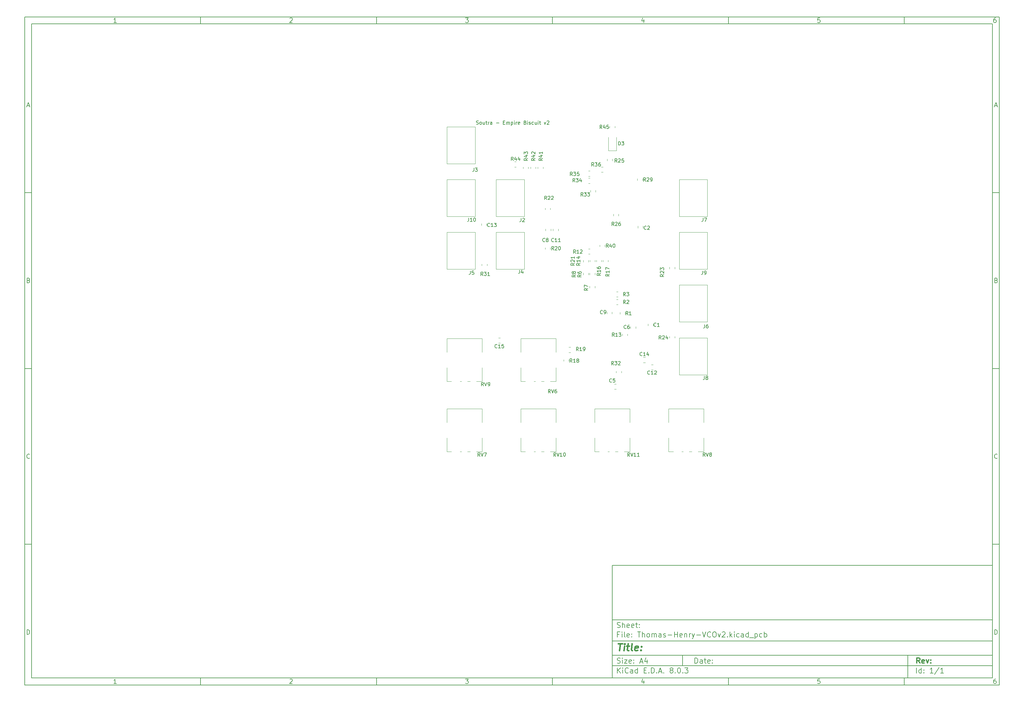
<source format=gbr>
%TF.GenerationSoftware,KiCad,Pcbnew,8.0.3*%
%TF.CreationDate,2024-12-05T20:13:47+00:00*%
%TF.ProjectId,Thomas-Henry-VCOv2,54686f6d-6173-42d4-9865-6e72792d5643,rev?*%
%TF.SameCoordinates,Original*%
%TF.FileFunction,Legend,Top*%
%TF.FilePolarity,Positive*%
%FSLAX46Y46*%
G04 Gerber Fmt 4.6, Leading zero omitted, Abs format (unit mm)*
G04 Created by KiCad (PCBNEW 8.0.3) date 2024-12-05 20:13:47*
%MOMM*%
%LPD*%
G01*
G04 APERTURE LIST*
%ADD10C,0.100000*%
%ADD11C,0.150000*%
%ADD12C,0.300000*%
%ADD13C,0.400000*%
%ADD14C,0.120000*%
G04 APERTURE END LIST*
D10*
D11*
X177002200Y-166007200D02*
X285002200Y-166007200D01*
X285002200Y-198007200D01*
X177002200Y-198007200D01*
X177002200Y-166007200D01*
D10*
D11*
X10000000Y-10000000D02*
X287002200Y-10000000D01*
X287002200Y-200007200D01*
X10000000Y-200007200D01*
X10000000Y-10000000D01*
D10*
D11*
X12000000Y-12000000D02*
X285002200Y-12000000D01*
X285002200Y-198007200D01*
X12000000Y-198007200D01*
X12000000Y-12000000D01*
D10*
D11*
X60000000Y-12000000D02*
X60000000Y-10000000D01*
D10*
D11*
X110000000Y-12000000D02*
X110000000Y-10000000D01*
D10*
D11*
X160000000Y-12000000D02*
X160000000Y-10000000D01*
D10*
D11*
X210000000Y-12000000D02*
X210000000Y-10000000D01*
D10*
D11*
X260000000Y-12000000D02*
X260000000Y-10000000D01*
D10*
D11*
X36089160Y-11593604D02*
X35346303Y-11593604D01*
X35717731Y-11593604D02*
X35717731Y-10293604D01*
X35717731Y-10293604D02*
X35593922Y-10479319D01*
X35593922Y-10479319D02*
X35470112Y-10603128D01*
X35470112Y-10603128D02*
X35346303Y-10665033D01*
D10*
D11*
X85346303Y-10417414D02*
X85408207Y-10355509D01*
X85408207Y-10355509D02*
X85532017Y-10293604D01*
X85532017Y-10293604D02*
X85841541Y-10293604D01*
X85841541Y-10293604D02*
X85965350Y-10355509D01*
X85965350Y-10355509D02*
X86027255Y-10417414D01*
X86027255Y-10417414D02*
X86089160Y-10541223D01*
X86089160Y-10541223D02*
X86089160Y-10665033D01*
X86089160Y-10665033D02*
X86027255Y-10850747D01*
X86027255Y-10850747D02*
X85284398Y-11593604D01*
X85284398Y-11593604D02*
X86089160Y-11593604D01*
D10*
D11*
X135284398Y-10293604D02*
X136089160Y-10293604D01*
X136089160Y-10293604D02*
X135655826Y-10788842D01*
X135655826Y-10788842D02*
X135841541Y-10788842D01*
X135841541Y-10788842D02*
X135965350Y-10850747D01*
X135965350Y-10850747D02*
X136027255Y-10912652D01*
X136027255Y-10912652D02*
X136089160Y-11036461D01*
X136089160Y-11036461D02*
X136089160Y-11345985D01*
X136089160Y-11345985D02*
X136027255Y-11469795D01*
X136027255Y-11469795D02*
X135965350Y-11531700D01*
X135965350Y-11531700D02*
X135841541Y-11593604D01*
X135841541Y-11593604D02*
X135470112Y-11593604D01*
X135470112Y-11593604D02*
X135346303Y-11531700D01*
X135346303Y-11531700D02*
X135284398Y-11469795D01*
D10*
D11*
X185965350Y-10726938D02*
X185965350Y-11593604D01*
X185655826Y-10231700D02*
X185346303Y-11160271D01*
X185346303Y-11160271D02*
X186151064Y-11160271D01*
D10*
D11*
X236027255Y-10293604D02*
X235408207Y-10293604D01*
X235408207Y-10293604D02*
X235346303Y-10912652D01*
X235346303Y-10912652D02*
X235408207Y-10850747D01*
X235408207Y-10850747D02*
X235532017Y-10788842D01*
X235532017Y-10788842D02*
X235841541Y-10788842D01*
X235841541Y-10788842D02*
X235965350Y-10850747D01*
X235965350Y-10850747D02*
X236027255Y-10912652D01*
X236027255Y-10912652D02*
X236089160Y-11036461D01*
X236089160Y-11036461D02*
X236089160Y-11345985D01*
X236089160Y-11345985D02*
X236027255Y-11469795D01*
X236027255Y-11469795D02*
X235965350Y-11531700D01*
X235965350Y-11531700D02*
X235841541Y-11593604D01*
X235841541Y-11593604D02*
X235532017Y-11593604D01*
X235532017Y-11593604D02*
X235408207Y-11531700D01*
X235408207Y-11531700D02*
X235346303Y-11469795D01*
D10*
D11*
X285965350Y-10293604D02*
X285717731Y-10293604D01*
X285717731Y-10293604D02*
X285593922Y-10355509D01*
X285593922Y-10355509D02*
X285532017Y-10417414D01*
X285532017Y-10417414D02*
X285408207Y-10603128D01*
X285408207Y-10603128D02*
X285346303Y-10850747D01*
X285346303Y-10850747D02*
X285346303Y-11345985D01*
X285346303Y-11345985D02*
X285408207Y-11469795D01*
X285408207Y-11469795D02*
X285470112Y-11531700D01*
X285470112Y-11531700D02*
X285593922Y-11593604D01*
X285593922Y-11593604D02*
X285841541Y-11593604D01*
X285841541Y-11593604D02*
X285965350Y-11531700D01*
X285965350Y-11531700D02*
X286027255Y-11469795D01*
X286027255Y-11469795D02*
X286089160Y-11345985D01*
X286089160Y-11345985D02*
X286089160Y-11036461D01*
X286089160Y-11036461D02*
X286027255Y-10912652D01*
X286027255Y-10912652D02*
X285965350Y-10850747D01*
X285965350Y-10850747D02*
X285841541Y-10788842D01*
X285841541Y-10788842D02*
X285593922Y-10788842D01*
X285593922Y-10788842D02*
X285470112Y-10850747D01*
X285470112Y-10850747D02*
X285408207Y-10912652D01*
X285408207Y-10912652D02*
X285346303Y-11036461D01*
D10*
D11*
X60000000Y-198007200D02*
X60000000Y-200007200D01*
D10*
D11*
X110000000Y-198007200D02*
X110000000Y-200007200D01*
D10*
D11*
X160000000Y-198007200D02*
X160000000Y-200007200D01*
D10*
D11*
X210000000Y-198007200D02*
X210000000Y-200007200D01*
D10*
D11*
X260000000Y-198007200D02*
X260000000Y-200007200D01*
D10*
D11*
X36089160Y-199600804D02*
X35346303Y-199600804D01*
X35717731Y-199600804D02*
X35717731Y-198300804D01*
X35717731Y-198300804D02*
X35593922Y-198486519D01*
X35593922Y-198486519D02*
X35470112Y-198610328D01*
X35470112Y-198610328D02*
X35346303Y-198672233D01*
D10*
D11*
X85346303Y-198424614D02*
X85408207Y-198362709D01*
X85408207Y-198362709D02*
X85532017Y-198300804D01*
X85532017Y-198300804D02*
X85841541Y-198300804D01*
X85841541Y-198300804D02*
X85965350Y-198362709D01*
X85965350Y-198362709D02*
X86027255Y-198424614D01*
X86027255Y-198424614D02*
X86089160Y-198548423D01*
X86089160Y-198548423D02*
X86089160Y-198672233D01*
X86089160Y-198672233D02*
X86027255Y-198857947D01*
X86027255Y-198857947D02*
X85284398Y-199600804D01*
X85284398Y-199600804D02*
X86089160Y-199600804D01*
D10*
D11*
X135284398Y-198300804D02*
X136089160Y-198300804D01*
X136089160Y-198300804D02*
X135655826Y-198796042D01*
X135655826Y-198796042D02*
X135841541Y-198796042D01*
X135841541Y-198796042D02*
X135965350Y-198857947D01*
X135965350Y-198857947D02*
X136027255Y-198919852D01*
X136027255Y-198919852D02*
X136089160Y-199043661D01*
X136089160Y-199043661D02*
X136089160Y-199353185D01*
X136089160Y-199353185D02*
X136027255Y-199476995D01*
X136027255Y-199476995D02*
X135965350Y-199538900D01*
X135965350Y-199538900D02*
X135841541Y-199600804D01*
X135841541Y-199600804D02*
X135470112Y-199600804D01*
X135470112Y-199600804D02*
X135346303Y-199538900D01*
X135346303Y-199538900D02*
X135284398Y-199476995D01*
D10*
D11*
X185965350Y-198734138D02*
X185965350Y-199600804D01*
X185655826Y-198238900D02*
X185346303Y-199167471D01*
X185346303Y-199167471D02*
X186151064Y-199167471D01*
D10*
D11*
X236027255Y-198300804D02*
X235408207Y-198300804D01*
X235408207Y-198300804D02*
X235346303Y-198919852D01*
X235346303Y-198919852D02*
X235408207Y-198857947D01*
X235408207Y-198857947D02*
X235532017Y-198796042D01*
X235532017Y-198796042D02*
X235841541Y-198796042D01*
X235841541Y-198796042D02*
X235965350Y-198857947D01*
X235965350Y-198857947D02*
X236027255Y-198919852D01*
X236027255Y-198919852D02*
X236089160Y-199043661D01*
X236089160Y-199043661D02*
X236089160Y-199353185D01*
X236089160Y-199353185D02*
X236027255Y-199476995D01*
X236027255Y-199476995D02*
X235965350Y-199538900D01*
X235965350Y-199538900D02*
X235841541Y-199600804D01*
X235841541Y-199600804D02*
X235532017Y-199600804D01*
X235532017Y-199600804D02*
X235408207Y-199538900D01*
X235408207Y-199538900D02*
X235346303Y-199476995D01*
D10*
D11*
X285965350Y-198300804D02*
X285717731Y-198300804D01*
X285717731Y-198300804D02*
X285593922Y-198362709D01*
X285593922Y-198362709D02*
X285532017Y-198424614D01*
X285532017Y-198424614D02*
X285408207Y-198610328D01*
X285408207Y-198610328D02*
X285346303Y-198857947D01*
X285346303Y-198857947D02*
X285346303Y-199353185D01*
X285346303Y-199353185D02*
X285408207Y-199476995D01*
X285408207Y-199476995D02*
X285470112Y-199538900D01*
X285470112Y-199538900D02*
X285593922Y-199600804D01*
X285593922Y-199600804D02*
X285841541Y-199600804D01*
X285841541Y-199600804D02*
X285965350Y-199538900D01*
X285965350Y-199538900D02*
X286027255Y-199476995D01*
X286027255Y-199476995D02*
X286089160Y-199353185D01*
X286089160Y-199353185D02*
X286089160Y-199043661D01*
X286089160Y-199043661D02*
X286027255Y-198919852D01*
X286027255Y-198919852D02*
X285965350Y-198857947D01*
X285965350Y-198857947D02*
X285841541Y-198796042D01*
X285841541Y-198796042D02*
X285593922Y-198796042D01*
X285593922Y-198796042D02*
X285470112Y-198857947D01*
X285470112Y-198857947D02*
X285408207Y-198919852D01*
X285408207Y-198919852D02*
X285346303Y-199043661D01*
D10*
D11*
X10000000Y-60000000D02*
X12000000Y-60000000D01*
D10*
D11*
X10000000Y-110000000D02*
X12000000Y-110000000D01*
D10*
D11*
X10000000Y-160000000D02*
X12000000Y-160000000D01*
D10*
D11*
X10690476Y-35222176D02*
X11309523Y-35222176D01*
X10566666Y-35593604D02*
X10999999Y-34293604D01*
X10999999Y-34293604D02*
X11433333Y-35593604D01*
D10*
D11*
X11092857Y-84912652D02*
X11278571Y-84974557D01*
X11278571Y-84974557D02*
X11340476Y-85036461D01*
X11340476Y-85036461D02*
X11402380Y-85160271D01*
X11402380Y-85160271D02*
X11402380Y-85345985D01*
X11402380Y-85345985D02*
X11340476Y-85469795D01*
X11340476Y-85469795D02*
X11278571Y-85531700D01*
X11278571Y-85531700D02*
X11154761Y-85593604D01*
X11154761Y-85593604D02*
X10659523Y-85593604D01*
X10659523Y-85593604D02*
X10659523Y-84293604D01*
X10659523Y-84293604D02*
X11092857Y-84293604D01*
X11092857Y-84293604D02*
X11216666Y-84355509D01*
X11216666Y-84355509D02*
X11278571Y-84417414D01*
X11278571Y-84417414D02*
X11340476Y-84541223D01*
X11340476Y-84541223D02*
X11340476Y-84665033D01*
X11340476Y-84665033D02*
X11278571Y-84788842D01*
X11278571Y-84788842D02*
X11216666Y-84850747D01*
X11216666Y-84850747D02*
X11092857Y-84912652D01*
X11092857Y-84912652D02*
X10659523Y-84912652D01*
D10*
D11*
X11402380Y-135469795D02*
X11340476Y-135531700D01*
X11340476Y-135531700D02*
X11154761Y-135593604D01*
X11154761Y-135593604D02*
X11030952Y-135593604D01*
X11030952Y-135593604D02*
X10845238Y-135531700D01*
X10845238Y-135531700D02*
X10721428Y-135407890D01*
X10721428Y-135407890D02*
X10659523Y-135284080D01*
X10659523Y-135284080D02*
X10597619Y-135036461D01*
X10597619Y-135036461D02*
X10597619Y-134850747D01*
X10597619Y-134850747D02*
X10659523Y-134603128D01*
X10659523Y-134603128D02*
X10721428Y-134479319D01*
X10721428Y-134479319D02*
X10845238Y-134355509D01*
X10845238Y-134355509D02*
X11030952Y-134293604D01*
X11030952Y-134293604D02*
X11154761Y-134293604D01*
X11154761Y-134293604D02*
X11340476Y-134355509D01*
X11340476Y-134355509D02*
X11402380Y-134417414D01*
D10*
D11*
X10659523Y-185593604D02*
X10659523Y-184293604D01*
X10659523Y-184293604D02*
X10969047Y-184293604D01*
X10969047Y-184293604D02*
X11154761Y-184355509D01*
X11154761Y-184355509D02*
X11278571Y-184479319D01*
X11278571Y-184479319D02*
X11340476Y-184603128D01*
X11340476Y-184603128D02*
X11402380Y-184850747D01*
X11402380Y-184850747D02*
X11402380Y-185036461D01*
X11402380Y-185036461D02*
X11340476Y-185284080D01*
X11340476Y-185284080D02*
X11278571Y-185407890D01*
X11278571Y-185407890D02*
X11154761Y-185531700D01*
X11154761Y-185531700D02*
X10969047Y-185593604D01*
X10969047Y-185593604D02*
X10659523Y-185593604D01*
D10*
D11*
X287002200Y-60000000D02*
X285002200Y-60000000D01*
D10*
D11*
X287002200Y-110000000D02*
X285002200Y-110000000D01*
D10*
D11*
X287002200Y-160000000D02*
X285002200Y-160000000D01*
D10*
D11*
X285692676Y-35222176D02*
X286311723Y-35222176D01*
X285568866Y-35593604D02*
X286002199Y-34293604D01*
X286002199Y-34293604D02*
X286435533Y-35593604D01*
D10*
D11*
X286095057Y-84912652D02*
X286280771Y-84974557D01*
X286280771Y-84974557D02*
X286342676Y-85036461D01*
X286342676Y-85036461D02*
X286404580Y-85160271D01*
X286404580Y-85160271D02*
X286404580Y-85345985D01*
X286404580Y-85345985D02*
X286342676Y-85469795D01*
X286342676Y-85469795D02*
X286280771Y-85531700D01*
X286280771Y-85531700D02*
X286156961Y-85593604D01*
X286156961Y-85593604D02*
X285661723Y-85593604D01*
X285661723Y-85593604D02*
X285661723Y-84293604D01*
X285661723Y-84293604D02*
X286095057Y-84293604D01*
X286095057Y-84293604D02*
X286218866Y-84355509D01*
X286218866Y-84355509D02*
X286280771Y-84417414D01*
X286280771Y-84417414D02*
X286342676Y-84541223D01*
X286342676Y-84541223D02*
X286342676Y-84665033D01*
X286342676Y-84665033D02*
X286280771Y-84788842D01*
X286280771Y-84788842D02*
X286218866Y-84850747D01*
X286218866Y-84850747D02*
X286095057Y-84912652D01*
X286095057Y-84912652D02*
X285661723Y-84912652D01*
D10*
D11*
X286404580Y-135469795D02*
X286342676Y-135531700D01*
X286342676Y-135531700D02*
X286156961Y-135593604D01*
X286156961Y-135593604D02*
X286033152Y-135593604D01*
X286033152Y-135593604D02*
X285847438Y-135531700D01*
X285847438Y-135531700D02*
X285723628Y-135407890D01*
X285723628Y-135407890D02*
X285661723Y-135284080D01*
X285661723Y-135284080D02*
X285599819Y-135036461D01*
X285599819Y-135036461D02*
X285599819Y-134850747D01*
X285599819Y-134850747D02*
X285661723Y-134603128D01*
X285661723Y-134603128D02*
X285723628Y-134479319D01*
X285723628Y-134479319D02*
X285847438Y-134355509D01*
X285847438Y-134355509D02*
X286033152Y-134293604D01*
X286033152Y-134293604D02*
X286156961Y-134293604D01*
X286156961Y-134293604D02*
X286342676Y-134355509D01*
X286342676Y-134355509D02*
X286404580Y-134417414D01*
D10*
D11*
X285661723Y-185593604D02*
X285661723Y-184293604D01*
X285661723Y-184293604D02*
X285971247Y-184293604D01*
X285971247Y-184293604D02*
X286156961Y-184355509D01*
X286156961Y-184355509D02*
X286280771Y-184479319D01*
X286280771Y-184479319D02*
X286342676Y-184603128D01*
X286342676Y-184603128D02*
X286404580Y-184850747D01*
X286404580Y-184850747D02*
X286404580Y-185036461D01*
X286404580Y-185036461D02*
X286342676Y-185284080D01*
X286342676Y-185284080D02*
X286280771Y-185407890D01*
X286280771Y-185407890D02*
X286156961Y-185531700D01*
X286156961Y-185531700D02*
X285971247Y-185593604D01*
X285971247Y-185593604D02*
X285661723Y-185593604D01*
D10*
D11*
X200458026Y-193793328D02*
X200458026Y-192293328D01*
X200458026Y-192293328D02*
X200815169Y-192293328D01*
X200815169Y-192293328D02*
X201029455Y-192364757D01*
X201029455Y-192364757D02*
X201172312Y-192507614D01*
X201172312Y-192507614D02*
X201243741Y-192650471D01*
X201243741Y-192650471D02*
X201315169Y-192936185D01*
X201315169Y-192936185D02*
X201315169Y-193150471D01*
X201315169Y-193150471D02*
X201243741Y-193436185D01*
X201243741Y-193436185D02*
X201172312Y-193579042D01*
X201172312Y-193579042D02*
X201029455Y-193721900D01*
X201029455Y-193721900D02*
X200815169Y-193793328D01*
X200815169Y-193793328D02*
X200458026Y-193793328D01*
X202600884Y-193793328D02*
X202600884Y-193007614D01*
X202600884Y-193007614D02*
X202529455Y-192864757D01*
X202529455Y-192864757D02*
X202386598Y-192793328D01*
X202386598Y-192793328D02*
X202100884Y-192793328D01*
X202100884Y-192793328D02*
X201958026Y-192864757D01*
X202600884Y-193721900D02*
X202458026Y-193793328D01*
X202458026Y-193793328D02*
X202100884Y-193793328D01*
X202100884Y-193793328D02*
X201958026Y-193721900D01*
X201958026Y-193721900D02*
X201886598Y-193579042D01*
X201886598Y-193579042D02*
X201886598Y-193436185D01*
X201886598Y-193436185D02*
X201958026Y-193293328D01*
X201958026Y-193293328D02*
X202100884Y-193221900D01*
X202100884Y-193221900D02*
X202458026Y-193221900D01*
X202458026Y-193221900D02*
X202600884Y-193150471D01*
X203100884Y-192793328D02*
X203672312Y-192793328D01*
X203315169Y-192293328D02*
X203315169Y-193579042D01*
X203315169Y-193579042D02*
X203386598Y-193721900D01*
X203386598Y-193721900D02*
X203529455Y-193793328D01*
X203529455Y-193793328D02*
X203672312Y-193793328D01*
X204743741Y-193721900D02*
X204600884Y-193793328D01*
X204600884Y-193793328D02*
X204315170Y-193793328D01*
X204315170Y-193793328D02*
X204172312Y-193721900D01*
X204172312Y-193721900D02*
X204100884Y-193579042D01*
X204100884Y-193579042D02*
X204100884Y-193007614D01*
X204100884Y-193007614D02*
X204172312Y-192864757D01*
X204172312Y-192864757D02*
X204315170Y-192793328D01*
X204315170Y-192793328D02*
X204600884Y-192793328D01*
X204600884Y-192793328D02*
X204743741Y-192864757D01*
X204743741Y-192864757D02*
X204815170Y-193007614D01*
X204815170Y-193007614D02*
X204815170Y-193150471D01*
X204815170Y-193150471D02*
X204100884Y-193293328D01*
X205458026Y-193650471D02*
X205529455Y-193721900D01*
X205529455Y-193721900D02*
X205458026Y-193793328D01*
X205458026Y-193793328D02*
X205386598Y-193721900D01*
X205386598Y-193721900D02*
X205458026Y-193650471D01*
X205458026Y-193650471D02*
X205458026Y-193793328D01*
X205458026Y-192864757D02*
X205529455Y-192936185D01*
X205529455Y-192936185D02*
X205458026Y-193007614D01*
X205458026Y-193007614D02*
X205386598Y-192936185D01*
X205386598Y-192936185D02*
X205458026Y-192864757D01*
X205458026Y-192864757D02*
X205458026Y-193007614D01*
D10*
D11*
X177002200Y-194507200D02*
X285002200Y-194507200D01*
D10*
D11*
X178458026Y-196593328D02*
X178458026Y-195093328D01*
X179315169Y-196593328D02*
X178672312Y-195736185D01*
X179315169Y-195093328D02*
X178458026Y-195950471D01*
X179958026Y-196593328D02*
X179958026Y-195593328D01*
X179958026Y-195093328D02*
X179886598Y-195164757D01*
X179886598Y-195164757D02*
X179958026Y-195236185D01*
X179958026Y-195236185D02*
X180029455Y-195164757D01*
X180029455Y-195164757D02*
X179958026Y-195093328D01*
X179958026Y-195093328D02*
X179958026Y-195236185D01*
X181529455Y-196450471D02*
X181458027Y-196521900D01*
X181458027Y-196521900D02*
X181243741Y-196593328D01*
X181243741Y-196593328D02*
X181100884Y-196593328D01*
X181100884Y-196593328D02*
X180886598Y-196521900D01*
X180886598Y-196521900D02*
X180743741Y-196379042D01*
X180743741Y-196379042D02*
X180672312Y-196236185D01*
X180672312Y-196236185D02*
X180600884Y-195950471D01*
X180600884Y-195950471D02*
X180600884Y-195736185D01*
X180600884Y-195736185D02*
X180672312Y-195450471D01*
X180672312Y-195450471D02*
X180743741Y-195307614D01*
X180743741Y-195307614D02*
X180886598Y-195164757D01*
X180886598Y-195164757D02*
X181100884Y-195093328D01*
X181100884Y-195093328D02*
X181243741Y-195093328D01*
X181243741Y-195093328D02*
X181458027Y-195164757D01*
X181458027Y-195164757D02*
X181529455Y-195236185D01*
X182815170Y-196593328D02*
X182815170Y-195807614D01*
X182815170Y-195807614D02*
X182743741Y-195664757D01*
X182743741Y-195664757D02*
X182600884Y-195593328D01*
X182600884Y-195593328D02*
X182315170Y-195593328D01*
X182315170Y-195593328D02*
X182172312Y-195664757D01*
X182815170Y-196521900D02*
X182672312Y-196593328D01*
X182672312Y-196593328D02*
X182315170Y-196593328D01*
X182315170Y-196593328D02*
X182172312Y-196521900D01*
X182172312Y-196521900D02*
X182100884Y-196379042D01*
X182100884Y-196379042D02*
X182100884Y-196236185D01*
X182100884Y-196236185D02*
X182172312Y-196093328D01*
X182172312Y-196093328D02*
X182315170Y-196021900D01*
X182315170Y-196021900D02*
X182672312Y-196021900D01*
X182672312Y-196021900D02*
X182815170Y-195950471D01*
X184172313Y-196593328D02*
X184172313Y-195093328D01*
X184172313Y-196521900D02*
X184029455Y-196593328D01*
X184029455Y-196593328D02*
X183743741Y-196593328D01*
X183743741Y-196593328D02*
X183600884Y-196521900D01*
X183600884Y-196521900D02*
X183529455Y-196450471D01*
X183529455Y-196450471D02*
X183458027Y-196307614D01*
X183458027Y-196307614D02*
X183458027Y-195879042D01*
X183458027Y-195879042D02*
X183529455Y-195736185D01*
X183529455Y-195736185D02*
X183600884Y-195664757D01*
X183600884Y-195664757D02*
X183743741Y-195593328D01*
X183743741Y-195593328D02*
X184029455Y-195593328D01*
X184029455Y-195593328D02*
X184172313Y-195664757D01*
X186029455Y-195807614D02*
X186529455Y-195807614D01*
X186743741Y-196593328D02*
X186029455Y-196593328D01*
X186029455Y-196593328D02*
X186029455Y-195093328D01*
X186029455Y-195093328D02*
X186743741Y-195093328D01*
X187386598Y-196450471D02*
X187458027Y-196521900D01*
X187458027Y-196521900D02*
X187386598Y-196593328D01*
X187386598Y-196593328D02*
X187315170Y-196521900D01*
X187315170Y-196521900D02*
X187386598Y-196450471D01*
X187386598Y-196450471D02*
X187386598Y-196593328D01*
X188100884Y-196593328D02*
X188100884Y-195093328D01*
X188100884Y-195093328D02*
X188458027Y-195093328D01*
X188458027Y-195093328D02*
X188672313Y-195164757D01*
X188672313Y-195164757D02*
X188815170Y-195307614D01*
X188815170Y-195307614D02*
X188886599Y-195450471D01*
X188886599Y-195450471D02*
X188958027Y-195736185D01*
X188958027Y-195736185D02*
X188958027Y-195950471D01*
X188958027Y-195950471D02*
X188886599Y-196236185D01*
X188886599Y-196236185D02*
X188815170Y-196379042D01*
X188815170Y-196379042D02*
X188672313Y-196521900D01*
X188672313Y-196521900D02*
X188458027Y-196593328D01*
X188458027Y-196593328D02*
X188100884Y-196593328D01*
X189600884Y-196450471D02*
X189672313Y-196521900D01*
X189672313Y-196521900D02*
X189600884Y-196593328D01*
X189600884Y-196593328D02*
X189529456Y-196521900D01*
X189529456Y-196521900D02*
X189600884Y-196450471D01*
X189600884Y-196450471D02*
X189600884Y-196593328D01*
X190243742Y-196164757D02*
X190958028Y-196164757D01*
X190100885Y-196593328D02*
X190600885Y-195093328D01*
X190600885Y-195093328D02*
X191100885Y-196593328D01*
X191600884Y-196450471D02*
X191672313Y-196521900D01*
X191672313Y-196521900D02*
X191600884Y-196593328D01*
X191600884Y-196593328D02*
X191529456Y-196521900D01*
X191529456Y-196521900D02*
X191600884Y-196450471D01*
X191600884Y-196450471D02*
X191600884Y-196593328D01*
X193672313Y-195736185D02*
X193529456Y-195664757D01*
X193529456Y-195664757D02*
X193458027Y-195593328D01*
X193458027Y-195593328D02*
X193386599Y-195450471D01*
X193386599Y-195450471D02*
X193386599Y-195379042D01*
X193386599Y-195379042D02*
X193458027Y-195236185D01*
X193458027Y-195236185D02*
X193529456Y-195164757D01*
X193529456Y-195164757D02*
X193672313Y-195093328D01*
X193672313Y-195093328D02*
X193958027Y-195093328D01*
X193958027Y-195093328D02*
X194100885Y-195164757D01*
X194100885Y-195164757D02*
X194172313Y-195236185D01*
X194172313Y-195236185D02*
X194243742Y-195379042D01*
X194243742Y-195379042D02*
X194243742Y-195450471D01*
X194243742Y-195450471D02*
X194172313Y-195593328D01*
X194172313Y-195593328D02*
X194100885Y-195664757D01*
X194100885Y-195664757D02*
X193958027Y-195736185D01*
X193958027Y-195736185D02*
X193672313Y-195736185D01*
X193672313Y-195736185D02*
X193529456Y-195807614D01*
X193529456Y-195807614D02*
X193458027Y-195879042D01*
X193458027Y-195879042D02*
X193386599Y-196021900D01*
X193386599Y-196021900D02*
X193386599Y-196307614D01*
X193386599Y-196307614D02*
X193458027Y-196450471D01*
X193458027Y-196450471D02*
X193529456Y-196521900D01*
X193529456Y-196521900D02*
X193672313Y-196593328D01*
X193672313Y-196593328D02*
X193958027Y-196593328D01*
X193958027Y-196593328D02*
X194100885Y-196521900D01*
X194100885Y-196521900D02*
X194172313Y-196450471D01*
X194172313Y-196450471D02*
X194243742Y-196307614D01*
X194243742Y-196307614D02*
X194243742Y-196021900D01*
X194243742Y-196021900D02*
X194172313Y-195879042D01*
X194172313Y-195879042D02*
X194100885Y-195807614D01*
X194100885Y-195807614D02*
X193958027Y-195736185D01*
X194886598Y-196450471D02*
X194958027Y-196521900D01*
X194958027Y-196521900D02*
X194886598Y-196593328D01*
X194886598Y-196593328D02*
X194815170Y-196521900D01*
X194815170Y-196521900D02*
X194886598Y-196450471D01*
X194886598Y-196450471D02*
X194886598Y-196593328D01*
X195886599Y-195093328D02*
X196029456Y-195093328D01*
X196029456Y-195093328D02*
X196172313Y-195164757D01*
X196172313Y-195164757D02*
X196243742Y-195236185D01*
X196243742Y-195236185D02*
X196315170Y-195379042D01*
X196315170Y-195379042D02*
X196386599Y-195664757D01*
X196386599Y-195664757D02*
X196386599Y-196021900D01*
X196386599Y-196021900D02*
X196315170Y-196307614D01*
X196315170Y-196307614D02*
X196243742Y-196450471D01*
X196243742Y-196450471D02*
X196172313Y-196521900D01*
X196172313Y-196521900D02*
X196029456Y-196593328D01*
X196029456Y-196593328D02*
X195886599Y-196593328D01*
X195886599Y-196593328D02*
X195743742Y-196521900D01*
X195743742Y-196521900D02*
X195672313Y-196450471D01*
X195672313Y-196450471D02*
X195600884Y-196307614D01*
X195600884Y-196307614D02*
X195529456Y-196021900D01*
X195529456Y-196021900D02*
X195529456Y-195664757D01*
X195529456Y-195664757D02*
X195600884Y-195379042D01*
X195600884Y-195379042D02*
X195672313Y-195236185D01*
X195672313Y-195236185D02*
X195743742Y-195164757D01*
X195743742Y-195164757D02*
X195886599Y-195093328D01*
X197029455Y-196450471D02*
X197100884Y-196521900D01*
X197100884Y-196521900D02*
X197029455Y-196593328D01*
X197029455Y-196593328D02*
X196958027Y-196521900D01*
X196958027Y-196521900D02*
X197029455Y-196450471D01*
X197029455Y-196450471D02*
X197029455Y-196593328D01*
X197600884Y-195093328D02*
X198529456Y-195093328D01*
X198529456Y-195093328D02*
X198029456Y-195664757D01*
X198029456Y-195664757D02*
X198243741Y-195664757D01*
X198243741Y-195664757D02*
X198386599Y-195736185D01*
X198386599Y-195736185D02*
X198458027Y-195807614D01*
X198458027Y-195807614D02*
X198529456Y-195950471D01*
X198529456Y-195950471D02*
X198529456Y-196307614D01*
X198529456Y-196307614D02*
X198458027Y-196450471D01*
X198458027Y-196450471D02*
X198386599Y-196521900D01*
X198386599Y-196521900D02*
X198243741Y-196593328D01*
X198243741Y-196593328D02*
X197815170Y-196593328D01*
X197815170Y-196593328D02*
X197672313Y-196521900D01*
X197672313Y-196521900D02*
X197600884Y-196450471D01*
D10*
D11*
X177002200Y-191507200D02*
X285002200Y-191507200D01*
D10*
D12*
X264413853Y-193785528D02*
X263913853Y-193071242D01*
X263556710Y-193785528D02*
X263556710Y-192285528D01*
X263556710Y-192285528D02*
X264128139Y-192285528D01*
X264128139Y-192285528D02*
X264270996Y-192356957D01*
X264270996Y-192356957D02*
X264342425Y-192428385D01*
X264342425Y-192428385D02*
X264413853Y-192571242D01*
X264413853Y-192571242D02*
X264413853Y-192785528D01*
X264413853Y-192785528D02*
X264342425Y-192928385D01*
X264342425Y-192928385D02*
X264270996Y-192999814D01*
X264270996Y-192999814D02*
X264128139Y-193071242D01*
X264128139Y-193071242D02*
X263556710Y-193071242D01*
X265628139Y-193714100D02*
X265485282Y-193785528D01*
X265485282Y-193785528D02*
X265199568Y-193785528D01*
X265199568Y-193785528D02*
X265056710Y-193714100D01*
X265056710Y-193714100D02*
X264985282Y-193571242D01*
X264985282Y-193571242D02*
X264985282Y-192999814D01*
X264985282Y-192999814D02*
X265056710Y-192856957D01*
X265056710Y-192856957D02*
X265199568Y-192785528D01*
X265199568Y-192785528D02*
X265485282Y-192785528D01*
X265485282Y-192785528D02*
X265628139Y-192856957D01*
X265628139Y-192856957D02*
X265699568Y-192999814D01*
X265699568Y-192999814D02*
X265699568Y-193142671D01*
X265699568Y-193142671D02*
X264985282Y-193285528D01*
X266199567Y-192785528D02*
X266556710Y-193785528D01*
X266556710Y-193785528D02*
X266913853Y-192785528D01*
X267485281Y-193642671D02*
X267556710Y-193714100D01*
X267556710Y-193714100D02*
X267485281Y-193785528D01*
X267485281Y-193785528D02*
X267413853Y-193714100D01*
X267413853Y-193714100D02*
X267485281Y-193642671D01*
X267485281Y-193642671D02*
X267485281Y-193785528D01*
X267485281Y-192856957D02*
X267556710Y-192928385D01*
X267556710Y-192928385D02*
X267485281Y-192999814D01*
X267485281Y-192999814D02*
X267413853Y-192928385D01*
X267413853Y-192928385D02*
X267485281Y-192856957D01*
X267485281Y-192856957D02*
X267485281Y-192999814D01*
D10*
D11*
X178386598Y-193721900D02*
X178600884Y-193793328D01*
X178600884Y-193793328D02*
X178958026Y-193793328D01*
X178958026Y-193793328D02*
X179100884Y-193721900D01*
X179100884Y-193721900D02*
X179172312Y-193650471D01*
X179172312Y-193650471D02*
X179243741Y-193507614D01*
X179243741Y-193507614D02*
X179243741Y-193364757D01*
X179243741Y-193364757D02*
X179172312Y-193221900D01*
X179172312Y-193221900D02*
X179100884Y-193150471D01*
X179100884Y-193150471D02*
X178958026Y-193079042D01*
X178958026Y-193079042D02*
X178672312Y-193007614D01*
X178672312Y-193007614D02*
X178529455Y-192936185D01*
X178529455Y-192936185D02*
X178458026Y-192864757D01*
X178458026Y-192864757D02*
X178386598Y-192721900D01*
X178386598Y-192721900D02*
X178386598Y-192579042D01*
X178386598Y-192579042D02*
X178458026Y-192436185D01*
X178458026Y-192436185D02*
X178529455Y-192364757D01*
X178529455Y-192364757D02*
X178672312Y-192293328D01*
X178672312Y-192293328D02*
X179029455Y-192293328D01*
X179029455Y-192293328D02*
X179243741Y-192364757D01*
X179886597Y-193793328D02*
X179886597Y-192793328D01*
X179886597Y-192293328D02*
X179815169Y-192364757D01*
X179815169Y-192364757D02*
X179886597Y-192436185D01*
X179886597Y-192436185D02*
X179958026Y-192364757D01*
X179958026Y-192364757D02*
X179886597Y-192293328D01*
X179886597Y-192293328D02*
X179886597Y-192436185D01*
X180458026Y-192793328D02*
X181243741Y-192793328D01*
X181243741Y-192793328D02*
X180458026Y-193793328D01*
X180458026Y-193793328D02*
X181243741Y-193793328D01*
X182386598Y-193721900D02*
X182243741Y-193793328D01*
X182243741Y-193793328D02*
X181958027Y-193793328D01*
X181958027Y-193793328D02*
X181815169Y-193721900D01*
X181815169Y-193721900D02*
X181743741Y-193579042D01*
X181743741Y-193579042D02*
X181743741Y-193007614D01*
X181743741Y-193007614D02*
X181815169Y-192864757D01*
X181815169Y-192864757D02*
X181958027Y-192793328D01*
X181958027Y-192793328D02*
X182243741Y-192793328D01*
X182243741Y-192793328D02*
X182386598Y-192864757D01*
X182386598Y-192864757D02*
X182458027Y-193007614D01*
X182458027Y-193007614D02*
X182458027Y-193150471D01*
X182458027Y-193150471D02*
X181743741Y-193293328D01*
X183100883Y-193650471D02*
X183172312Y-193721900D01*
X183172312Y-193721900D02*
X183100883Y-193793328D01*
X183100883Y-193793328D02*
X183029455Y-193721900D01*
X183029455Y-193721900D02*
X183100883Y-193650471D01*
X183100883Y-193650471D02*
X183100883Y-193793328D01*
X183100883Y-192864757D02*
X183172312Y-192936185D01*
X183172312Y-192936185D02*
X183100883Y-193007614D01*
X183100883Y-193007614D02*
X183029455Y-192936185D01*
X183029455Y-192936185D02*
X183100883Y-192864757D01*
X183100883Y-192864757D02*
X183100883Y-193007614D01*
X184886598Y-193364757D02*
X185600884Y-193364757D01*
X184743741Y-193793328D02*
X185243741Y-192293328D01*
X185243741Y-192293328D02*
X185743741Y-193793328D01*
X186886598Y-192793328D02*
X186886598Y-193793328D01*
X186529455Y-192221900D02*
X186172312Y-193293328D01*
X186172312Y-193293328D02*
X187100883Y-193293328D01*
D10*
D11*
X263458026Y-196593328D02*
X263458026Y-195093328D01*
X264815170Y-196593328D02*
X264815170Y-195093328D01*
X264815170Y-196521900D02*
X264672312Y-196593328D01*
X264672312Y-196593328D02*
X264386598Y-196593328D01*
X264386598Y-196593328D02*
X264243741Y-196521900D01*
X264243741Y-196521900D02*
X264172312Y-196450471D01*
X264172312Y-196450471D02*
X264100884Y-196307614D01*
X264100884Y-196307614D02*
X264100884Y-195879042D01*
X264100884Y-195879042D02*
X264172312Y-195736185D01*
X264172312Y-195736185D02*
X264243741Y-195664757D01*
X264243741Y-195664757D02*
X264386598Y-195593328D01*
X264386598Y-195593328D02*
X264672312Y-195593328D01*
X264672312Y-195593328D02*
X264815170Y-195664757D01*
X265529455Y-196450471D02*
X265600884Y-196521900D01*
X265600884Y-196521900D02*
X265529455Y-196593328D01*
X265529455Y-196593328D02*
X265458027Y-196521900D01*
X265458027Y-196521900D02*
X265529455Y-196450471D01*
X265529455Y-196450471D02*
X265529455Y-196593328D01*
X265529455Y-195664757D02*
X265600884Y-195736185D01*
X265600884Y-195736185D02*
X265529455Y-195807614D01*
X265529455Y-195807614D02*
X265458027Y-195736185D01*
X265458027Y-195736185D02*
X265529455Y-195664757D01*
X265529455Y-195664757D02*
X265529455Y-195807614D01*
X268172313Y-196593328D02*
X267315170Y-196593328D01*
X267743741Y-196593328D02*
X267743741Y-195093328D01*
X267743741Y-195093328D02*
X267600884Y-195307614D01*
X267600884Y-195307614D02*
X267458027Y-195450471D01*
X267458027Y-195450471D02*
X267315170Y-195521900D01*
X269886598Y-195021900D02*
X268600884Y-196950471D01*
X271172313Y-196593328D02*
X270315170Y-196593328D01*
X270743741Y-196593328D02*
X270743741Y-195093328D01*
X270743741Y-195093328D02*
X270600884Y-195307614D01*
X270600884Y-195307614D02*
X270458027Y-195450471D01*
X270458027Y-195450471D02*
X270315170Y-195521900D01*
D10*
D11*
X177002200Y-187507200D02*
X285002200Y-187507200D01*
D10*
D13*
X178693928Y-188211638D02*
X179836785Y-188211638D01*
X179015357Y-190211638D02*
X179265357Y-188211638D01*
X180253452Y-190211638D02*
X180420119Y-188878304D01*
X180503452Y-188211638D02*
X180396309Y-188306876D01*
X180396309Y-188306876D02*
X180479643Y-188402114D01*
X180479643Y-188402114D02*
X180586786Y-188306876D01*
X180586786Y-188306876D02*
X180503452Y-188211638D01*
X180503452Y-188211638D02*
X180479643Y-188402114D01*
X181086786Y-188878304D02*
X181848690Y-188878304D01*
X181455833Y-188211638D02*
X181241548Y-189925923D01*
X181241548Y-189925923D02*
X181312976Y-190116400D01*
X181312976Y-190116400D02*
X181491548Y-190211638D01*
X181491548Y-190211638D02*
X181682024Y-190211638D01*
X182634405Y-190211638D02*
X182455833Y-190116400D01*
X182455833Y-190116400D02*
X182384405Y-189925923D01*
X182384405Y-189925923D02*
X182598690Y-188211638D01*
X184170119Y-190116400D02*
X183967738Y-190211638D01*
X183967738Y-190211638D02*
X183586785Y-190211638D01*
X183586785Y-190211638D02*
X183408214Y-190116400D01*
X183408214Y-190116400D02*
X183336785Y-189925923D01*
X183336785Y-189925923D02*
X183432024Y-189164019D01*
X183432024Y-189164019D02*
X183551071Y-188973542D01*
X183551071Y-188973542D02*
X183753452Y-188878304D01*
X183753452Y-188878304D02*
X184134404Y-188878304D01*
X184134404Y-188878304D02*
X184312976Y-188973542D01*
X184312976Y-188973542D02*
X184384404Y-189164019D01*
X184384404Y-189164019D02*
X184360595Y-189354495D01*
X184360595Y-189354495D02*
X183384404Y-189544971D01*
X185134405Y-190021161D02*
X185217738Y-190116400D01*
X185217738Y-190116400D02*
X185110595Y-190211638D01*
X185110595Y-190211638D02*
X185027262Y-190116400D01*
X185027262Y-190116400D02*
X185134405Y-190021161D01*
X185134405Y-190021161D02*
X185110595Y-190211638D01*
X185265357Y-188973542D02*
X185348690Y-189068780D01*
X185348690Y-189068780D02*
X185241548Y-189164019D01*
X185241548Y-189164019D02*
X185158214Y-189068780D01*
X185158214Y-189068780D02*
X185265357Y-188973542D01*
X185265357Y-188973542D02*
X185241548Y-189164019D01*
D10*
D11*
X178958026Y-185607614D02*
X178458026Y-185607614D01*
X178458026Y-186393328D02*
X178458026Y-184893328D01*
X178458026Y-184893328D02*
X179172312Y-184893328D01*
X179743740Y-186393328D02*
X179743740Y-185393328D01*
X179743740Y-184893328D02*
X179672312Y-184964757D01*
X179672312Y-184964757D02*
X179743740Y-185036185D01*
X179743740Y-185036185D02*
X179815169Y-184964757D01*
X179815169Y-184964757D02*
X179743740Y-184893328D01*
X179743740Y-184893328D02*
X179743740Y-185036185D01*
X180672312Y-186393328D02*
X180529455Y-186321900D01*
X180529455Y-186321900D02*
X180458026Y-186179042D01*
X180458026Y-186179042D02*
X180458026Y-184893328D01*
X181815169Y-186321900D02*
X181672312Y-186393328D01*
X181672312Y-186393328D02*
X181386598Y-186393328D01*
X181386598Y-186393328D02*
X181243740Y-186321900D01*
X181243740Y-186321900D02*
X181172312Y-186179042D01*
X181172312Y-186179042D02*
X181172312Y-185607614D01*
X181172312Y-185607614D02*
X181243740Y-185464757D01*
X181243740Y-185464757D02*
X181386598Y-185393328D01*
X181386598Y-185393328D02*
X181672312Y-185393328D01*
X181672312Y-185393328D02*
X181815169Y-185464757D01*
X181815169Y-185464757D02*
X181886598Y-185607614D01*
X181886598Y-185607614D02*
X181886598Y-185750471D01*
X181886598Y-185750471D02*
X181172312Y-185893328D01*
X182529454Y-186250471D02*
X182600883Y-186321900D01*
X182600883Y-186321900D02*
X182529454Y-186393328D01*
X182529454Y-186393328D02*
X182458026Y-186321900D01*
X182458026Y-186321900D02*
X182529454Y-186250471D01*
X182529454Y-186250471D02*
X182529454Y-186393328D01*
X182529454Y-185464757D02*
X182600883Y-185536185D01*
X182600883Y-185536185D02*
X182529454Y-185607614D01*
X182529454Y-185607614D02*
X182458026Y-185536185D01*
X182458026Y-185536185D02*
X182529454Y-185464757D01*
X182529454Y-185464757D02*
X182529454Y-185607614D01*
X184172312Y-184893328D02*
X185029455Y-184893328D01*
X184600883Y-186393328D02*
X184600883Y-184893328D01*
X185529454Y-186393328D02*
X185529454Y-184893328D01*
X186172312Y-186393328D02*
X186172312Y-185607614D01*
X186172312Y-185607614D02*
X186100883Y-185464757D01*
X186100883Y-185464757D02*
X185958026Y-185393328D01*
X185958026Y-185393328D02*
X185743740Y-185393328D01*
X185743740Y-185393328D02*
X185600883Y-185464757D01*
X185600883Y-185464757D02*
X185529454Y-185536185D01*
X187100883Y-186393328D02*
X186958026Y-186321900D01*
X186958026Y-186321900D02*
X186886597Y-186250471D01*
X186886597Y-186250471D02*
X186815169Y-186107614D01*
X186815169Y-186107614D02*
X186815169Y-185679042D01*
X186815169Y-185679042D02*
X186886597Y-185536185D01*
X186886597Y-185536185D02*
X186958026Y-185464757D01*
X186958026Y-185464757D02*
X187100883Y-185393328D01*
X187100883Y-185393328D02*
X187315169Y-185393328D01*
X187315169Y-185393328D02*
X187458026Y-185464757D01*
X187458026Y-185464757D02*
X187529455Y-185536185D01*
X187529455Y-185536185D02*
X187600883Y-185679042D01*
X187600883Y-185679042D02*
X187600883Y-186107614D01*
X187600883Y-186107614D02*
X187529455Y-186250471D01*
X187529455Y-186250471D02*
X187458026Y-186321900D01*
X187458026Y-186321900D02*
X187315169Y-186393328D01*
X187315169Y-186393328D02*
X187100883Y-186393328D01*
X188243740Y-186393328D02*
X188243740Y-185393328D01*
X188243740Y-185536185D02*
X188315169Y-185464757D01*
X188315169Y-185464757D02*
X188458026Y-185393328D01*
X188458026Y-185393328D02*
X188672312Y-185393328D01*
X188672312Y-185393328D02*
X188815169Y-185464757D01*
X188815169Y-185464757D02*
X188886598Y-185607614D01*
X188886598Y-185607614D02*
X188886598Y-186393328D01*
X188886598Y-185607614D02*
X188958026Y-185464757D01*
X188958026Y-185464757D02*
X189100883Y-185393328D01*
X189100883Y-185393328D02*
X189315169Y-185393328D01*
X189315169Y-185393328D02*
X189458026Y-185464757D01*
X189458026Y-185464757D02*
X189529455Y-185607614D01*
X189529455Y-185607614D02*
X189529455Y-186393328D01*
X190886598Y-186393328D02*
X190886598Y-185607614D01*
X190886598Y-185607614D02*
X190815169Y-185464757D01*
X190815169Y-185464757D02*
X190672312Y-185393328D01*
X190672312Y-185393328D02*
X190386598Y-185393328D01*
X190386598Y-185393328D02*
X190243740Y-185464757D01*
X190886598Y-186321900D02*
X190743740Y-186393328D01*
X190743740Y-186393328D02*
X190386598Y-186393328D01*
X190386598Y-186393328D02*
X190243740Y-186321900D01*
X190243740Y-186321900D02*
X190172312Y-186179042D01*
X190172312Y-186179042D02*
X190172312Y-186036185D01*
X190172312Y-186036185D02*
X190243740Y-185893328D01*
X190243740Y-185893328D02*
X190386598Y-185821900D01*
X190386598Y-185821900D02*
X190743740Y-185821900D01*
X190743740Y-185821900D02*
X190886598Y-185750471D01*
X191529455Y-186321900D02*
X191672312Y-186393328D01*
X191672312Y-186393328D02*
X191958026Y-186393328D01*
X191958026Y-186393328D02*
X192100883Y-186321900D01*
X192100883Y-186321900D02*
X192172312Y-186179042D01*
X192172312Y-186179042D02*
X192172312Y-186107614D01*
X192172312Y-186107614D02*
X192100883Y-185964757D01*
X192100883Y-185964757D02*
X191958026Y-185893328D01*
X191958026Y-185893328D02*
X191743741Y-185893328D01*
X191743741Y-185893328D02*
X191600883Y-185821900D01*
X191600883Y-185821900D02*
X191529455Y-185679042D01*
X191529455Y-185679042D02*
X191529455Y-185607614D01*
X191529455Y-185607614D02*
X191600883Y-185464757D01*
X191600883Y-185464757D02*
X191743741Y-185393328D01*
X191743741Y-185393328D02*
X191958026Y-185393328D01*
X191958026Y-185393328D02*
X192100883Y-185464757D01*
X192815169Y-185821900D02*
X193958027Y-185821900D01*
X194672312Y-186393328D02*
X194672312Y-184893328D01*
X194672312Y-185607614D02*
X195529455Y-185607614D01*
X195529455Y-186393328D02*
X195529455Y-184893328D01*
X196815170Y-186321900D02*
X196672313Y-186393328D01*
X196672313Y-186393328D02*
X196386599Y-186393328D01*
X196386599Y-186393328D02*
X196243741Y-186321900D01*
X196243741Y-186321900D02*
X196172313Y-186179042D01*
X196172313Y-186179042D02*
X196172313Y-185607614D01*
X196172313Y-185607614D02*
X196243741Y-185464757D01*
X196243741Y-185464757D02*
X196386599Y-185393328D01*
X196386599Y-185393328D02*
X196672313Y-185393328D01*
X196672313Y-185393328D02*
X196815170Y-185464757D01*
X196815170Y-185464757D02*
X196886599Y-185607614D01*
X196886599Y-185607614D02*
X196886599Y-185750471D01*
X196886599Y-185750471D02*
X196172313Y-185893328D01*
X197529455Y-185393328D02*
X197529455Y-186393328D01*
X197529455Y-185536185D02*
X197600884Y-185464757D01*
X197600884Y-185464757D02*
X197743741Y-185393328D01*
X197743741Y-185393328D02*
X197958027Y-185393328D01*
X197958027Y-185393328D02*
X198100884Y-185464757D01*
X198100884Y-185464757D02*
X198172313Y-185607614D01*
X198172313Y-185607614D02*
X198172313Y-186393328D01*
X198886598Y-186393328D02*
X198886598Y-185393328D01*
X198886598Y-185679042D02*
X198958027Y-185536185D01*
X198958027Y-185536185D02*
X199029456Y-185464757D01*
X199029456Y-185464757D02*
X199172313Y-185393328D01*
X199172313Y-185393328D02*
X199315170Y-185393328D01*
X199672312Y-185393328D02*
X200029455Y-186393328D01*
X200386598Y-185393328D02*
X200029455Y-186393328D01*
X200029455Y-186393328D02*
X199886598Y-186750471D01*
X199886598Y-186750471D02*
X199815169Y-186821900D01*
X199815169Y-186821900D02*
X199672312Y-186893328D01*
X200958026Y-185821900D02*
X202100884Y-185821900D01*
X202600884Y-184893328D02*
X203100884Y-186393328D01*
X203100884Y-186393328D02*
X203600884Y-184893328D01*
X204958026Y-186250471D02*
X204886598Y-186321900D01*
X204886598Y-186321900D02*
X204672312Y-186393328D01*
X204672312Y-186393328D02*
X204529455Y-186393328D01*
X204529455Y-186393328D02*
X204315169Y-186321900D01*
X204315169Y-186321900D02*
X204172312Y-186179042D01*
X204172312Y-186179042D02*
X204100883Y-186036185D01*
X204100883Y-186036185D02*
X204029455Y-185750471D01*
X204029455Y-185750471D02*
X204029455Y-185536185D01*
X204029455Y-185536185D02*
X204100883Y-185250471D01*
X204100883Y-185250471D02*
X204172312Y-185107614D01*
X204172312Y-185107614D02*
X204315169Y-184964757D01*
X204315169Y-184964757D02*
X204529455Y-184893328D01*
X204529455Y-184893328D02*
X204672312Y-184893328D01*
X204672312Y-184893328D02*
X204886598Y-184964757D01*
X204886598Y-184964757D02*
X204958026Y-185036185D01*
X205886598Y-184893328D02*
X206172312Y-184893328D01*
X206172312Y-184893328D02*
X206315169Y-184964757D01*
X206315169Y-184964757D02*
X206458026Y-185107614D01*
X206458026Y-185107614D02*
X206529455Y-185393328D01*
X206529455Y-185393328D02*
X206529455Y-185893328D01*
X206529455Y-185893328D02*
X206458026Y-186179042D01*
X206458026Y-186179042D02*
X206315169Y-186321900D01*
X206315169Y-186321900D02*
X206172312Y-186393328D01*
X206172312Y-186393328D02*
X205886598Y-186393328D01*
X205886598Y-186393328D02*
X205743741Y-186321900D01*
X205743741Y-186321900D02*
X205600883Y-186179042D01*
X205600883Y-186179042D02*
X205529455Y-185893328D01*
X205529455Y-185893328D02*
X205529455Y-185393328D01*
X205529455Y-185393328D02*
X205600883Y-185107614D01*
X205600883Y-185107614D02*
X205743741Y-184964757D01*
X205743741Y-184964757D02*
X205886598Y-184893328D01*
X207029455Y-185393328D02*
X207386598Y-186393328D01*
X207386598Y-186393328D02*
X207743741Y-185393328D01*
X208243741Y-185036185D02*
X208315169Y-184964757D01*
X208315169Y-184964757D02*
X208458027Y-184893328D01*
X208458027Y-184893328D02*
X208815169Y-184893328D01*
X208815169Y-184893328D02*
X208958027Y-184964757D01*
X208958027Y-184964757D02*
X209029455Y-185036185D01*
X209029455Y-185036185D02*
X209100884Y-185179042D01*
X209100884Y-185179042D02*
X209100884Y-185321900D01*
X209100884Y-185321900D02*
X209029455Y-185536185D01*
X209029455Y-185536185D02*
X208172312Y-186393328D01*
X208172312Y-186393328D02*
X209100884Y-186393328D01*
X209743740Y-186250471D02*
X209815169Y-186321900D01*
X209815169Y-186321900D02*
X209743740Y-186393328D01*
X209743740Y-186393328D02*
X209672312Y-186321900D01*
X209672312Y-186321900D02*
X209743740Y-186250471D01*
X209743740Y-186250471D02*
X209743740Y-186393328D01*
X210458026Y-186393328D02*
X210458026Y-184893328D01*
X210600884Y-185821900D02*
X211029455Y-186393328D01*
X211029455Y-185393328D02*
X210458026Y-185964757D01*
X211672312Y-186393328D02*
X211672312Y-185393328D01*
X211672312Y-184893328D02*
X211600884Y-184964757D01*
X211600884Y-184964757D02*
X211672312Y-185036185D01*
X211672312Y-185036185D02*
X211743741Y-184964757D01*
X211743741Y-184964757D02*
X211672312Y-184893328D01*
X211672312Y-184893328D02*
X211672312Y-185036185D01*
X213029456Y-186321900D02*
X212886598Y-186393328D01*
X212886598Y-186393328D02*
X212600884Y-186393328D01*
X212600884Y-186393328D02*
X212458027Y-186321900D01*
X212458027Y-186321900D02*
X212386598Y-186250471D01*
X212386598Y-186250471D02*
X212315170Y-186107614D01*
X212315170Y-186107614D02*
X212315170Y-185679042D01*
X212315170Y-185679042D02*
X212386598Y-185536185D01*
X212386598Y-185536185D02*
X212458027Y-185464757D01*
X212458027Y-185464757D02*
X212600884Y-185393328D01*
X212600884Y-185393328D02*
X212886598Y-185393328D01*
X212886598Y-185393328D02*
X213029456Y-185464757D01*
X214315170Y-186393328D02*
X214315170Y-185607614D01*
X214315170Y-185607614D02*
X214243741Y-185464757D01*
X214243741Y-185464757D02*
X214100884Y-185393328D01*
X214100884Y-185393328D02*
X213815170Y-185393328D01*
X213815170Y-185393328D02*
X213672312Y-185464757D01*
X214315170Y-186321900D02*
X214172312Y-186393328D01*
X214172312Y-186393328D02*
X213815170Y-186393328D01*
X213815170Y-186393328D02*
X213672312Y-186321900D01*
X213672312Y-186321900D02*
X213600884Y-186179042D01*
X213600884Y-186179042D02*
X213600884Y-186036185D01*
X213600884Y-186036185D02*
X213672312Y-185893328D01*
X213672312Y-185893328D02*
X213815170Y-185821900D01*
X213815170Y-185821900D02*
X214172312Y-185821900D01*
X214172312Y-185821900D02*
X214315170Y-185750471D01*
X215672313Y-186393328D02*
X215672313Y-184893328D01*
X215672313Y-186321900D02*
X215529455Y-186393328D01*
X215529455Y-186393328D02*
X215243741Y-186393328D01*
X215243741Y-186393328D02*
X215100884Y-186321900D01*
X215100884Y-186321900D02*
X215029455Y-186250471D01*
X215029455Y-186250471D02*
X214958027Y-186107614D01*
X214958027Y-186107614D02*
X214958027Y-185679042D01*
X214958027Y-185679042D02*
X215029455Y-185536185D01*
X215029455Y-185536185D02*
X215100884Y-185464757D01*
X215100884Y-185464757D02*
X215243741Y-185393328D01*
X215243741Y-185393328D02*
X215529455Y-185393328D01*
X215529455Y-185393328D02*
X215672313Y-185464757D01*
X216029456Y-186536185D02*
X217172313Y-186536185D01*
X217529455Y-185393328D02*
X217529455Y-186893328D01*
X217529455Y-185464757D02*
X217672313Y-185393328D01*
X217672313Y-185393328D02*
X217958027Y-185393328D01*
X217958027Y-185393328D02*
X218100884Y-185464757D01*
X218100884Y-185464757D02*
X218172313Y-185536185D01*
X218172313Y-185536185D02*
X218243741Y-185679042D01*
X218243741Y-185679042D02*
X218243741Y-186107614D01*
X218243741Y-186107614D02*
X218172313Y-186250471D01*
X218172313Y-186250471D02*
X218100884Y-186321900D01*
X218100884Y-186321900D02*
X217958027Y-186393328D01*
X217958027Y-186393328D02*
X217672313Y-186393328D01*
X217672313Y-186393328D02*
X217529455Y-186321900D01*
X219529456Y-186321900D02*
X219386598Y-186393328D01*
X219386598Y-186393328D02*
X219100884Y-186393328D01*
X219100884Y-186393328D02*
X218958027Y-186321900D01*
X218958027Y-186321900D02*
X218886598Y-186250471D01*
X218886598Y-186250471D02*
X218815170Y-186107614D01*
X218815170Y-186107614D02*
X218815170Y-185679042D01*
X218815170Y-185679042D02*
X218886598Y-185536185D01*
X218886598Y-185536185D02*
X218958027Y-185464757D01*
X218958027Y-185464757D02*
X219100884Y-185393328D01*
X219100884Y-185393328D02*
X219386598Y-185393328D01*
X219386598Y-185393328D02*
X219529456Y-185464757D01*
X220172312Y-186393328D02*
X220172312Y-184893328D01*
X220172312Y-185464757D02*
X220315170Y-185393328D01*
X220315170Y-185393328D02*
X220600884Y-185393328D01*
X220600884Y-185393328D02*
X220743741Y-185464757D01*
X220743741Y-185464757D02*
X220815170Y-185536185D01*
X220815170Y-185536185D02*
X220886598Y-185679042D01*
X220886598Y-185679042D02*
X220886598Y-186107614D01*
X220886598Y-186107614D02*
X220815170Y-186250471D01*
X220815170Y-186250471D02*
X220743741Y-186321900D01*
X220743741Y-186321900D02*
X220600884Y-186393328D01*
X220600884Y-186393328D02*
X220315170Y-186393328D01*
X220315170Y-186393328D02*
X220172312Y-186321900D01*
D10*
D11*
X177002200Y-181507200D02*
X285002200Y-181507200D01*
D10*
D11*
X178386598Y-183621900D02*
X178600884Y-183693328D01*
X178600884Y-183693328D02*
X178958026Y-183693328D01*
X178958026Y-183693328D02*
X179100884Y-183621900D01*
X179100884Y-183621900D02*
X179172312Y-183550471D01*
X179172312Y-183550471D02*
X179243741Y-183407614D01*
X179243741Y-183407614D02*
X179243741Y-183264757D01*
X179243741Y-183264757D02*
X179172312Y-183121900D01*
X179172312Y-183121900D02*
X179100884Y-183050471D01*
X179100884Y-183050471D02*
X178958026Y-182979042D01*
X178958026Y-182979042D02*
X178672312Y-182907614D01*
X178672312Y-182907614D02*
X178529455Y-182836185D01*
X178529455Y-182836185D02*
X178458026Y-182764757D01*
X178458026Y-182764757D02*
X178386598Y-182621900D01*
X178386598Y-182621900D02*
X178386598Y-182479042D01*
X178386598Y-182479042D02*
X178458026Y-182336185D01*
X178458026Y-182336185D02*
X178529455Y-182264757D01*
X178529455Y-182264757D02*
X178672312Y-182193328D01*
X178672312Y-182193328D02*
X179029455Y-182193328D01*
X179029455Y-182193328D02*
X179243741Y-182264757D01*
X179886597Y-183693328D02*
X179886597Y-182193328D01*
X180529455Y-183693328D02*
X180529455Y-182907614D01*
X180529455Y-182907614D02*
X180458026Y-182764757D01*
X180458026Y-182764757D02*
X180315169Y-182693328D01*
X180315169Y-182693328D02*
X180100883Y-182693328D01*
X180100883Y-182693328D02*
X179958026Y-182764757D01*
X179958026Y-182764757D02*
X179886597Y-182836185D01*
X181815169Y-183621900D02*
X181672312Y-183693328D01*
X181672312Y-183693328D02*
X181386598Y-183693328D01*
X181386598Y-183693328D02*
X181243740Y-183621900D01*
X181243740Y-183621900D02*
X181172312Y-183479042D01*
X181172312Y-183479042D02*
X181172312Y-182907614D01*
X181172312Y-182907614D02*
X181243740Y-182764757D01*
X181243740Y-182764757D02*
X181386598Y-182693328D01*
X181386598Y-182693328D02*
X181672312Y-182693328D01*
X181672312Y-182693328D02*
X181815169Y-182764757D01*
X181815169Y-182764757D02*
X181886598Y-182907614D01*
X181886598Y-182907614D02*
X181886598Y-183050471D01*
X181886598Y-183050471D02*
X181172312Y-183193328D01*
X183100883Y-183621900D02*
X182958026Y-183693328D01*
X182958026Y-183693328D02*
X182672312Y-183693328D01*
X182672312Y-183693328D02*
X182529454Y-183621900D01*
X182529454Y-183621900D02*
X182458026Y-183479042D01*
X182458026Y-183479042D02*
X182458026Y-182907614D01*
X182458026Y-182907614D02*
X182529454Y-182764757D01*
X182529454Y-182764757D02*
X182672312Y-182693328D01*
X182672312Y-182693328D02*
X182958026Y-182693328D01*
X182958026Y-182693328D02*
X183100883Y-182764757D01*
X183100883Y-182764757D02*
X183172312Y-182907614D01*
X183172312Y-182907614D02*
X183172312Y-183050471D01*
X183172312Y-183050471D02*
X182458026Y-183193328D01*
X183600883Y-182693328D02*
X184172311Y-182693328D01*
X183815168Y-182193328D02*
X183815168Y-183479042D01*
X183815168Y-183479042D02*
X183886597Y-183621900D01*
X183886597Y-183621900D02*
X184029454Y-183693328D01*
X184029454Y-183693328D02*
X184172311Y-183693328D01*
X184672311Y-183550471D02*
X184743740Y-183621900D01*
X184743740Y-183621900D02*
X184672311Y-183693328D01*
X184672311Y-183693328D02*
X184600883Y-183621900D01*
X184600883Y-183621900D02*
X184672311Y-183550471D01*
X184672311Y-183550471D02*
X184672311Y-183693328D01*
X184672311Y-182764757D02*
X184743740Y-182836185D01*
X184743740Y-182836185D02*
X184672311Y-182907614D01*
X184672311Y-182907614D02*
X184600883Y-182836185D01*
X184600883Y-182836185D02*
X184672311Y-182764757D01*
X184672311Y-182764757D02*
X184672311Y-182907614D01*
D10*
D11*
X197002200Y-191507200D02*
X197002200Y-194507200D01*
D10*
D11*
X261002200Y-191507200D02*
X261002200Y-198007200D01*
X138366666Y-40507200D02*
X138509523Y-40554819D01*
X138509523Y-40554819D02*
X138747618Y-40554819D01*
X138747618Y-40554819D02*
X138842856Y-40507200D01*
X138842856Y-40507200D02*
X138890475Y-40459580D01*
X138890475Y-40459580D02*
X138938094Y-40364342D01*
X138938094Y-40364342D02*
X138938094Y-40269104D01*
X138938094Y-40269104D02*
X138890475Y-40173866D01*
X138890475Y-40173866D02*
X138842856Y-40126247D01*
X138842856Y-40126247D02*
X138747618Y-40078628D01*
X138747618Y-40078628D02*
X138557142Y-40031009D01*
X138557142Y-40031009D02*
X138461904Y-39983390D01*
X138461904Y-39983390D02*
X138414285Y-39935771D01*
X138414285Y-39935771D02*
X138366666Y-39840533D01*
X138366666Y-39840533D02*
X138366666Y-39745295D01*
X138366666Y-39745295D02*
X138414285Y-39650057D01*
X138414285Y-39650057D02*
X138461904Y-39602438D01*
X138461904Y-39602438D02*
X138557142Y-39554819D01*
X138557142Y-39554819D02*
X138795237Y-39554819D01*
X138795237Y-39554819D02*
X138938094Y-39602438D01*
X139509523Y-40554819D02*
X139414285Y-40507200D01*
X139414285Y-40507200D02*
X139366666Y-40459580D01*
X139366666Y-40459580D02*
X139319047Y-40364342D01*
X139319047Y-40364342D02*
X139319047Y-40078628D01*
X139319047Y-40078628D02*
X139366666Y-39983390D01*
X139366666Y-39983390D02*
X139414285Y-39935771D01*
X139414285Y-39935771D02*
X139509523Y-39888152D01*
X139509523Y-39888152D02*
X139652380Y-39888152D01*
X139652380Y-39888152D02*
X139747618Y-39935771D01*
X139747618Y-39935771D02*
X139795237Y-39983390D01*
X139795237Y-39983390D02*
X139842856Y-40078628D01*
X139842856Y-40078628D02*
X139842856Y-40364342D01*
X139842856Y-40364342D02*
X139795237Y-40459580D01*
X139795237Y-40459580D02*
X139747618Y-40507200D01*
X139747618Y-40507200D02*
X139652380Y-40554819D01*
X139652380Y-40554819D02*
X139509523Y-40554819D01*
X140699999Y-39888152D02*
X140699999Y-40554819D01*
X140271428Y-39888152D02*
X140271428Y-40411961D01*
X140271428Y-40411961D02*
X140319047Y-40507200D01*
X140319047Y-40507200D02*
X140414285Y-40554819D01*
X140414285Y-40554819D02*
X140557142Y-40554819D01*
X140557142Y-40554819D02*
X140652380Y-40507200D01*
X140652380Y-40507200D02*
X140699999Y-40459580D01*
X141033333Y-39888152D02*
X141414285Y-39888152D01*
X141176190Y-39554819D02*
X141176190Y-40411961D01*
X141176190Y-40411961D02*
X141223809Y-40507200D01*
X141223809Y-40507200D02*
X141319047Y-40554819D01*
X141319047Y-40554819D02*
X141414285Y-40554819D01*
X141747619Y-40554819D02*
X141747619Y-39888152D01*
X141747619Y-40078628D02*
X141795238Y-39983390D01*
X141795238Y-39983390D02*
X141842857Y-39935771D01*
X141842857Y-39935771D02*
X141938095Y-39888152D01*
X141938095Y-39888152D02*
X142033333Y-39888152D01*
X142795238Y-40554819D02*
X142795238Y-40031009D01*
X142795238Y-40031009D02*
X142747619Y-39935771D01*
X142747619Y-39935771D02*
X142652381Y-39888152D01*
X142652381Y-39888152D02*
X142461905Y-39888152D01*
X142461905Y-39888152D02*
X142366667Y-39935771D01*
X142795238Y-40507200D02*
X142700000Y-40554819D01*
X142700000Y-40554819D02*
X142461905Y-40554819D01*
X142461905Y-40554819D02*
X142366667Y-40507200D01*
X142366667Y-40507200D02*
X142319048Y-40411961D01*
X142319048Y-40411961D02*
X142319048Y-40316723D01*
X142319048Y-40316723D02*
X142366667Y-40221485D01*
X142366667Y-40221485D02*
X142461905Y-40173866D01*
X142461905Y-40173866D02*
X142700000Y-40173866D01*
X142700000Y-40173866D02*
X142795238Y-40126247D01*
X144033334Y-40173866D02*
X144795239Y-40173866D01*
X146033334Y-40031009D02*
X146366667Y-40031009D01*
X146509524Y-40554819D02*
X146033334Y-40554819D01*
X146033334Y-40554819D02*
X146033334Y-39554819D01*
X146033334Y-39554819D02*
X146509524Y-39554819D01*
X146938096Y-40554819D02*
X146938096Y-39888152D01*
X146938096Y-39983390D02*
X146985715Y-39935771D01*
X146985715Y-39935771D02*
X147080953Y-39888152D01*
X147080953Y-39888152D02*
X147223810Y-39888152D01*
X147223810Y-39888152D02*
X147319048Y-39935771D01*
X147319048Y-39935771D02*
X147366667Y-40031009D01*
X147366667Y-40031009D02*
X147366667Y-40554819D01*
X147366667Y-40031009D02*
X147414286Y-39935771D01*
X147414286Y-39935771D02*
X147509524Y-39888152D01*
X147509524Y-39888152D02*
X147652381Y-39888152D01*
X147652381Y-39888152D02*
X147747620Y-39935771D01*
X147747620Y-39935771D02*
X147795239Y-40031009D01*
X147795239Y-40031009D02*
X147795239Y-40554819D01*
X148271429Y-39888152D02*
X148271429Y-40888152D01*
X148271429Y-39935771D02*
X148366667Y-39888152D01*
X148366667Y-39888152D02*
X148557143Y-39888152D01*
X148557143Y-39888152D02*
X148652381Y-39935771D01*
X148652381Y-39935771D02*
X148700000Y-39983390D01*
X148700000Y-39983390D02*
X148747619Y-40078628D01*
X148747619Y-40078628D02*
X148747619Y-40364342D01*
X148747619Y-40364342D02*
X148700000Y-40459580D01*
X148700000Y-40459580D02*
X148652381Y-40507200D01*
X148652381Y-40507200D02*
X148557143Y-40554819D01*
X148557143Y-40554819D02*
X148366667Y-40554819D01*
X148366667Y-40554819D02*
X148271429Y-40507200D01*
X149176191Y-40554819D02*
X149176191Y-39888152D01*
X149176191Y-39554819D02*
X149128572Y-39602438D01*
X149128572Y-39602438D02*
X149176191Y-39650057D01*
X149176191Y-39650057D02*
X149223810Y-39602438D01*
X149223810Y-39602438D02*
X149176191Y-39554819D01*
X149176191Y-39554819D02*
X149176191Y-39650057D01*
X149652381Y-40554819D02*
X149652381Y-39888152D01*
X149652381Y-40078628D02*
X149700000Y-39983390D01*
X149700000Y-39983390D02*
X149747619Y-39935771D01*
X149747619Y-39935771D02*
X149842857Y-39888152D01*
X149842857Y-39888152D02*
X149938095Y-39888152D01*
X150652381Y-40507200D02*
X150557143Y-40554819D01*
X150557143Y-40554819D02*
X150366667Y-40554819D01*
X150366667Y-40554819D02*
X150271429Y-40507200D01*
X150271429Y-40507200D02*
X150223810Y-40411961D01*
X150223810Y-40411961D02*
X150223810Y-40031009D01*
X150223810Y-40031009D02*
X150271429Y-39935771D01*
X150271429Y-39935771D02*
X150366667Y-39888152D01*
X150366667Y-39888152D02*
X150557143Y-39888152D01*
X150557143Y-39888152D02*
X150652381Y-39935771D01*
X150652381Y-39935771D02*
X150700000Y-40031009D01*
X150700000Y-40031009D02*
X150700000Y-40126247D01*
X150700000Y-40126247D02*
X150223810Y-40221485D01*
X152223810Y-40031009D02*
X152366667Y-40078628D01*
X152366667Y-40078628D02*
X152414286Y-40126247D01*
X152414286Y-40126247D02*
X152461905Y-40221485D01*
X152461905Y-40221485D02*
X152461905Y-40364342D01*
X152461905Y-40364342D02*
X152414286Y-40459580D01*
X152414286Y-40459580D02*
X152366667Y-40507200D01*
X152366667Y-40507200D02*
X152271429Y-40554819D01*
X152271429Y-40554819D02*
X151890477Y-40554819D01*
X151890477Y-40554819D02*
X151890477Y-39554819D01*
X151890477Y-39554819D02*
X152223810Y-39554819D01*
X152223810Y-39554819D02*
X152319048Y-39602438D01*
X152319048Y-39602438D02*
X152366667Y-39650057D01*
X152366667Y-39650057D02*
X152414286Y-39745295D01*
X152414286Y-39745295D02*
X152414286Y-39840533D01*
X152414286Y-39840533D02*
X152366667Y-39935771D01*
X152366667Y-39935771D02*
X152319048Y-39983390D01*
X152319048Y-39983390D02*
X152223810Y-40031009D01*
X152223810Y-40031009D02*
X151890477Y-40031009D01*
X152890477Y-40554819D02*
X152890477Y-39888152D01*
X152890477Y-39554819D02*
X152842858Y-39602438D01*
X152842858Y-39602438D02*
X152890477Y-39650057D01*
X152890477Y-39650057D02*
X152938096Y-39602438D01*
X152938096Y-39602438D02*
X152890477Y-39554819D01*
X152890477Y-39554819D02*
X152890477Y-39650057D01*
X153319048Y-40507200D02*
X153414286Y-40554819D01*
X153414286Y-40554819D02*
X153604762Y-40554819D01*
X153604762Y-40554819D02*
X153700000Y-40507200D01*
X153700000Y-40507200D02*
X153747619Y-40411961D01*
X153747619Y-40411961D02*
X153747619Y-40364342D01*
X153747619Y-40364342D02*
X153700000Y-40269104D01*
X153700000Y-40269104D02*
X153604762Y-40221485D01*
X153604762Y-40221485D02*
X153461905Y-40221485D01*
X153461905Y-40221485D02*
X153366667Y-40173866D01*
X153366667Y-40173866D02*
X153319048Y-40078628D01*
X153319048Y-40078628D02*
X153319048Y-40031009D01*
X153319048Y-40031009D02*
X153366667Y-39935771D01*
X153366667Y-39935771D02*
X153461905Y-39888152D01*
X153461905Y-39888152D02*
X153604762Y-39888152D01*
X153604762Y-39888152D02*
X153700000Y-39935771D01*
X154604762Y-40507200D02*
X154509524Y-40554819D01*
X154509524Y-40554819D02*
X154319048Y-40554819D01*
X154319048Y-40554819D02*
X154223810Y-40507200D01*
X154223810Y-40507200D02*
X154176191Y-40459580D01*
X154176191Y-40459580D02*
X154128572Y-40364342D01*
X154128572Y-40364342D02*
X154128572Y-40078628D01*
X154128572Y-40078628D02*
X154176191Y-39983390D01*
X154176191Y-39983390D02*
X154223810Y-39935771D01*
X154223810Y-39935771D02*
X154319048Y-39888152D01*
X154319048Y-39888152D02*
X154509524Y-39888152D01*
X154509524Y-39888152D02*
X154604762Y-39935771D01*
X155461905Y-39888152D02*
X155461905Y-40554819D01*
X155033334Y-39888152D02*
X155033334Y-40411961D01*
X155033334Y-40411961D02*
X155080953Y-40507200D01*
X155080953Y-40507200D02*
X155176191Y-40554819D01*
X155176191Y-40554819D02*
X155319048Y-40554819D01*
X155319048Y-40554819D02*
X155414286Y-40507200D01*
X155414286Y-40507200D02*
X155461905Y-40459580D01*
X155938096Y-40554819D02*
X155938096Y-39888152D01*
X155938096Y-39554819D02*
X155890477Y-39602438D01*
X155890477Y-39602438D02*
X155938096Y-39650057D01*
X155938096Y-39650057D02*
X155985715Y-39602438D01*
X155985715Y-39602438D02*
X155938096Y-39554819D01*
X155938096Y-39554819D02*
X155938096Y-39650057D01*
X156271429Y-39888152D02*
X156652381Y-39888152D01*
X156414286Y-39554819D02*
X156414286Y-40411961D01*
X156414286Y-40411961D02*
X156461905Y-40507200D01*
X156461905Y-40507200D02*
X156557143Y-40554819D01*
X156557143Y-40554819D02*
X156652381Y-40554819D01*
X157652382Y-39888152D02*
X157890477Y-40554819D01*
X157890477Y-40554819D02*
X158128572Y-39888152D01*
X158461906Y-39650057D02*
X158509525Y-39602438D01*
X158509525Y-39602438D02*
X158604763Y-39554819D01*
X158604763Y-39554819D02*
X158842858Y-39554819D01*
X158842858Y-39554819D02*
X158938096Y-39602438D01*
X158938096Y-39602438D02*
X158985715Y-39650057D01*
X158985715Y-39650057D02*
X159033334Y-39745295D01*
X159033334Y-39745295D02*
X159033334Y-39840533D01*
X159033334Y-39840533D02*
X158985715Y-39983390D01*
X158985715Y-39983390D02*
X158414287Y-40554819D01*
X158414287Y-40554819D02*
X159033334Y-40554819D01*
X160928571Y-134954819D02*
X160595238Y-134478628D01*
X160357143Y-134954819D02*
X160357143Y-133954819D01*
X160357143Y-133954819D02*
X160738095Y-133954819D01*
X160738095Y-133954819D02*
X160833333Y-134002438D01*
X160833333Y-134002438D02*
X160880952Y-134050057D01*
X160880952Y-134050057D02*
X160928571Y-134145295D01*
X160928571Y-134145295D02*
X160928571Y-134288152D01*
X160928571Y-134288152D02*
X160880952Y-134383390D01*
X160880952Y-134383390D02*
X160833333Y-134431009D01*
X160833333Y-134431009D02*
X160738095Y-134478628D01*
X160738095Y-134478628D02*
X160357143Y-134478628D01*
X161214286Y-133954819D02*
X161547619Y-134954819D01*
X161547619Y-134954819D02*
X161880952Y-133954819D01*
X162738095Y-134954819D02*
X162166667Y-134954819D01*
X162452381Y-134954819D02*
X162452381Y-133954819D01*
X162452381Y-133954819D02*
X162357143Y-134097676D01*
X162357143Y-134097676D02*
X162261905Y-134192914D01*
X162261905Y-134192914D02*
X162166667Y-134240533D01*
X163357143Y-133954819D02*
X163452381Y-133954819D01*
X163452381Y-133954819D02*
X163547619Y-134002438D01*
X163547619Y-134002438D02*
X163595238Y-134050057D01*
X163595238Y-134050057D02*
X163642857Y-134145295D01*
X163642857Y-134145295D02*
X163690476Y-134335771D01*
X163690476Y-134335771D02*
X163690476Y-134573866D01*
X163690476Y-134573866D02*
X163642857Y-134764342D01*
X163642857Y-134764342D02*
X163595238Y-134859580D01*
X163595238Y-134859580D02*
X163547619Y-134907200D01*
X163547619Y-134907200D02*
X163452381Y-134954819D01*
X163452381Y-134954819D02*
X163357143Y-134954819D01*
X163357143Y-134954819D02*
X163261905Y-134907200D01*
X163261905Y-134907200D02*
X163214286Y-134859580D01*
X163214286Y-134859580D02*
X163166667Y-134764342D01*
X163166667Y-134764342D02*
X163119048Y-134573866D01*
X163119048Y-134573866D02*
X163119048Y-134335771D01*
X163119048Y-134335771D02*
X163166667Y-134145295D01*
X163166667Y-134145295D02*
X163214286Y-134050057D01*
X163214286Y-134050057D02*
X163261905Y-134002438D01*
X163261905Y-134002438D02*
X163357143Y-133954819D01*
X186457142Y-56754819D02*
X186123809Y-56278628D01*
X185885714Y-56754819D02*
X185885714Y-55754819D01*
X185885714Y-55754819D02*
X186266666Y-55754819D01*
X186266666Y-55754819D02*
X186361904Y-55802438D01*
X186361904Y-55802438D02*
X186409523Y-55850057D01*
X186409523Y-55850057D02*
X186457142Y-55945295D01*
X186457142Y-55945295D02*
X186457142Y-56088152D01*
X186457142Y-56088152D02*
X186409523Y-56183390D01*
X186409523Y-56183390D02*
X186361904Y-56231009D01*
X186361904Y-56231009D02*
X186266666Y-56278628D01*
X186266666Y-56278628D02*
X185885714Y-56278628D01*
X186838095Y-55850057D02*
X186885714Y-55802438D01*
X186885714Y-55802438D02*
X186980952Y-55754819D01*
X186980952Y-55754819D02*
X187219047Y-55754819D01*
X187219047Y-55754819D02*
X187314285Y-55802438D01*
X187314285Y-55802438D02*
X187361904Y-55850057D01*
X187361904Y-55850057D02*
X187409523Y-55945295D01*
X187409523Y-55945295D02*
X187409523Y-56040533D01*
X187409523Y-56040533D02*
X187361904Y-56183390D01*
X187361904Y-56183390D02*
X186790476Y-56754819D01*
X186790476Y-56754819D02*
X187409523Y-56754819D01*
X187885714Y-56754819D02*
X188076190Y-56754819D01*
X188076190Y-56754819D02*
X188171428Y-56707200D01*
X188171428Y-56707200D02*
X188219047Y-56659580D01*
X188219047Y-56659580D02*
X188314285Y-56516723D01*
X188314285Y-56516723D02*
X188361904Y-56326247D01*
X188361904Y-56326247D02*
X188361904Y-55945295D01*
X188361904Y-55945295D02*
X188314285Y-55850057D01*
X188314285Y-55850057D02*
X188266666Y-55802438D01*
X188266666Y-55802438D02*
X188171428Y-55754819D01*
X188171428Y-55754819D02*
X187980952Y-55754819D01*
X187980952Y-55754819D02*
X187885714Y-55802438D01*
X187885714Y-55802438D02*
X187838095Y-55850057D01*
X187838095Y-55850057D02*
X187790476Y-55945295D01*
X187790476Y-55945295D02*
X187790476Y-56183390D01*
X187790476Y-56183390D02*
X187838095Y-56278628D01*
X187838095Y-56278628D02*
X187885714Y-56326247D01*
X187885714Y-56326247D02*
X187980952Y-56373866D01*
X187980952Y-56373866D02*
X188171428Y-56373866D01*
X188171428Y-56373866D02*
X188266666Y-56326247D01*
X188266666Y-56326247D02*
X188314285Y-56278628D01*
X188314285Y-56278628D02*
X188361904Y-56183390D01*
X136190476Y-67154819D02*
X136190476Y-67869104D01*
X136190476Y-67869104D02*
X136142857Y-68011961D01*
X136142857Y-68011961D02*
X136047619Y-68107200D01*
X136047619Y-68107200D02*
X135904762Y-68154819D01*
X135904762Y-68154819D02*
X135809524Y-68154819D01*
X137190476Y-68154819D02*
X136619048Y-68154819D01*
X136904762Y-68154819D02*
X136904762Y-67154819D01*
X136904762Y-67154819D02*
X136809524Y-67297676D01*
X136809524Y-67297676D02*
X136714286Y-67392914D01*
X136714286Y-67392914D02*
X136619048Y-67440533D01*
X137809524Y-67154819D02*
X137904762Y-67154819D01*
X137904762Y-67154819D02*
X138000000Y-67202438D01*
X138000000Y-67202438D02*
X138047619Y-67250057D01*
X138047619Y-67250057D02*
X138095238Y-67345295D01*
X138095238Y-67345295D02*
X138142857Y-67535771D01*
X138142857Y-67535771D02*
X138142857Y-67773866D01*
X138142857Y-67773866D02*
X138095238Y-67964342D01*
X138095238Y-67964342D02*
X138047619Y-68059580D01*
X138047619Y-68059580D02*
X138000000Y-68107200D01*
X138000000Y-68107200D02*
X137904762Y-68154819D01*
X137904762Y-68154819D02*
X137809524Y-68154819D01*
X137809524Y-68154819D02*
X137714286Y-68107200D01*
X137714286Y-68107200D02*
X137666667Y-68059580D01*
X137666667Y-68059580D02*
X137619048Y-67964342D01*
X137619048Y-67964342D02*
X137571429Y-67773866D01*
X137571429Y-67773866D02*
X137571429Y-67535771D01*
X137571429Y-67535771D02*
X137619048Y-67345295D01*
X137619048Y-67345295D02*
X137666667Y-67250057D01*
X137666667Y-67250057D02*
X137714286Y-67202438D01*
X137714286Y-67202438D02*
X137809524Y-67154819D01*
X167357142Y-104954819D02*
X167023809Y-104478628D01*
X166785714Y-104954819D02*
X166785714Y-103954819D01*
X166785714Y-103954819D02*
X167166666Y-103954819D01*
X167166666Y-103954819D02*
X167261904Y-104002438D01*
X167261904Y-104002438D02*
X167309523Y-104050057D01*
X167309523Y-104050057D02*
X167357142Y-104145295D01*
X167357142Y-104145295D02*
X167357142Y-104288152D01*
X167357142Y-104288152D02*
X167309523Y-104383390D01*
X167309523Y-104383390D02*
X167261904Y-104431009D01*
X167261904Y-104431009D02*
X167166666Y-104478628D01*
X167166666Y-104478628D02*
X166785714Y-104478628D01*
X168309523Y-104954819D02*
X167738095Y-104954819D01*
X168023809Y-104954819D02*
X168023809Y-103954819D01*
X168023809Y-103954819D02*
X167928571Y-104097676D01*
X167928571Y-104097676D02*
X167833333Y-104192914D01*
X167833333Y-104192914D02*
X167738095Y-104240533D01*
X168785714Y-104954819D02*
X168976190Y-104954819D01*
X168976190Y-104954819D02*
X169071428Y-104907200D01*
X169071428Y-104907200D02*
X169119047Y-104859580D01*
X169119047Y-104859580D02*
X169214285Y-104716723D01*
X169214285Y-104716723D02*
X169261904Y-104526247D01*
X169261904Y-104526247D02*
X169261904Y-104145295D01*
X169261904Y-104145295D02*
X169214285Y-104050057D01*
X169214285Y-104050057D02*
X169166666Y-104002438D01*
X169166666Y-104002438D02*
X169071428Y-103954819D01*
X169071428Y-103954819D02*
X168880952Y-103954819D01*
X168880952Y-103954819D02*
X168785714Y-104002438D01*
X168785714Y-104002438D02*
X168738095Y-104050057D01*
X168738095Y-104050057D02*
X168690476Y-104145295D01*
X168690476Y-104145295D02*
X168690476Y-104383390D01*
X168690476Y-104383390D02*
X168738095Y-104478628D01*
X168738095Y-104478628D02*
X168785714Y-104526247D01*
X168785714Y-104526247D02*
X168880952Y-104573866D01*
X168880952Y-104573866D02*
X169071428Y-104573866D01*
X169071428Y-104573866D02*
X169166666Y-104526247D01*
X169166666Y-104526247D02*
X169214285Y-104478628D01*
X169214285Y-104478628D02*
X169261904Y-104383390D01*
X140257142Y-83554819D02*
X139923809Y-83078628D01*
X139685714Y-83554819D02*
X139685714Y-82554819D01*
X139685714Y-82554819D02*
X140066666Y-82554819D01*
X140066666Y-82554819D02*
X140161904Y-82602438D01*
X140161904Y-82602438D02*
X140209523Y-82650057D01*
X140209523Y-82650057D02*
X140257142Y-82745295D01*
X140257142Y-82745295D02*
X140257142Y-82888152D01*
X140257142Y-82888152D02*
X140209523Y-82983390D01*
X140209523Y-82983390D02*
X140161904Y-83031009D01*
X140161904Y-83031009D02*
X140066666Y-83078628D01*
X140066666Y-83078628D02*
X139685714Y-83078628D01*
X140590476Y-82554819D02*
X141209523Y-82554819D01*
X141209523Y-82554819D02*
X140876190Y-82935771D01*
X140876190Y-82935771D02*
X141019047Y-82935771D01*
X141019047Y-82935771D02*
X141114285Y-82983390D01*
X141114285Y-82983390D02*
X141161904Y-83031009D01*
X141161904Y-83031009D02*
X141209523Y-83126247D01*
X141209523Y-83126247D02*
X141209523Y-83364342D01*
X141209523Y-83364342D02*
X141161904Y-83459580D01*
X141161904Y-83459580D02*
X141114285Y-83507200D01*
X141114285Y-83507200D02*
X141019047Y-83554819D01*
X141019047Y-83554819D02*
X140733333Y-83554819D01*
X140733333Y-83554819D02*
X140638095Y-83507200D01*
X140638095Y-83507200D02*
X140590476Y-83459580D01*
X142161904Y-83554819D02*
X141590476Y-83554819D01*
X141876190Y-83554819D02*
X141876190Y-82554819D01*
X141876190Y-82554819D02*
X141780952Y-82697676D01*
X141780952Y-82697676D02*
X141685714Y-82792914D01*
X141685714Y-82792914D02*
X141590476Y-82840533D01*
X174057142Y-41754819D02*
X173723809Y-41278628D01*
X173485714Y-41754819D02*
X173485714Y-40754819D01*
X173485714Y-40754819D02*
X173866666Y-40754819D01*
X173866666Y-40754819D02*
X173961904Y-40802438D01*
X173961904Y-40802438D02*
X174009523Y-40850057D01*
X174009523Y-40850057D02*
X174057142Y-40945295D01*
X174057142Y-40945295D02*
X174057142Y-41088152D01*
X174057142Y-41088152D02*
X174009523Y-41183390D01*
X174009523Y-41183390D02*
X173961904Y-41231009D01*
X173961904Y-41231009D02*
X173866666Y-41278628D01*
X173866666Y-41278628D02*
X173485714Y-41278628D01*
X174914285Y-41088152D02*
X174914285Y-41754819D01*
X174676190Y-40707200D02*
X174438095Y-41421485D01*
X174438095Y-41421485D02*
X175057142Y-41421485D01*
X175914285Y-40754819D02*
X175438095Y-40754819D01*
X175438095Y-40754819D02*
X175390476Y-41231009D01*
X175390476Y-41231009D02*
X175438095Y-41183390D01*
X175438095Y-41183390D02*
X175533333Y-41135771D01*
X175533333Y-41135771D02*
X175771428Y-41135771D01*
X175771428Y-41135771D02*
X175866666Y-41183390D01*
X175866666Y-41183390D02*
X175914285Y-41231009D01*
X175914285Y-41231009D02*
X175961904Y-41326247D01*
X175961904Y-41326247D02*
X175961904Y-41564342D01*
X175961904Y-41564342D02*
X175914285Y-41659580D01*
X175914285Y-41659580D02*
X175866666Y-41707200D01*
X175866666Y-41707200D02*
X175771428Y-41754819D01*
X175771428Y-41754819D02*
X175533333Y-41754819D01*
X175533333Y-41754819D02*
X175438095Y-41707200D01*
X175438095Y-41707200D02*
X175390476Y-41659580D01*
X168154819Y-83366666D02*
X167678628Y-83699999D01*
X168154819Y-83938094D02*
X167154819Y-83938094D01*
X167154819Y-83938094D02*
X167154819Y-83557142D01*
X167154819Y-83557142D02*
X167202438Y-83461904D01*
X167202438Y-83461904D02*
X167250057Y-83414285D01*
X167250057Y-83414285D02*
X167345295Y-83366666D01*
X167345295Y-83366666D02*
X167488152Y-83366666D01*
X167488152Y-83366666D02*
X167583390Y-83414285D01*
X167583390Y-83414285D02*
X167631009Y-83461904D01*
X167631009Y-83461904D02*
X167678628Y-83557142D01*
X167678628Y-83557142D02*
X167678628Y-83938094D01*
X167154819Y-82509523D02*
X167154819Y-82699999D01*
X167154819Y-82699999D02*
X167202438Y-82795237D01*
X167202438Y-82795237D02*
X167250057Y-82842856D01*
X167250057Y-82842856D02*
X167392914Y-82938094D01*
X167392914Y-82938094D02*
X167583390Y-82985713D01*
X167583390Y-82985713D02*
X167964342Y-82985713D01*
X167964342Y-82985713D02*
X168059580Y-82938094D01*
X168059580Y-82938094D02*
X168107200Y-82890475D01*
X168107200Y-82890475D02*
X168154819Y-82795237D01*
X168154819Y-82795237D02*
X168154819Y-82604761D01*
X168154819Y-82604761D02*
X168107200Y-82509523D01*
X168107200Y-82509523D02*
X168059580Y-82461904D01*
X168059580Y-82461904D02*
X167964342Y-82414285D01*
X167964342Y-82414285D02*
X167726247Y-82414285D01*
X167726247Y-82414285D02*
X167631009Y-82461904D01*
X167631009Y-82461904D02*
X167583390Y-82509523D01*
X167583390Y-82509523D02*
X167535771Y-82604761D01*
X167535771Y-82604761D02*
X167535771Y-82795237D01*
X167535771Y-82795237D02*
X167583390Y-82890475D01*
X167583390Y-82890475D02*
X167631009Y-82938094D01*
X167631009Y-82938094D02*
X167726247Y-82985713D01*
X159404761Y-116954819D02*
X159071428Y-116478628D01*
X158833333Y-116954819D02*
X158833333Y-115954819D01*
X158833333Y-115954819D02*
X159214285Y-115954819D01*
X159214285Y-115954819D02*
X159309523Y-116002438D01*
X159309523Y-116002438D02*
X159357142Y-116050057D01*
X159357142Y-116050057D02*
X159404761Y-116145295D01*
X159404761Y-116145295D02*
X159404761Y-116288152D01*
X159404761Y-116288152D02*
X159357142Y-116383390D01*
X159357142Y-116383390D02*
X159309523Y-116431009D01*
X159309523Y-116431009D02*
X159214285Y-116478628D01*
X159214285Y-116478628D02*
X158833333Y-116478628D01*
X159690476Y-115954819D02*
X160023809Y-116954819D01*
X160023809Y-116954819D02*
X160357142Y-115954819D01*
X161119047Y-115954819D02*
X160928571Y-115954819D01*
X160928571Y-115954819D02*
X160833333Y-116002438D01*
X160833333Y-116002438D02*
X160785714Y-116050057D01*
X160785714Y-116050057D02*
X160690476Y-116192914D01*
X160690476Y-116192914D02*
X160642857Y-116383390D01*
X160642857Y-116383390D02*
X160642857Y-116764342D01*
X160642857Y-116764342D02*
X160690476Y-116859580D01*
X160690476Y-116859580D02*
X160738095Y-116907200D01*
X160738095Y-116907200D02*
X160833333Y-116954819D01*
X160833333Y-116954819D02*
X161023809Y-116954819D01*
X161023809Y-116954819D02*
X161119047Y-116907200D01*
X161119047Y-116907200D02*
X161166666Y-116859580D01*
X161166666Y-116859580D02*
X161214285Y-116764342D01*
X161214285Y-116764342D02*
X161214285Y-116526247D01*
X161214285Y-116526247D02*
X161166666Y-116431009D01*
X161166666Y-116431009D02*
X161119047Y-116383390D01*
X161119047Y-116383390D02*
X161023809Y-116335771D01*
X161023809Y-116335771D02*
X160833333Y-116335771D01*
X160833333Y-116335771D02*
X160738095Y-116383390D01*
X160738095Y-116383390D02*
X160690476Y-116431009D01*
X160690476Y-116431009D02*
X160642857Y-116526247D01*
X177557142Y-100854819D02*
X177223809Y-100378628D01*
X176985714Y-100854819D02*
X176985714Y-99854819D01*
X176985714Y-99854819D02*
X177366666Y-99854819D01*
X177366666Y-99854819D02*
X177461904Y-99902438D01*
X177461904Y-99902438D02*
X177509523Y-99950057D01*
X177509523Y-99950057D02*
X177557142Y-100045295D01*
X177557142Y-100045295D02*
X177557142Y-100188152D01*
X177557142Y-100188152D02*
X177509523Y-100283390D01*
X177509523Y-100283390D02*
X177461904Y-100331009D01*
X177461904Y-100331009D02*
X177366666Y-100378628D01*
X177366666Y-100378628D02*
X176985714Y-100378628D01*
X178509523Y-100854819D02*
X177938095Y-100854819D01*
X178223809Y-100854819D02*
X178223809Y-99854819D01*
X178223809Y-99854819D02*
X178128571Y-99997676D01*
X178128571Y-99997676D02*
X178033333Y-100092914D01*
X178033333Y-100092914D02*
X177938095Y-100140533D01*
X178842857Y-99854819D02*
X179461904Y-99854819D01*
X179461904Y-99854819D02*
X179128571Y-100235771D01*
X179128571Y-100235771D02*
X179271428Y-100235771D01*
X179271428Y-100235771D02*
X179366666Y-100283390D01*
X179366666Y-100283390D02*
X179414285Y-100331009D01*
X179414285Y-100331009D02*
X179461904Y-100426247D01*
X179461904Y-100426247D02*
X179461904Y-100664342D01*
X179461904Y-100664342D02*
X179414285Y-100759580D01*
X179414285Y-100759580D02*
X179366666Y-100807200D01*
X179366666Y-100807200D02*
X179271428Y-100854819D01*
X179271428Y-100854819D02*
X178985714Y-100854819D01*
X178985714Y-100854819D02*
X178890476Y-100807200D01*
X178890476Y-100807200D02*
X178842857Y-100759580D01*
X158357142Y-61954819D02*
X158023809Y-61478628D01*
X157785714Y-61954819D02*
X157785714Y-60954819D01*
X157785714Y-60954819D02*
X158166666Y-60954819D01*
X158166666Y-60954819D02*
X158261904Y-61002438D01*
X158261904Y-61002438D02*
X158309523Y-61050057D01*
X158309523Y-61050057D02*
X158357142Y-61145295D01*
X158357142Y-61145295D02*
X158357142Y-61288152D01*
X158357142Y-61288152D02*
X158309523Y-61383390D01*
X158309523Y-61383390D02*
X158261904Y-61431009D01*
X158261904Y-61431009D02*
X158166666Y-61478628D01*
X158166666Y-61478628D02*
X157785714Y-61478628D01*
X158738095Y-61050057D02*
X158785714Y-61002438D01*
X158785714Y-61002438D02*
X158880952Y-60954819D01*
X158880952Y-60954819D02*
X159119047Y-60954819D01*
X159119047Y-60954819D02*
X159214285Y-61002438D01*
X159214285Y-61002438D02*
X159261904Y-61050057D01*
X159261904Y-61050057D02*
X159309523Y-61145295D01*
X159309523Y-61145295D02*
X159309523Y-61240533D01*
X159309523Y-61240533D02*
X159261904Y-61383390D01*
X159261904Y-61383390D02*
X158690476Y-61954819D01*
X158690476Y-61954819D02*
X159309523Y-61954819D01*
X159690476Y-61050057D02*
X159738095Y-61002438D01*
X159738095Y-61002438D02*
X159833333Y-60954819D01*
X159833333Y-60954819D02*
X160071428Y-60954819D01*
X160071428Y-60954819D02*
X160166666Y-61002438D01*
X160166666Y-61002438D02*
X160214285Y-61050057D01*
X160214285Y-61050057D02*
X160261904Y-61145295D01*
X160261904Y-61145295D02*
X160261904Y-61240533D01*
X160261904Y-61240533D02*
X160214285Y-61383390D01*
X160214285Y-61383390D02*
X159642857Y-61954819D01*
X159642857Y-61954819D02*
X160261904Y-61954819D01*
X191654819Y-83242857D02*
X191178628Y-83576190D01*
X191654819Y-83814285D02*
X190654819Y-83814285D01*
X190654819Y-83814285D02*
X190654819Y-83433333D01*
X190654819Y-83433333D02*
X190702438Y-83338095D01*
X190702438Y-83338095D02*
X190750057Y-83290476D01*
X190750057Y-83290476D02*
X190845295Y-83242857D01*
X190845295Y-83242857D02*
X190988152Y-83242857D01*
X190988152Y-83242857D02*
X191083390Y-83290476D01*
X191083390Y-83290476D02*
X191131009Y-83338095D01*
X191131009Y-83338095D02*
X191178628Y-83433333D01*
X191178628Y-83433333D02*
X191178628Y-83814285D01*
X190750057Y-82861904D02*
X190702438Y-82814285D01*
X190702438Y-82814285D02*
X190654819Y-82719047D01*
X190654819Y-82719047D02*
X190654819Y-82480952D01*
X190654819Y-82480952D02*
X190702438Y-82385714D01*
X190702438Y-82385714D02*
X190750057Y-82338095D01*
X190750057Y-82338095D02*
X190845295Y-82290476D01*
X190845295Y-82290476D02*
X190940533Y-82290476D01*
X190940533Y-82290476D02*
X191083390Y-82338095D01*
X191083390Y-82338095D02*
X191654819Y-82909523D01*
X191654819Y-82909523D02*
X191654819Y-82290476D01*
X190654819Y-81957142D02*
X190654819Y-81338095D01*
X190654819Y-81338095D02*
X191035771Y-81671428D01*
X191035771Y-81671428D02*
X191035771Y-81528571D01*
X191035771Y-81528571D02*
X191083390Y-81433333D01*
X191083390Y-81433333D02*
X191131009Y-81385714D01*
X191131009Y-81385714D02*
X191226247Y-81338095D01*
X191226247Y-81338095D02*
X191464342Y-81338095D01*
X191464342Y-81338095D02*
X191559580Y-81385714D01*
X191559580Y-81385714D02*
X191607200Y-81433333D01*
X191607200Y-81433333D02*
X191654819Y-81528571D01*
X191654819Y-81528571D02*
X191654819Y-81814285D01*
X191654819Y-81814285D02*
X191607200Y-81909523D01*
X191607200Y-81909523D02*
X191559580Y-81957142D01*
X166554819Y-83366666D02*
X166078628Y-83699999D01*
X166554819Y-83938094D02*
X165554819Y-83938094D01*
X165554819Y-83938094D02*
X165554819Y-83557142D01*
X165554819Y-83557142D02*
X165602438Y-83461904D01*
X165602438Y-83461904D02*
X165650057Y-83414285D01*
X165650057Y-83414285D02*
X165745295Y-83366666D01*
X165745295Y-83366666D02*
X165888152Y-83366666D01*
X165888152Y-83366666D02*
X165983390Y-83414285D01*
X165983390Y-83414285D02*
X166031009Y-83461904D01*
X166031009Y-83461904D02*
X166078628Y-83557142D01*
X166078628Y-83557142D02*
X166078628Y-83938094D01*
X165983390Y-82795237D02*
X165935771Y-82890475D01*
X165935771Y-82890475D02*
X165888152Y-82938094D01*
X165888152Y-82938094D02*
X165792914Y-82985713D01*
X165792914Y-82985713D02*
X165745295Y-82985713D01*
X165745295Y-82985713D02*
X165650057Y-82938094D01*
X165650057Y-82938094D02*
X165602438Y-82890475D01*
X165602438Y-82890475D02*
X165554819Y-82795237D01*
X165554819Y-82795237D02*
X165554819Y-82604761D01*
X165554819Y-82604761D02*
X165602438Y-82509523D01*
X165602438Y-82509523D02*
X165650057Y-82461904D01*
X165650057Y-82461904D02*
X165745295Y-82414285D01*
X165745295Y-82414285D02*
X165792914Y-82414285D01*
X165792914Y-82414285D02*
X165888152Y-82461904D01*
X165888152Y-82461904D02*
X165935771Y-82509523D01*
X165935771Y-82509523D02*
X165983390Y-82604761D01*
X165983390Y-82604761D02*
X165983390Y-82795237D01*
X165983390Y-82795237D02*
X166031009Y-82890475D01*
X166031009Y-82890475D02*
X166078628Y-82938094D01*
X166078628Y-82938094D02*
X166173866Y-82985713D01*
X166173866Y-82985713D02*
X166364342Y-82985713D01*
X166364342Y-82985713D02*
X166459580Y-82938094D01*
X166459580Y-82938094D02*
X166507200Y-82890475D01*
X166507200Y-82890475D02*
X166554819Y-82795237D01*
X166554819Y-82795237D02*
X166554819Y-82604761D01*
X166554819Y-82604761D02*
X166507200Y-82509523D01*
X166507200Y-82509523D02*
X166459580Y-82461904D01*
X166459580Y-82461904D02*
X166364342Y-82414285D01*
X166364342Y-82414285D02*
X166173866Y-82414285D01*
X166173866Y-82414285D02*
X166078628Y-82461904D01*
X166078628Y-82461904D02*
X166031009Y-82509523D01*
X166031009Y-82509523D02*
X165983390Y-82604761D01*
X160357142Y-73859580D02*
X160309523Y-73907200D01*
X160309523Y-73907200D02*
X160166666Y-73954819D01*
X160166666Y-73954819D02*
X160071428Y-73954819D01*
X160071428Y-73954819D02*
X159928571Y-73907200D01*
X159928571Y-73907200D02*
X159833333Y-73811961D01*
X159833333Y-73811961D02*
X159785714Y-73716723D01*
X159785714Y-73716723D02*
X159738095Y-73526247D01*
X159738095Y-73526247D02*
X159738095Y-73383390D01*
X159738095Y-73383390D02*
X159785714Y-73192914D01*
X159785714Y-73192914D02*
X159833333Y-73097676D01*
X159833333Y-73097676D02*
X159928571Y-73002438D01*
X159928571Y-73002438D02*
X160071428Y-72954819D01*
X160071428Y-72954819D02*
X160166666Y-72954819D01*
X160166666Y-72954819D02*
X160309523Y-73002438D01*
X160309523Y-73002438D02*
X160357142Y-73050057D01*
X161309523Y-73954819D02*
X160738095Y-73954819D01*
X161023809Y-73954819D02*
X161023809Y-72954819D01*
X161023809Y-72954819D02*
X160928571Y-73097676D01*
X160928571Y-73097676D02*
X160833333Y-73192914D01*
X160833333Y-73192914D02*
X160738095Y-73240533D01*
X162261904Y-73954819D02*
X161690476Y-73954819D01*
X161976190Y-73954819D02*
X161976190Y-72954819D01*
X161976190Y-72954819D02*
X161880952Y-73097676D01*
X161880952Y-73097676D02*
X161785714Y-73192914D01*
X161785714Y-73192914D02*
X161690476Y-73240533D01*
X190857142Y-101654819D02*
X190523809Y-101178628D01*
X190285714Y-101654819D02*
X190285714Y-100654819D01*
X190285714Y-100654819D02*
X190666666Y-100654819D01*
X190666666Y-100654819D02*
X190761904Y-100702438D01*
X190761904Y-100702438D02*
X190809523Y-100750057D01*
X190809523Y-100750057D02*
X190857142Y-100845295D01*
X190857142Y-100845295D02*
X190857142Y-100988152D01*
X190857142Y-100988152D02*
X190809523Y-101083390D01*
X190809523Y-101083390D02*
X190761904Y-101131009D01*
X190761904Y-101131009D02*
X190666666Y-101178628D01*
X190666666Y-101178628D02*
X190285714Y-101178628D01*
X191238095Y-100750057D02*
X191285714Y-100702438D01*
X191285714Y-100702438D02*
X191380952Y-100654819D01*
X191380952Y-100654819D02*
X191619047Y-100654819D01*
X191619047Y-100654819D02*
X191714285Y-100702438D01*
X191714285Y-100702438D02*
X191761904Y-100750057D01*
X191761904Y-100750057D02*
X191809523Y-100845295D01*
X191809523Y-100845295D02*
X191809523Y-100940533D01*
X191809523Y-100940533D02*
X191761904Y-101083390D01*
X191761904Y-101083390D02*
X191190476Y-101654819D01*
X191190476Y-101654819D02*
X191809523Y-101654819D01*
X192666666Y-100988152D02*
X192666666Y-101654819D01*
X192428571Y-100607200D02*
X192190476Y-101321485D01*
X192190476Y-101321485D02*
X192809523Y-101321485D01*
X176833333Y-113789580D02*
X176785714Y-113837200D01*
X176785714Y-113837200D02*
X176642857Y-113884819D01*
X176642857Y-113884819D02*
X176547619Y-113884819D01*
X176547619Y-113884819D02*
X176404762Y-113837200D01*
X176404762Y-113837200D02*
X176309524Y-113741961D01*
X176309524Y-113741961D02*
X176261905Y-113646723D01*
X176261905Y-113646723D02*
X176214286Y-113456247D01*
X176214286Y-113456247D02*
X176214286Y-113313390D01*
X176214286Y-113313390D02*
X176261905Y-113122914D01*
X176261905Y-113122914D02*
X176309524Y-113027676D01*
X176309524Y-113027676D02*
X176404762Y-112932438D01*
X176404762Y-112932438D02*
X176547619Y-112884819D01*
X176547619Y-112884819D02*
X176642857Y-112884819D01*
X176642857Y-112884819D02*
X176785714Y-112932438D01*
X176785714Y-112932438D02*
X176833333Y-112980057D01*
X177738095Y-112884819D02*
X177261905Y-112884819D01*
X177261905Y-112884819D02*
X177214286Y-113361009D01*
X177214286Y-113361009D02*
X177261905Y-113313390D01*
X177261905Y-113313390D02*
X177357143Y-113265771D01*
X177357143Y-113265771D02*
X177595238Y-113265771D01*
X177595238Y-113265771D02*
X177690476Y-113313390D01*
X177690476Y-113313390D02*
X177738095Y-113361009D01*
X177738095Y-113361009D02*
X177785714Y-113456247D01*
X177785714Y-113456247D02*
X177785714Y-113694342D01*
X177785714Y-113694342D02*
X177738095Y-113789580D01*
X177738095Y-113789580D02*
X177690476Y-113837200D01*
X177690476Y-113837200D02*
X177595238Y-113884819D01*
X177595238Y-113884819D02*
X177357143Y-113884819D01*
X177357143Y-113884819D02*
X177261905Y-113837200D01*
X177261905Y-113837200D02*
X177214286Y-113789580D01*
X180933333Y-98559580D02*
X180885714Y-98607200D01*
X180885714Y-98607200D02*
X180742857Y-98654819D01*
X180742857Y-98654819D02*
X180647619Y-98654819D01*
X180647619Y-98654819D02*
X180504762Y-98607200D01*
X180504762Y-98607200D02*
X180409524Y-98511961D01*
X180409524Y-98511961D02*
X180361905Y-98416723D01*
X180361905Y-98416723D02*
X180314286Y-98226247D01*
X180314286Y-98226247D02*
X180314286Y-98083390D01*
X180314286Y-98083390D02*
X180361905Y-97892914D01*
X180361905Y-97892914D02*
X180409524Y-97797676D01*
X180409524Y-97797676D02*
X180504762Y-97702438D01*
X180504762Y-97702438D02*
X180647619Y-97654819D01*
X180647619Y-97654819D02*
X180742857Y-97654819D01*
X180742857Y-97654819D02*
X180885714Y-97702438D01*
X180885714Y-97702438D02*
X180933333Y-97750057D01*
X181790476Y-97654819D02*
X181600000Y-97654819D01*
X181600000Y-97654819D02*
X181504762Y-97702438D01*
X181504762Y-97702438D02*
X181457143Y-97750057D01*
X181457143Y-97750057D02*
X181361905Y-97892914D01*
X181361905Y-97892914D02*
X181314286Y-98083390D01*
X181314286Y-98083390D02*
X181314286Y-98464342D01*
X181314286Y-98464342D02*
X181361905Y-98559580D01*
X181361905Y-98559580D02*
X181409524Y-98607200D01*
X181409524Y-98607200D02*
X181504762Y-98654819D01*
X181504762Y-98654819D02*
X181695238Y-98654819D01*
X181695238Y-98654819D02*
X181790476Y-98607200D01*
X181790476Y-98607200D02*
X181838095Y-98559580D01*
X181838095Y-98559580D02*
X181885714Y-98464342D01*
X181885714Y-98464342D02*
X181885714Y-98226247D01*
X181885714Y-98226247D02*
X181838095Y-98131009D01*
X181838095Y-98131009D02*
X181790476Y-98083390D01*
X181790476Y-98083390D02*
X181695238Y-98035771D01*
X181695238Y-98035771D02*
X181504762Y-98035771D01*
X181504762Y-98035771D02*
X181409524Y-98083390D01*
X181409524Y-98083390D02*
X181361905Y-98131009D01*
X181361905Y-98131009D02*
X181314286Y-98226247D01*
X151066666Y-67254819D02*
X151066666Y-67969104D01*
X151066666Y-67969104D02*
X151019047Y-68111961D01*
X151019047Y-68111961D02*
X150923809Y-68207200D01*
X150923809Y-68207200D02*
X150780952Y-68254819D01*
X150780952Y-68254819D02*
X150685714Y-68254819D01*
X151495238Y-67350057D02*
X151542857Y-67302438D01*
X151542857Y-67302438D02*
X151638095Y-67254819D01*
X151638095Y-67254819D02*
X151876190Y-67254819D01*
X151876190Y-67254819D02*
X151971428Y-67302438D01*
X151971428Y-67302438D02*
X152019047Y-67350057D01*
X152019047Y-67350057D02*
X152066666Y-67445295D01*
X152066666Y-67445295D02*
X152066666Y-67540533D01*
X152066666Y-67540533D02*
X152019047Y-67683390D01*
X152019047Y-67683390D02*
X151447619Y-68254819D01*
X151447619Y-68254819D02*
X152066666Y-68254819D01*
X165657142Y-55154819D02*
X165323809Y-54678628D01*
X165085714Y-55154819D02*
X165085714Y-54154819D01*
X165085714Y-54154819D02*
X165466666Y-54154819D01*
X165466666Y-54154819D02*
X165561904Y-54202438D01*
X165561904Y-54202438D02*
X165609523Y-54250057D01*
X165609523Y-54250057D02*
X165657142Y-54345295D01*
X165657142Y-54345295D02*
X165657142Y-54488152D01*
X165657142Y-54488152D02*
X165609523Y-54583390D01*
X165609523Y-54583390D02*
X165561904Y-54631009D01*
X165561904Y-54631009D02*
X165466666Y-54678628D01*
X165466666Y-54678628D02*
X165085714Y-54678628D01*
X165990476Y-54154819D02*
X166609523Y-54154819D01*
X166609523Y-54154819D02*
X166276190Y-54535771D01*
X166276190Y-54535771D02*
X166419047Y-54535771D01*
X166419047Y-54535771D02*
X166514285Y-54583390D01*
X166514285Y-54583390D02*
X166561904Y-54631009D01*
X166561904Y-54631009D02*
X166609523Y-54726247D01*
X166609523Y-54726247D02*
X166609523Y-54964342D01*
X166609523Y-54964342D02*
X166561904Y-55059580D01*
X166561904Y-55059580D02*
X166514285Y-55107200D01*
X166514285Y-55107200D02*
X166419047Y-55154819D01*
X166419047Y-55154819D02*
X166133333Y-55154819D01*
X166133333Y-55154819D02*
X166038095Y-55107200D01*
X166038095Y-55107200D02*
X165990476Y-55059580D01*
X167514285Y-54154819D02*
X167038095Y-54154819D01*
X167038095Y-54154819D02*
X166990476Y-54631009D01*
X166990476Y-54631009D02*
X167038095Y-54583390D01*
X167038095Y-54583390D02*
X167133333Y-54535771D01*
X167133333Y-54535771D02*
X167371428Y-54535771D01*
X167371428Y-54535771D02*
X167466666Y-54583390D01*
X167466666Y-54583390D02*
X167514285Y-54631009D01*
X167514285Y-54631009D02*
X167561904Y-54726247D01*
X167561904Y-54726247D02*
X167561904Y-54964342D01*
X167561904Y-54964342D02*
X167514285Y-55059580D01*
X167514285Y-55059580D02*
X167466666Y-55107200D01*
X167466666Y-55107200D02*
X167371428Y-55154819D01*
X167371428Y-55154819D02*
X167133333Y-55154819D01*
X167133333Y-55154819D02*
X167038095Y-55107200D01*
X167038095Y-55107200D02*
X166990476Y-55059580D01*
X155054819Y-50242857D02*
X154578628Y-50576190D01*
X155054819Y-50814285D02*
X154054819Y-50814285D01*
X154054819Y-50814285D02*
X154054819Y-50433333D01*
X154054819Y-50433333D02*
X154102438Y-50338095D01*
X154102438Y-50338095D02*
X154150057Y-50290476D01*
X154150057Y-50290476D02*
X154245295Y-50242857D01*
X154245295Y-50242857D02*
X154388152Y-50242857D01*
X154388152Y-50242857D02*
X154483390Y-50290476D01*
X154483390Y-50290476D02*
X154531009Y-50338095D01*
X154531009Y-50338095D02*
X154578628Y-50433333D01*
X154578628Y-50433333D02*
X154578628Y-50814285D01*
X154388152Y-49385714D02*
X155054819Y-49385714D01*
X154007200Y-49623809D02*
X154721485Y-49861904D01*
X154721485Y-49861904D02*
X154721485Y-49242857D01*
X154150057Y-48909523D02*
X154102438Y-48861904D01*
X154102438Y-48861904D02*
X154054819Y-48766666D01*
X154054819Y-48766666D02*
X154054819Y-48528571D01*
X154054819Y-48528571D02*
X154102438Y-48433333D01*
X154102438Y-48433333D02*
X154150057Y-48385714D01*
X154150057Y-48385714D02*
X154245295Y-48338095D01*
X154245295Y-48338095D02*
X154340533Y-48338095D01*
X154340533Y-48338095D02*
X154483390Y-48385714D01*
X154483390Y-48385714D02*
X155054819Y-48957142D01*
X155054819Y-48957142D02*
X155054819Y-48338095D01*
X203166666Y-112154819D02*
X203166666Y-112869104D01*
X203166666Y-112869104D02*
X203119047Y-113011961D01*
X203119047Y-113011961D02*
X203023809Y-113107200D01*
X203023809Y-113107200D02*
X202880952Y-113154819D01*
X202880952Y-113154819D02*
X202785714Y-113154819D01*
X203785714Y-112583390D02*
X203690476Y-112535771D01*
X203690476Y-112535771D02*
X203642857Y-112488152D01*
X203642857Y-112488152D02*
X203595238Y-112392914D01*
X203595238Y-112392914D02*
X203595238Y-112345295D01*
X203595238Y-112345295D02*
X203642857Y-112250057D01*
X203642857Y-112250057D02*
X203690476Y-112202438D01*
X203690476Y-112202438D02*
X203785714Y-112154819D01*
X203785714Y-112154819D02*
X203976190Y-112154819D01*
X203976190Y-112154819D02*
X204071428Y-112202438D01*
X204071428Y-112202438D02*
X204119047Y-112250057D01*
X204119047Y-112250057D02*
X204166666Y-112345295D01*
X204166666Y-112345295D02*
X204166666Y-112392914D01*
X204166666Y-112392914D02*
X204119047Y-112488152D01*
X204119047Y-112488152D02*
X204071428Y-112535771D01*
X204071428Y-112535771D02*
X203976190Y-112583390D01*
X203976190Y-112583390D02*
X203785714Y-112583390D01*
X203785714Y-112583390D02*
X203690476Y-112631009D01*
X203690476Y-112631009D02*
X203642857Y-112678628D01*
X203642857Y-112678628D02*
X203595238Y-112773866D01*
X203595238Y-112773866D02*
X203595238Y-112964342D01*
X203595238Y-112964342D02*
X203642857Y-113059580D01*
X203642857Y-113059580D02*
X203690476Y-113107200D01*
X203690476Y-113107200D02*
X203785714Y-113154819D01*
X203785714Y-113154819D02*
X203976190Y-113154819D01*
X203976190Y-113154819D02*
X204071428Y-113107200D01*
X204071428Y-113107200D02*
X204119047Y-113059580D01*
X204119047Y-113059580D02*
X204166666Y-112964342D01*
X204166666Y-112964342D02*
X204166666Y-112773866D01*
X204166666Y-112773866D02*
X204119047Y-112678628D01*
X204119047Y-112678628D02*
X204071428Y-112631009D01*
X204071428Y-112631009D02*
X203976190Y-112583390D01*
X157833333Y-73859580D02*
X157785714Y-73907200D01*
X157785714Y-73907200D02*
X157642857Y-73954819D01*
X157642857Y-73954819D02*
X157547619Y-73954819D01*
X157547619Y-73954819D02*
X157404762Y-73907200D01*
X157404762Y-73907200D02*
X157309524Y-73811961D01*
X157309524Y-73811961D02*
X157261905Y-73716723D01*
X157261905Y-73716723D02*
X157214286Y-73526247D01*
X157214286Y-73526247D02*
X157214286Y-73383390D01*
X157214286Y-73383390D02*
X157261905Y-73192914D01*
X157261905Y-73192914D02*
X157309524Y-73097676D01*
X157309524Y-73097676D02*
X157404762Y-73002438D01*
X157404762Y-73002438D02*
X157547619Y-72954819D01*
X157547619Y-72954819D02*
X157642857Y-72954819D01*
X157642857Y-72954819D02*
X157785714Y-73002438D01*
X157785714Y-73002438D02*
X157833333Y-73050057D01*
X158404762Y-73383390D02*
X158309524Y-73335771D01*
X158309524Y-73335771D02*
X158261905Y-73288152D01*
X158261905Y-73288152D02*
X158214286Y-73192914D01*
X158214286Y-73192914D02*
X158214286Y-73145295D01*
X158214286Y-73145295D02*
X158261905Y-73050057D01*
X158261905Y-73050057D02*
X158309524Y-73002438D01*
X158309524Y-73002438D02*
X158404762Y-72954819D01*
X158404762Y-72954819D02*
X158595238Y-72954819D01*
X158595238Y-72954819D02*
X158690476Y-73002438D01*
X158690476Y-73002438D02*
X158738095Y-73050057D01*
X158738095Y-73050057D02*
X158785714Y-73145295D01*
X158785714Y-73145295D02*
X158785714Y-73192914D01*
X158785714Y-73192914D02*
X158738095Y-73288152D01*
X158738095Y-73288152D02*
X158690476Y-73335771D01*
X158690476Y-73335771D02*
X158595238Y-73383390D01*
X158595238Y-73383390D02*
X158404762Y-73383390D01*
X158404762Y-73383390D02*
X158309524Y-73431009D01*
X158309524Y-73431009D02*
X158261905Y-73478628D01*
X158261905Y-73478628D02*
X158214286Y-73573866D01*
X158214286Y-73573866D02*
X158214286Y-73764342D01*
X158214286Y-73764342D02*
X158261905Y-73859580D01*
X158261905Y-73859580D02*
X158309524Y-73907200D01*
X158309524Y-73907200D02*
X158404762Y-73954819D01*
X158404762Y-73954819D02*
X158595238Y-73954819D01*
X158595238Y-73954819D02*
X158690476Y-73907200D01*
X158690476Y-73907200D02*
X158738095Y-73859580D01*
X158738095Y-73859580D02*
X158785714Y-73764342D01*
X158785714Y-73764342D02*
X158785714Y-73573866D01*
X158785714Y-73573866D02*
X158738095Y-73478628D01*
X158738095Y-73478628D02*
X158690476Y-73431009D01*
X158690476Y-73431009D02*
X158595238Y-73383390D01*
X181433333Y-94754819D02*
X181100000Y-94278628D01*
X180861905Y-94754819D02*
X180861905Y-93754819D01*
X180861905Y-93754819D02*
X181242857Y-93754819D01*
X181242857Y-93754819D02*
X181338095Y-93802438D01*
X181338095Y-93802438D02*
X181385714Y-93850057D01*
X181385714Y-93850057D02*
X181433333Y-93945295D01*
X181433333Y-93945295D02*
X181433333Y-94088152D01*
X181433333Y-94088152D02*
X181385714Y-94183390D01*
X181385714Y-94183390D02*
X181338095Y-94231009D01*
X181338095Y-94231009D02*
X181242857Y-94278628D01*
X181242857Y-94278628D02*
X180861905Y-94278628D01*
X182385714Y-94754819D02*
X181814286Y-94754819D01*
X182100000Y-94754819D02*
X182100000Y-93754819D01*
X182100000Y-93754819D02*
X182004762Y-93897676D01*
X182004762Y-93897676D02*
X181909524Y-93992914D01*
X181909524Y-93992914D02*
X181814286Y-94040533D01*
X202666666Y-82254819D02*
X202666666Y-82969104D01*
X202666666Y-82969104D02*
X202619047Y-83111961D01*
X202619047Y-83111961D02*
X202523809Y-83207200D01*
X202523809Y-83207200D02*
X202380952Y-83254819D01*
X202380952Y-83254819D02*
X202285714Y-83254819D01*
X203190476Y-83254819D02*
X203380952Y-83254819D01*
X203380952Y-83254819D02*
X203476190Y-83207200D01*
X203476190Y-83207200D02*
X203523809Y-83159580D01*
X203523809Y-83159580D02*
X203619047Y-83016723D01*
X203619047Y-83016723D02*
X203666666Y-82826247D01*
X203666666Y-82826247D02*
X203666666Y-82445295D01*
X203666666Y-82445295D02*
X203619047Y-82350057D01*
X203619047Y-82350057D02*
X203571428Y-82302438D01*
X203571428Y-82302438D02*
X203476190Y-82254819D01*
X203476190Y-82254819D02*
X203285714Y-82254819D01*
X203285714Y-82254819D02*
X203190476Y-82302438D01*
X203190476Y-82302438D02*
X203142857Y-82350057D01*
X203142857Y-82350057D02*
X203095238Y-82445295D01*
X203095238Y-82445295D02*
X203095238Y-82683390D01*
X203095238Y-82683390D02*
X203142857Y-82778628D01*
X203142857Y-82778628D02*
X203190476Y-82826247D01*
X203190476Y-82826247D02*
X203285714Y-82873866D01*
X203285714Y-82873866D02*
X203476190Y-82873866D01*
X203476190Y-82873866D02*
X203571428Y-82826247D01*
X203571428Y-82826247D02*
X203619047Y-82778628D01*
X203619047Y-82778628D02*
X203666666Y-82683390D01*
X186633333Y-70359580D02*
X186585714Y-70407200D01*
X186585714Y-70407200D02*
X186442857Y-70454819D01*
X186442857Y-70454819D02*
X186347619Y-70454819D01*
X186347619Y-70454819D02*
X186204762Y-70407200D01*
X186204762Y-70407200D02*
X186109524Y-70311961D01*
X186109524Y-70311961D02*
X186061905Y-70216723D01*
X186061905Y-70216723D02*
X186014286Y-70026247D01*
X186014286Y-70026247D02*
X186014286Y-69883390D01*
X186014286Y-69883390D02*
X186061905Y-69692914D01*
X186061905Y-69692914D02*
X186109524Y-69597676D01*
X186109524Y-69597676D02*
X186204762Y-69502438D01*
X186204762Y-69502438D02*
X186347619Y-69454819D01*
X186347619Y-69454819D02*
X186442857Y-69454819D01*
X186442857Y-69454819D02*
X186585714Y-69502438D01*
X186585714Y-69502438D02*
X186633333Y-69550057D01*
X187014286Y-69550057D02*
X187061905Y-69502438D01*
X187061905Y-69502438D02*
X187157143Y-69454819D01*
X187157143Y-69454819D02*
X187395238Y-69454819D01*
X187395238Y-69454819D02*
X187490476Y-69502438D01*
X187490476Y-69502438D02*
X187538095Y-69550057D01*
X187538095Y-69550057D02*
X187585714Y-69645295D01*
X187585714Y-69645295D02*
X187585714Y-69740533D01*
X187585714Y-69740533D02*
X187538095Y-69883390D01*
X187538095Y-69883390D02*
X186966667Y-70454819D01*
X186966667Y-70454819D02*
X187585714Y-70454819D01*
X167854819Y-80042857D02*
X167378628Y-80376190D01*
X167854819Y-80614285D02*
X166854819Y-80614285D01*
X166854819Y-80614285D02*
X166854819Y-80233333D01*
X166854819Y-80233333D02*
X166902438Y-80138095D01*
X166902438Y-80138095D02*
X166950057Y-80090476D01*
X166950057Y-80090476D02*
X167045295Y-80042857D01*
X167045295Y-80042857D02*
X167188152Y-80042857D01*
X167188152Y-80042857D02*
X167283390Y-80090476D01*
X167283390Y-80090476D02*
X167331009Y-80138095D01*
X167331009Y-80138095D02*
X167378628Y-80233333D01*
X167378628Y-80233333D02*
X167378628Y-80614285D01*
X167854819Y-79090476D02*
X167854819Y-79661904D01*
X167854819Y-79376190D02*
X166854819Y-79376190D01*
X166854819Y-79376190D02*
X166997676Y-79471428D01*
X166997676Y-79471428D02*
X167092914Y-79566666D01*
X167092914Y-79566666D02*
X167140533Y-79661904D01*
X167188152Y-78233333D02*
X167854819Y-78233333D01*
X166807200Y-78471428D02*
X167521485Y-78709523D01*
X167521485Y-78709523D02*
X167521485Y-78090476D01*
X160357142Y-76279819D02*
X160023809Y-75803628D01*
X159785714Y-76279819D02*
X159785714Y-75279819D01*
X159785714Y-75279819D02*
X160166666Y-75279819D01*
X160166666Y-75279819D02*
X160261904Y-75327438D01*
X160261904Y-75327438D02*
X160309523Y-75375057D01*
X160309523Y-75375057D02*
X160357142Y-75470295D01*
X160357142Y-75470295D02*
X160357142Y-75613152D01*
X160357142Y-75613152D02*
X160309523Y-75708390D01*
X160309523Y-75708390D02*
X160261904Y-75756009D01*
X160261904Y-75756009D02*
X160166666Y-75803628D01*
X160166666Y-75803628D02*
X159785714Y-75803628D01*
X160738095Y-75375057D02*
X160785714Y-75327438D01*
X160785714Y-75327438D02*
X160880952Y-75279819D01*
X160880952Y-75279819D02*
X161119047Y-75279819D01*
X161119047Y-75279819D02*
X161214285Y-75327438D01*
X161214285Y-75327438D02*
X161261904Y-75375057D01*
X161261904Y-75375057D02*
X161309523Y-75470295D01*
X161309523Y-75470295D02*
X161309523Y-75565533D01*
X161309523Y-75565533D02*
X161261904Y-75708390D01*
X161261904Y-75708390D02*
X160690476Y-76279819D01*
X160690476Y-76279819D02*
X161309523Y-76279819D01*
X161928571Y-75279819D02*
X162023809Y-75279819D01*
X162023809Y-75279819D02*
X162119047Y-75327438D01*
X162119047Y-75327438D02*
X162166666Y-75375057D01*
X162166666Y-75375057D02*
X162214285Y-75470295D01*
X162214285Y-75470295D02*
X162261904Y-75660771D01*
X162261904Y-75660771D02*
X162261904Y-75898866D01*
X162261904Y-75898866D02*
X162214285Y-76089342D01*
X162214285Y-76089342D02*
X162166666Y-76184580D01*
X162166666Y-76184580D02*
X162119047Y-76232200D01*
X162119047Y-76232200D02*
X162023809Y-76279819D01*
X162023809Y-76279819D02*
X161928571Y-76279819D01*
X161928571Y-76279819D02*
X161833333Y-76232200D01*
X161833333Y-76232200D02*
X161785714Y-76184580D01*
X161785714Y-76184580D02*
X161738095Y-76089342D01*
X161738095Y-76089342D02*
X161690476Y-75898866D01*
X161690476Y-75898866D02*
X161690476Y-75660771D01*
X161690476Y-75660771D02*
X161738095Y-75470295D01*
X161738095Y-75470295D02*
X161785714Y-75375057D01*
X161785714Y-75375057D02*
X161833333Y-75327438D01*
X161833333Y-75327438D02*
X161928571Y-75279819D01*
X148857142Y-50854819D02*
X148523809Y-50378628D01*
X148285714Y-50854819D02*
X148285714Y-49854819D01*
X148285714Y-49854819D02*
X148666666Y-49854819D01*
X148666666Y-49854819D02*
X148761904Y-49902438D01*
X148761904Y-49902438D02*
X148809523Y-49950057D01*
X148809523Y-49950057D02*
X148857142Y-50045295D01*
X148857142Y-50045295D02*
X148857142Y-50188152D01*
X148857142Y-50188152D02*
X148809523Y-50283390D01*
X148809523Y-50283390D02*
X148761904Y-50331009D01*
X148761904Y-50331009D02*
X148666666Y-50378628D01*
X148666666Y-50378628D02*
X148285714Y-50378628D01*
X149714285Y-50188152D02*
X149714285Y-50854819D01*
X149476190Y-49807200D02*
X149238095Y-50521485D01*
X149238095Y-50521485D02*
X149857142Y-50521485D01*
X150666666Y-50188152D02*
X150666666Y-50854819D01*
X150428571Y-49807200D02*
X150190476Y-50521485D01*
X150190476Y-50521485D02*
X150809523Y-50521485D01*
X166254819Y-80042857D02*
X165778628Y-80376190D01*
X166254819Y-80614285D02*
X165254819Y-80614285D01*
X165254819Y-80614285D02*
X165254819Y-80233333D01*
X165254819Y-80233333D02*
X165302438Y-80138095D01*
X165302438Y-80138095D02*
X165350057Y-80090476D01*
X165350057Y-80090476D02*
X165445295Y-80042857D01*
X165445295Y-80042857D02*
X165588152Y-80042857D01*
X165588152Y-80042857D02*
X165683390Y-80090476D01*
X165683390Y-80090476D02*
X165731009Y-80138095D01*
X165731009Y-80138095D02*
X165778628Y-80233333D01*
X165778628Y-80233333D02*
X165778628Y-80614285D01*
X165350057Y-79661904D02*
X165302438Y-79614285D01*
X165302438Y-79614285D02*
X165254819Y-79519047D01*
X165254819Y-79519047D02*
X165254819Y-79280952D01*
X165254819Y-79280952D02*
X165302438Y-79185714D01*
X165302438Y-79185714D02*
X165350057Y-79138095D01*
X165350057Y-79138095D02*
X165445295Y-79090476D01*
X165445295Y-79090476D02*
X165540533Y-79090476D01*
X165540533Y-79090476D02*
X165683390Y-79138095D01*
X165683390Y-79138095D02*
X166254819Y-79709523D01*
X166254819Y-79709523D02*
X166254819Y-79090476D01*
X166254819Y-78138095D02*
X166254819Y-78709523D01*
X166254819Y-78423809D02*
X165254819Y-78423809D01*
X165254819Y-78423809D02*
X165397676Y-78519047D01*
X165397676Y-78519047D02*
X165492914Y-78614285D01*
X165492914Y-78614285D02*
X165540533Y-78709523D01*
X174233333Y-94359580D02*
X174185714Y-94407200D01*
X174185714Y-94407200D02*
X174042857Y-94454819D01*
X174042857Y-94454819D02*
X173947619Y-94454819D01*
X173947619Y-94454819D02*
X173804762Y-94407200D01*
X173804762Y-94407200D02*
X173709524Y-94311961D01*
X173709524Y-94311961D02*
X173661905Y-94216723D01*
X173661905Y-94216723D02*
X173614286Y-94026247D01*
X173614286Y-94026247D02*
X173614286Y-93883390D01*
X173614286Y-93883390D02*
X173661905Y-93692914D01*
X173661905Y-93692914D02*
X173709524Y-93597676D01*
X173709524Y-93597676D02*
X173804762Y-93502438D01*
X173804762Y-93502438D02*
X173947619Y-93454819D01*
X173947619Y-93454819D02*
X174042857Y-93454819D01*
X174042857Y-93454819D02*
X174185714Y-93502438D01*
X174185714Y-93502438D02*
X174233333Y-93550057D01*
X174709524Y-94454819D02*
X174900000Y-94454819D01*
X174900000Y-94454819D02*
X174995238Y-94407200D01*
X174995238Y-94407200D02*
X175042857Y-94359580D01*
X175042857Y-94359580D02*
X175138095Y-94216723D01*
X175138095Y-94216723D02*
X175185714Y-94026247D01*
X175185714Y-94026247D02*
X175185714Y-93645295D01*
X175185714Y-93645295D02*
X175138095Y-93550057D01*
X175138095Y-93550057D02*
X175090476Y-93502438D01*
X175090476Y-93502438D02*
X174995238Y-93454819D01*
X174995238Y-93454819D02*
X174804762Y-93454819D01*
X174804762Y-93454819D02*
X174709524Y-93502438D01*
X174709524Y-93502438D02*
X174661905Y-93550057D01*
X174661905Y-93550057D02*
X174614286Y-93645295D01*
X174614286Y-93645295D02*
X174614286Y-93883390D01*
X174614286Y-93883390D02*
X174661905Y-93978628D01*
X174661905Y-93978628D02*
X174709524Y-94026247D01*
X174709524Y-94026247D02*
X174804762Y-94073866D01*
X174804762Y-94073866D02*
X174995238Y-94073866D01*
X174995238Y-94073866D02*
X175090476Y-94026247D01*
X175090476Y-94026247D02*
X175138095Y-93978628D01*
X175138095Y-93978628D02*
X175185714Y-93883390D01*
X157154819Y-50242857D02*
X156678628Y-50576190D01*
X157154819Y-50814285D02*
X156154819Y-50814285D01*
X156154819Y-50814285D02*
X156154819Y-50433333D01*
X156154819Y-50433333D02*
X156202438Y-50338095D01*
X156202438Y-50338095D02*
X156250057Y-50290476D01*
X156250057Y-50290476D02*
X156345295Y-50242857D01*
X156345295Y-50242857D02*
X156488152Y-50242857D01*
X156488152Y-50242857D02*
X156583390Y-50290476D01*
X156583390Y-50290476D02*
X156631009Y-50338095D01*
X156631009Y-50338095D02*
X156678628Y-50433333D01*
X156678628Y-50433333D02*
X156678628Y-50814285D01*
X156488152Y-49385714D02*
X157154819Y-49385714D01*
X156107200Y-49623809D02*
X156821485Y-49861904D01*
X156821485Y-49861904D02*
X156821485Y-49242857D01*
X157154819Y-48338095D02*
X157154819Y-48909523D01*
X157154819Y-48623809D02*
X156154819Y-48623809D01*
X156154819Y-48623809D02*
X156297676Y-48719047D01*
X156297676Y-48719047D02*
X156392914Y-48814285D01*
X156392914Y-48814285D02*
X156440533Y-48909523D01*
X168657142Y-60954819D02*
X168323809Y-60478628D01*
X168085714Y-60954819D02*
X168085714Y-59954819D01*
X168085714Y-59954819D02*
X168466666Y-59954819D01*
X168466666Y-59954819D02*
X168561904Y-60002438D01*
X168561904Y-60002438D02*
X168609523Y-60050057D01*
X168609523Y-60050057D02*
X168657142Y-60145295D01*
X168657142Y-60145295D02*
X168657142Y-60288152D01*
X168657142Y-60288152D02*
X168609523Y-60383390D01*
X168609523Y-60383390D02*
X168561904Y-60431009D01*
X168561904Y-60431009D02*
X168466666Y-60478628D01*
X168466666Y-60478628D02*
X168085714Y-60478628D01*
X168990476Y-59954819D02*
X169609523Y-59954819D01*
X169609523Y-59954819D02*
X169276190Y-60335771D01*
X169276190Y-60335771D02*
X169419047Y-60335771D01*
X169419047Y-60335771D02*
X169514285Y-60383390D01*
X169514285Y-60383390D02*
X169561904Y-60431009D01*
X169561904Y-60431009D02*
X169609523Y-60526247D01*
X169609523Y-60526247D02*
X169609523Y-60764342D01*
X169609523Y-60764342D02*
X169561904Y-60859580D01*
X169561904Y-60859580D02*
X169514285Y-60907200D01*
X169514285Y-60907200D02*
X169419047Y-60954819D01*
X169419047Y-60954819D02*
X169133333Y-60954819D01*
X169133333Y-60954819D02*
X169038095Y-60907200D01*
X169038095Y-60907200D02*
X168990476Y-60859580D01*
X169942857Y-59954819D02*
X170561904Y-59954819D01*
X170561904Y-59954819D02*
X170228571Y-60335771D01*
X170228571Y-60335771D02*
X170371428Y-60335771D01*
X170371428Y-60335771D02*
X170466666Y-60383390D01*
X170466666Y-60383390D02*
X170514285Y-60431009D01*
X170514285Y-60431009D02*
X170561904Y-60526247D01*
X170561904Y-60526247D02*
X170561904Y-60764342D01*
X170561904Y-60764342D02*
X170514285Y-60859580D01*
X170514285Y-60859580D02*
X170466666Y-60907200D01*
X170466666Y-60907200D02*
X170371428Y-60954819D01*
X170371428Y-60954819D02*
X170085714Y-60954819D01*
X170085714Y-60954819D02*
X169990476Y-60907200D01*
X169990476Y-60907200D02*
X169942857Y-60859580D01*
X180733333Y-91554819D02*
X180400000Y-91078628D01*
X180161905Y-91554819D02*
X180161905Y-90554819D01*
X180161905Y-90554819D02*
X180542857Y-90554819D01*
X180542857Y-90554819D02*
X180638095Y-90602438D01*
X180638095Y-90602438D02*
X180685714Y-90650057D01*
X180685714Y-90650057D02*
X180733333Y-90745295D01*
X180733333Y-90745295D02*
X180733333Y-90888152D01*
X180733333Y-90888152D02*
X180685714Y-90983390D01*
X180685714Y-90983390D02*
X180638095Y-91031009D01*
X180638095Y-91031009D02*
X180542857Y-91078628D01*
X180542857Y-91078628D02*
X180161905Y-91078628D01*
X181114286Y-90650057D02*
X181161905Y-90602438D01*
X181161905Y-90602438D02*
X181257143Y-90554819D01*
X181257143Y-90554819D02*
X181495238Y-90554819D01*
X181495238Y-90554819D02*
X181590476Y-90602438D01*
X181590476Y-90602438D02*
X181638095Y-90650057D01*
X181638095Y-90650057D02*
X181685714Y-90745295D01*
X181685714Y-90745295D02*
X181685714Y-90840533D01*
X181685714Y-90840533D02*
X181638095Y-90983390D01*
X181638095Y-90983390D02*
X181066667Y-91554819D01*
X181066667Y-91554819D02*
X181685714Y-91554819D01*
X137666666Y-52954819D02*
X137666666Y-53669104D01*
X137666666Y-53669104D02*
X137619047Y-53811961D01*
X137619047Y-53811961D02*
X137523809Y-53907200D01*
X137523809Y-53907200D02*
X137380952Y-53954819D01*
X137380952Y-53954819D02*
X137285714Y-53954819D01*
X138047619Y-52954819D02*
X138666666Y-52954819D01*
X138666666Y-52954819D02*
X138333333Y-53335771D01*
X138333333Y-53335771D02*
X138476190Y-53335771D01*
X138476190Y-53335771D02*
X138571428Y-53383390D01*
X138571428Y-53383390D02*
X138619047Y-53431009D01*
X138619047Y-53431009D02*
X138666666Y-53526247D01*
X138666666Y-53526247D02*
X138666666Y-53764342D01*
X138666666Y-53764342D02*
X138619047Y-53859580D01*
X138619047Y-53859580D02*
X138571428Y-53907200D01*
X138571428Y-53907200D02*
X138476190Y-53954819D01*
X138476190Y-53954819D02*
X138190476Y-53954819D01*
X138190476Y-53954819D02*
X138095238Y-53907200D01*
X138095238Y-53907200D02*
X138047619Y-53859580D01*
X140404761Y-114954819D02*
X140071428Y-114478628D01*
X139833333Y-114954819D02*
X139833333Y-113954819D01*
X139833333Y-113954819D02*
X140214285Y-113954819D01*
X140214285Y-113954819D02*
X140309523Y-114002438D01*
X140309523Y-114002438D02*
X140357142Y-114050057D01*
X140357142Y-114050057D02*
X140404761Y-114145295D01*
X140404761Y-114145295D02*
X140404761Y-114288152D01*
X140404761Y-114288152D02*
X140357142Y-114383390D01*
X140357142Y-114383390D02*
X140309523Y-114431009D01*
X140309523Y-114431009D02*
X140214285Y-114478628D01*
X140214285Y-114478628D02*
X139833333Y-114478628D01*
X140690476Y-113954819D02*
X141023809Y-114954819D01*
X141023809Y-114954819D02*
X141357142Y-113954819D01*
X141738095Y-114954819D02*
X141928571Y-114954819D01*
X141928571Y-114954819D02*
X142023809Y-114907200D01*
X142023809Y-114907200D02*
X142071428Y-114859580D01*
X142071428Y-114859580D02*
X142166666Y-114716723D01*
X142166666Y-114716723D02*
X142214285Y-114526247D01*
X142214285Y-114526247D02*
X142214285Y-114145295D01*
X142214285Y-114145295D02*
X142166666Y-114050057D01*
X142166666Y-114050057D02*
X142119047Y-114002438D01*
X142119047Y-114002438D02*
X142023809Y-113954819D01*
X142023809Y-113954819D02*
X141833333Y-113954819D01*
X141833333Y-113954819D02*
X141738095Y-114002438D01*
X141738095Y-114002438D02*
X141690476Y-114050057D01*
X141690476Y-114050057D02*
X141642857Y-114145295D01*
X141642857Y-114145295D02*
X141642857Y-114383390D01*
X141642857Y-114383390D02*
X141690476Y-114478628D01*
X141690476Y-114478628D02*
X141738095Y-114526247D01*
X141738095Y-114526247D02*
X141833333Y-114573866D01*
X141833333Y-114573866D02*
X142023809Y-114573866D01*
X142023809Y-114573866D02*
X142119047Y-114526247D01*
X142119047Y-114526247D02*
X142166666Y-114478628D01*
X142166666Y-114478628D02*
X142214285Y-114383390D01*
X173654819Y-82942857D02*
X173178628Y-83276190D01*
X173654819Y-83514285D02*
X172654819Y-83514285D01*
X172654819Y-83514285D02*
X172654819Y-83133333D01*
X172654819Y-83133333D02*
X172702438Y-83038095D01*
X172702438Y-83038095D02*
X172750057Y-82990476D01*
X172750057Y-82990476D02*
X172845295Y-82942857D01*
X172845295Y-82942857D02*
X172988152Y-82942857D01*
X172988152Y-82942857D02*
X173083390Y-82990476D01*
X173083390Y-82990476D02*
X173131009Y-83038095D01*
X173131009Y-83038095D02*
X173178628Y-83133333D01*
X173178628Y-83133333D02*
X173178628Y-83514285D01*
X173654819Y-81990476D02*
X173654819Y-82561904D01*
X173654819Y-82276190D02*
X172654819Y-82276190D01*
X172654819Y-82276190D02*
X172797676Y-82371428D01*
X172797676Y-82371428D02*
X172892914Y-82466666D01*
X172892914Y-82466666D02*
X172940533Y-82561904D01*
X172654819Y-81133333D02*
X172654819Y-81323809D01*
X172654819Y-81323809D02*
X172702438Y-81419047D01*
X172702438Y-81419047D02*
X172750057Y-81466666D01*
X172750057Y-81466666D02*
X172892914Y-81561904D01*
X172892914Y-81561904D02*
X173083390Y-81609523D01*
X173083390Y-81609523D02*
X173464342Y-81609523D01*
X173464342Y-81609523D02*
X173559580Y-81561904D01*
X173559580Y-81561904D02*
X173607200Y-81514285D01*
X173607200Y-81514285D02*
X173654819Y-81419047D01*
X173654819Y-81419047D02*
X173654819Y-81228571D01*
X173654819Y-81228571D02*
X173607200Y-81133333D01*
X173607200Y-81133333D02*
X173559580Y-81085714D01*
X173559580Y-81085714D02*
X173464342Y-81038095D01*
X173464342Y-81038095D02*
X173226247Y-81038095D01*
X173226247Y-81038095D02*
X173131009Y-81085714D01*
X173131009Y-81085714D02*
X173083390Y-81133333D01*
X173083390Y-81133333D02*
X173035771Y-81228571D01*
X173035771Y-81228571D02*
X173035771Y-81419047D01*
X173035771Y-81419047D02*
X173083390Y-81514285D01*
X173083390Y-81514285D02*
X173131009Y-81561904D01*
X173131009Y-81561904D02*
X173226247Y-81609523D01*
X176154819Y-83142857D02*
X175678628Y-83476190D01*
X176154819Y-83714285D02*
X175154819Y-83714285D01*
X175154819Y-83714285D02*
X175154819Y-83333333D01*
X175154819Y-83333333D02*
X175202438Y-83238095D01*
X175202438Y-83238095D02*
X175250057Y-83190476D01*
X175250057Y-83190476D02*
X175345295Y-83142857D01*
X175345295Y-83142857D02*
X175488152Y-83142857D01*
X175488152Y-83142857D02*
X175583390Y-83190476D01*
X175583390Y-83190476D02*
X175631009Y-83238095D01*
X175631009Y-83238095D02*
X175678628Y-83333333D01*
X175678628Y-83333333D02*
X175678628Y-83714285D01*
X176154819Y-82190476D02*
X176154819Y-82761904D01*
X176154819Y-82476190D02*
X175154819Y-82476190D01*
X175154819Y-82476190D02*
X175297676Y-82571428D01*
X175297676Y-82571428D02*
X175392914Y-82666666D01*
X175392914Y-82666666D02*
X175440533Y-82761904D01*
X175154819Y-81857142D02*
X175154819Y-81190476D01*
X175154819Y-81190476D02*
X176154819Y-81619047D01*
X185457142Y-106259580D02*
X185409523Y-106307200D01*
X185409523Y-106307200D02*
X185266666Y-106354819D01*
X185266666Y-106354819D02*
X185171428Y-106354819D01*
X185171428Y-106354819D02*
X185028571Y-106307200D01*
X185028571Y-106307200D02*
X184933333Y-106211961D01*
X184933333Y-106211961D02*
X184885714Y-106116723D01*
X184885714Y-106116723D02*
X184838095Y-105926247D01*
X184838095Y-105926247D02*
X184838095Y-105783390D01*
X184838095Y-105783390D02*
X184885714Y-105592914D01*
X184885714Y-105592914D02*
X184933333Y-105497676D01*
X184933333Y-105497676D02*
X185028571Y-105402438D01*
X185028571Y-105402438D02*
X185171428Y-105354819D01*
X185171428Y-105354819D02*
X185266666Y-105354819D01*
X185266666Y-105354819D02*
X185409523Y-105402438D01*
X185409523Y-105402438D02*
X185457142Y-105450057D01*
X186409523Y-106354819D02*
X185838095Y-106354819D01*
X186123809Y-106354819D02*
X186123809Y-105354819D01*
X186123809Y-105354819D02*
X186028571Y-105497676D01*
X186028571Y-105497676D02*
X185933333Y-105592914D01*
X185933333Y-105592914D02*
X185838095Y-105640533D01*
X187266666Y-105688152D02*
X187266666Y-106354819D01*
X187028571Y-105307200D02*
X186790476Y-106021485D01*
X186790476Y-106021485D02*
X187409523Y-106021485D01*
X142157142Y-69559580D02*
X142109523Y-69607200D01*
X142109523Y-69607200D02*
X141966666Y-69654819D01*
X141966666Y-69654819D02*
X141871428Y-69654819D01*
X141871428Y-69654819D02*
X141728571Y-69607200D01*
X141728571Y-69607200D02*
X141633333Y-69511961D01*
X141633333Y-69511961D02*
X141585714Y-69416723D01*
X141585714Y-69416723D02*
X141538095Y-69226247D01*
X141538095Y-69226247D02*
X141538095Y-69083390D01*
X141538095Y-69083390D02*
X141585714Y-68892914D01*
X141585714Y-68892914D02*
X141633333Y-68797676D01*
X141633333Y-68797676D02*
X141728571Y-68702438D01*
X141728571Y-68702438D02*
X141871428Y-68654819D01*
X141871428Y-68654819D02*
X141966666Y-68654819D01*
X141966666Y-68654819D02*
X142109523Y-68702438D01*
X142109523Y-68702438D02*
X142157142Y-68750057D01*
X143109523Y-69654819D02*
X142538095Y-69654819D01*
X142823809Y-69654819D02*
X142823809Y-68654819D01*
X142823809Y-68654819D02*
X142728571Y-68797676D01*
X142728571Y-68797676D02*
X142633333Y-68892914D01*
X142633333Y-68892914D02*
X142538095Y-68940533D01*
X143442857Y-68654819D02*
X144061904Y-68654819D01*
X144061904Y-68654819D02*
X143728571Y-69035771D01*
X143728571Y-69035771D02*
X143871428Y-69035771D01*
X143871428Y-69035771D02*
X143966666Y-69083390D01*
X143966666Y-69083390D02*
X144014285Y-69131009D01*
X144014285Y-69131009D02*
X144061904Y-69226247D01*
X144061904Y-69226247D02*
X144061904Y-69464342D01*
X144061904Y-69464342D02*
X144014285Y-69559580D01*
X144014285Y-69559580D02*
X143966666Y-69607200D01*
X143966666Y-69607200D02*
X143871428Y-69654819D01*
X143871428Y-69654819D02*
X143585714Y-69654819D01*
X143585714Y-69654819D02*
X143490476Y-69607200D01*
X143490476Y-69607200D02*
X143442857Y-69559580D01*
X175857142Y-75554819D02*
X175523809Y-75078628D01*
X175285714Y-75554819D02*
X175285714Y-74554819D01*
X175285714Y-74554819D02*
X175666666Y-74554819D01*
X175666666Y-74554819D02*
X175761904Y-74602438D01*
X175761904Y-74602438D02*
X175809523Y-74650057D01*
X175809523Y-74650057D02*
X175857142Y-74745295D01*
X175857142Y-74745295D02*
X175857142Y-74888152D01*
X175857142Y-74888152D02*
X175809523Y-74983390D01*
X175809523Y-74983390D02*
X175761904Y-75031009D01*
X175761904Y-75031009D02*
X175666666Y-75078628D01*
X175666666Y-75078628D02*
X175285714Y-75078628D01*
X176714285Y-74888152D02*
X176714285Y-75554819D01*
X176476190Y-74507200D02*
X176238095Y-75221485D01*
X176238095Y-75221485D02*
X176857142Y-75221485D01*
X177428571Y-74554819D02*
X177523809Y-74554819D01*
X177523809Y-74554819D02*
X177619047Y-74602438D01*
X177619047Y-74602438D02*
X177666666Y-74650057D01*
X177666666Y-74650057D02*
X177714285Y-74745295D01*
X177714285Y-74745295D02*
X177761904Y-74935771D01*
X177761904Y-74935771D02*
X177761904Y-75173866D01*
X177761904Y-75173866D02*
X177714285Y-75364342D01*
X177714285Y-75364342D02*
X177666666Y-75459580D01*
X177666666Y-75459580D02*
X177619047Y-75507200D01*
X177619047Y-75507200D02*
X177523809Y-75554819D01*
X177523809Y-75554819D02*
X177428571Y-75554819D01*
X177428571Y-75554819D02*
X177333333Y-75507200D01*
X177333333Y-75507200D02*
X177285714Y-75459580D01*
X177285714Y-75459580D02*
X177238095Y-75364342D01*
X177238095Y-75364342D02*
X177190476Y-75173866D01*
X177190476Y-75173866D02*
X177190476Y-74935771D01*
X177190476Y-74935771D02*
X177238095Y-74745295D01*
X177238095Y-74745295D02*
X177285714Y-74650057D01*
X177285714Y-74650057D02*
X177333333Y-74602438D01*
X177333333Y-74602438D02*
X177428571Y-74554819D01*
X189423333Y-97939580D02*
X189375714Y-97987200D01*
X189375714Y-97987200D02*
X189232857Y-98034819D01*
X189232857Y-98034819D02*
X189137619Y-98034819D01*
X189137619Y-98034819D02*
X188994762Y-97987200D01*
X188994762Y-97987200D02*
X188899524Y-97891961D01*
X188899524Y-97891961D02*
X188851905Y-97796723D01*
X188851905Y-97796723D02*
X188804286Y-97606247D01*
X188804286Y-97606247D02*
X188804286Y-97463390D01*
X188804286Y-97463390D02*
X188851905Y-97272914D01*
X188851905Y-97272914D02*
X188899524Y-97177676D01*
X188899524Y-97177676D02*
X188994762Y-97082438D01*
X188994762Y-97082438D02*
X189137619Y-97034819D01*
X189137619Y-97034819D02*
X189232857Y-97034819D01*
X189232857Y-97034819D02*
X189375714Y-97082438D01*
X189375714Y-97082438D02*
X189423333Y-97130057D01*
X190375714Y-98034819D02*
X189804286Y-98034819D01*
X190090000Y-98034819D02*
X190090000Y-97034819D01*
X190090000Y-97034819D02*
X189994762Y-97177676D01*
X189994762Y-97177676D02*
X189899524Y-97272914D01*
X189899524Y-97272914D02*
X189804286Y-97320533D01*
X170054819Y-87193730D02*
X169578628Y-87527063D01*
X170054819Y-87765158D02*
X169054819Y-87765158D01*
X169054819Y-87765158D02*
X169054819Y-87384206D01*
X169054819Y-87384206D02*
X169102438Y-87288968D01*
X169102438Y-87288968D02*
X169150057Y-87241349D01*
X169150057Y-87241349D02*
X169245295Y-87193730D01*
X169245295Y-87193730D02*
X169388152Y-87193730D01*
X169388152Y-87193730D02*
X169483390Y-87241349D01*
X169483390Y-87241349D02*
X169531009Y-87288968D01*
X169531009Y-87288968D02*
X169578628Y-87384206D01*
X169578628Y-87384206D02*
X169578628Y-87765158D01*
X169054819Y-86860396D02*
X169054819Y-86193730D01*
X169054819Y-86193730D02*
X170054819Y-86622301D01*
X166557142Y-77254819D02*
X166223809Y-76778628D01*
X165985714Y-77254819D02*
X165985714Y-76254819D01*
X165985714Y-76254819D02*
X166366666Y-76254819D01*
X166366666Y-76254819D02*
X166461904Y-76302438D01*
X166461904Y-76302438D02*
X166509523Y-76350057D01*
X166509523Y-76350057D02*
X166557142Y-76445295D01*
X166557142Y-76445295D02*
X166557142Y-76588152D01*
X166557142Y-76588152D02*
X166509523Y-76683390D01*
X166509523Y-76683390D02*
X166461904Y-76731009D01*
X166461904Y-76731009D02*
X166366666Y-76778628D01*
X166366666Y-76778628D02*
X165985714Y-76778628D01*
X167509523Y-77254819D02*
X166938095Y-77254819D01*
X167223809Y-77254819D02*
X167223809Y-76254819D01*
X167223809Y-76254819D02*
X167128571Y-76397676D01*
X167128571Y-76397676D02*
X167033333Y-76492914D01*
X167033333Y-76492914D02*
X166938095Y-76540533D01*
X167890476Y-76350057D02*
X167938095Y-76302438D01*
X167938095Y-76302438D02*
X168033333Y-76254819D01*
X168033333Y-76254819D02*
X168271428Y-76254819D01*
X168271428Y-76254819D02*
X168366666Y-76302438D01*
X168366666Y-76302438D02*
X168414285Y-76350057D01*
X168414285Y-76350057D02*
X168461904Y-76445295D01*
X168461904Y-76445295D02*
X168461904Y-76540533D01*
X168461904Y-76540533D02*
X168414285Y-76683390D01*
X168414285Y-76683390D02*
X167842857Y-77254819D01*
X167842857Y-77254819D02*
X168461904Y-77254819D01*
X136666666Y-82254819D02*
X136666666Y-82969104D01*
X136666666Y-82969104D02*
X136619047Y-83111961D01*
X136619047Y-83111961D02*
X136523809Y-83207200D01*
X136523809Y-83207200D02*
X136380952Y-83254819D01*
X136380952Y-83254819D02*
X136285714Y-83254819D01*
X137619047Y-82254819D02*
X137142857Y-82254819D01*
X137142857Y-82254819D02*
X137095238Y-82731009D01*
X137095238Y-82731009D02*
X137142857Y-82683390D01*
X137142857Y-82683390D02*
X137238095Y-82635771D01*
X137238095Y-82635771D02*
X137476190Y-82635771D01*
X137476190Y-82635771D02*
X137571428Y-82683390D01*
X137571428Y-82683390D02*
X137619047Y-82731009D01*
X137619047Y-82731009D02*
X137666666Y-82826247D01*
X137666666Y-82826247D02*
X137666666Y-83064342D01*
X137666666Y-83064342D02*
X137619047Y-83159580D01*
X137619047Y-83159580D02*
X137571428Y-83207200D01*
X137571428Y-83207200D02*
X137476190Y-83254819D01*
X137476190Y-83254819D02*
X137238095Y-83254819D01*
X137238095Y-83254819D02*
X137142857Y-83207200D01*
X137142857Y-83207200D02*
X137095238Y-83159580D01*
X144257142Y-104039580D02*
X144209523Y-104087200D01*
X144209523Y-104087200D02*
X144066666Y-104134819D01*
X144066666Y-104134819D02*
X143971428Y-104134819D01*
X143971428Y-104134819D02*
X143828571Y-104087200D01*
X143828571Y-104087200D02*
X143733333Y-103991961D01*
X143733333Y-103991961D02*
X143685714Y-103896723D01*
X143685714Y-103896723D02*
X143638095Y-103706247D01*
X143638095Y-103706247D02*
X143638095Y-103563390D01*
X143638095Y-103563390D02*
X143685714Y-103372914D01*
X143685714Y-103372914D02*
X143733333Y-103277676D01*
X143733333Y-103277676D02*
X143828571Y-103182438D01*
X143828571Y-103182438D02*
X143971428Y-103134819D01*
X143971428Y-103134819D02*
X144066666Y-103134819D01*
X144066666Y-103134819D02*
X144209523Y-103182438D01*
X144209523Y-103182438D02*
X144257142Y-103230057D01*
X145209523Y-104134819D02*
X144638095Y-104134819D01*
X144923809Y-104134819D02*
X144923809Y-103134819D01*
X144923809Y-103134819D02*
X144828571Y-103277676D01*
X144828571Y-103277676D02*
X144733333Y-103372914D01*
X144733333Y-103372914D02*
X144638095Y-103420533D01*
X146114285Y-103134819D02*
X145638095Y-103134819D01*
X145638095Y-103134819D02*
X145590476Y-103611009D01*
X145590476Y-103611009D02*
X145638095Y-103563390D01*
X145638095Y-103563390D02*
X145733333Y-103515771D01*
X145733333Y-103515771D02*
X145971428Y-103515771D01*
X145971428Y-103515771D02*
X146066666Y-103563390D01*
X146066666Y-103563390D02*
X146114285Y-103611009D01*
X146114285Y-103611009D02*
X146161904Y-103706247D01*
X146161904Y-103706247D02*
X146161904Y-103944342D01*
X146161904Y-103944342D02*
X146114285Y-104039580D01*
X146114285Y-104039580D02*
X146066666Y-104087200D01*
X146066666Y-104087200D02*
X145971428Y-104134819D01*
X145971428Y-104134819D02*
X145733333Y-104134819D01*
X145733333Y-104134819D02*
X145638095Y-104087200D01*
X145638095Y-104087200D02*
X145590476Y-104039580D01*
X177457142Y-69354819D02*
X177123809Y-68878628D01*
X176885714Y-69354819D02*
X176885714Y-68354819D01*
X176885714Y-68354819D02*
X177266666Y-68354819D01*
X177266666Y-68354819D02*
X177361904Y-68402438D01*
X177361904Y-68402438D02*
X177409523Y-68450057D01*
X177409523Y-68450057D02*
X177457142Y-68545295D01*
X177457142Y-68545295D02*
X177457142Y-68688152D01*
X177457142Y-68688152D02*
X177409523Y-68783390D01*
X177409523Y-68783390D02*
X177361904Y-68831009D01*
X177361904Y-68831009D02*
X177266666Y-68878628D01*
X177266666Y-68878628D02*
X176885714Y-68878628D01*
X177838095Y-68450057D02*
X177885714Y-68402438D01*
X177885714Y-68402438D02*
X177980952Y-68354819D01*
X177980952Y-68354819D02*
X178219047Y-68354819D01*
X178219047Y-68354819D02*
X178314285Y-68402438D01*
X178314285Y-68402438D02*
X178361904Y-68450057D01*
X178361904Y-68450057D02*
X178409523Y-68545295D01*
X178409523Y-68545295D02*
X178409523Y-68640533D01*
X178409523Y-68640533D02*
X178361904Y-68783390D01*
X178361904Y-68783390D02*
X177790476Y-69354819D01*
X177790476Y-69354819D02*
X178409523Y-69354819D01*
X179266666Y-68354819D02*
X179076190Y-68354819D01*
X179076190Y-68354819D02*
X178980952Y-68402438D01*
X178980952Y-68402438D02*
X178933333Y-68450057D01*
X178933333Y-68450057D02*
X178838095Y-68592914D01*
X178838095Y-68592914D02*
X178790476Y-68783390D01*
X178790476Y-68783390D02*
X178790476Y-69164342D01*
X178790476Y-69164342D02*
X178838095Y-69259580D01*
X178838095Y-69259580D02*
X178885714Y-69307200D01*
X178885714Y-69307200D02*
X178980952Y-69354819D01*
X178980952Y-69354819D02*
X179171428Y-69354819D01*
X179171428Y-69354819D02*
X179266666Y-69307200D01*
X179266666Y-69307200D02*
X179314285Y-69259580D01*
X179314285Y-69259580D02*
X179361904Y-69164342D01*
X179361904Y-69164342D02*
X179361904Y-68926247D01*
X179361904Y-68926247D02*
X179314285Y-68831009D01*
X179314285Y-68831009D02*
X179266666Y-68783390D01*
X179266666Y-68783390D02*
X179171428Y-68735771D01*
X179171428Y-68735771D02*
X178980952Y-68735771D01*
X178980952Y-68735771D02*
X178885714Y-68783390D01*
X178885714Y-68783390D02*
X178838095Y-68831009D01*
X178838095Y-68831009D02*
X178790476Y-68926247D01*
X203404761Y-134954819D02*
X203071428Y-134478628D01*
X202833333Y-134954819D02*
X202833333Y-133954819D01*
X202833333Y-133954819D02*
X203214285Y-133954819D01*
X203214285Y-133954819D02*
X203309523Y-134002438D01*
X203309523Y-134002438D02*
X203357142Y-134050057D01*
X203357142Y-134050057D02*
X203404761Y-134145295D01*
X203404761Y-134145295D02*
X203404761Y-134288152D01*
X203404761Y-134288152D02*
X203357142Y-134383390D01*
X203357142Y-134383390D02*
X203309523Y-134431009D01*
X203309523Y-134431009D02*
X203214285Y-134478628D01*
X203214285Y-134478628D02*
X202833333Y-134478628D01*
X203690476Y-133954819D02*
X204023809Y-134954819D01*
X204023809Y-134954819D02*
X204357142Y-133954819D01*
X204833333Y-134383390D02*
X204738095Y-134335771D01*
X204738095Y-134335771D02*
X204690476Y-134288152D01*
X204690476Y-134288152D02*
X204642857Y-134192914D01*
X204642857Y-134192914D02*
X204642857Y-134145295D01*
X204642857Y-134145295D02*
X204690476Y-134050057D01*
X204690476Y-134050057D02*
X204738095Y-134002438D01*
X204738095Y-134002438D02*
X204833333Y-133954819D01*
X204833333Y-133954819D02*
X205023809Y-133954819D01*
X205023809Y-133954819D02*
X205119047Y-134002438D01*
X205119047Y-134002438D02*
X205166666Y-134050057D01*
X205166666Y-134050057D02*
X205214285Y-134145295D01*
X205214285Y-134145295D02*
X205214285Y-134192914D01*
X205214285Y-134192914D02*
X205166666Y-134288152D01*
X205166666Y-134288152D02*
X205119047Y-134335771D01*
X205119047Y-134335771D02*
X205023809Y-134383390D01*
X205023809Y-134383390D02*
X204833333Y-134383390D01*
X204833333Y-134383390D02*
X204738095Y-134431009D01*
X204738095Y-134431009D02*
X204690476Y-134478628D01*
X204690476Y-134478628D02*
X204642857Y-134573866D01*
X204642857Y-134573866D02*
X204642857Y-134764342D01*
X204642857Y-134764342D02*
X204690476Y-134859580D01*
X204690476Y-134859580D02*
X204738095Y-134907200D01*
X204738095Y-134907200D02*
X204833333Y-134954819D01*
X204833333Y-134954819D02*
X205023809Y-134954819D01*
X205023809Y-134954819D02*
X205119047Y-134907200D01*
X205119047Y-134907200D02*
X205166666Y-134859580D01*
X205166666Y-134859580D02*
X205214285Y-134764342D01*
X205214285Y-134764342D02*
X205214285Y-134573866D01*
X205214285Y-134573866D02*
X205166666Y-134478628D01*
X205166666Y-134478628D02*
X205119047Y-134431009D01*
X205119047Y-134431009D02*
X205023809Y-134383390D01*
X139404761Y-134954819D02*
X139071428Y-134478628D01*
X138833333Y-134954819D02*
X138833333Y-133954819D01*
X138833333Y-133954819D02*
X139214285Y-133954819D01*
X139214285Y-133954819D02*
X139309523Y-134002438D01*
X139309523Y-134002438D02*
X139357142Y-134050057D01*
X139357142Y-134050057D02*
X139404761Y-134145295D01*
X139404761Y-134145295D02*
X139404761Y-134288152D01*
X139404761Y-134288152D02*
X139357142Y-134383390D01*
X139357142Y-134383390D02*
X139309523Y-134431009D01*
X139309523Y-134431009D02*
X139214285Y-134478628D01*
X139214285Y-134478628D02*
X138833333Y-134478628D01*
X139690476Y-133954819D02*
X140023809Y-134954819D01*
X140023809Y-134954819D02*
X140357142Y-133954819D01*
X140595238Y-133954819D02*
X141261904Y-133954819D01*
X141261904Y-133954819D02*
X140833333Y-134954819D01*
X178357142Y-51341883D02*
X178023809Y-50865692D01*
X177785714Y-51341883D02*
X177785714Y-50341883D01*
X177785714Y-50341883D02*
X178166666Y-50341883D01*
X178166666Y-50341883D02*
X178261904Y-50389502D01*
X178261904Y-50389502D02*
X178309523Y-50437121D01*
X178309523Y-50437121D02*
X178357142Y-50532359D01*
X178357142Y-50532359D02*
X178357142Y-50675216D01*
X178357142Y-50675216D02*
X178309523Y-50770454D01*
X178309523Y-50770454D02*
X178261904Y-50818073D01*
X178261904Y-50818073D02*
X178166666Y-50865692D01*
X178166666Y-50865692D02*
X177785714Y-50865692D01*
X178738095Y-50437121D02*
X178785714Y-50389502D01*
X178785714Y-50389502D02*
X178880952Y-50341883D01*
X178880952Y-50341883D02*
X179119047Y-50341883D01*
X179119047Y-50341883D02*
X179214285Y-50389502D01*
X179214285Y-50389502D02*
X179261904Y-50437121D01*
X179261904Y-50437121D02*
X179309523Y-50532359D01*
X179309523Y-50532359D02*
X179309523Y-50627597D01*
X179309523Y-50627597D02*
X179261904Y-50770454D01*
X179261904Y-50770454D02*
X178690476Y-51341883D01*
X178690476Y-51341883D02*
X179309523Y-51341883D01*
X180214285Y-50341883D02*
X179738095Y-50341883D01*
X179738095Y-50341883D02*
X179690476Y-50818073D01*
X179690476Y-50818073D02*
X179738095Y-50770454D01*
X179738095Y-50770454D02*
X179833333Y-50722835D01*
X179833333Y-50722835D02*
X180071428Y-50722835D01*
X180071428Y-50722835D02*
X180166666Y-50770454D01*
X180166666Y-50770454D02*
X180214285Y-50818073D01*
X180214285Y-50818073D02*
X180261904Y-50913311D01*
X180261904Y-50913311D02*
X180261904Y-51151406D01*
X180261904Y-51151406D02*
X180214285Y-51246644D01*
X180214285Y-51246644D02*
X180166666Y-51294264D01*
X180166666Y-51294264D02*
X180071428Y-51341883D01*
X180071428Y-51341883D02*
X179833333Y-51341883D01*
X179833333Y-51341883D02*
X179738095Y-51294264D01*
X179738095Y-51294264D02*
X179690476Y-51246644D01*
X177357142Y-108954819D02*
X177023809Y-108478628D01*
X176785714Y-108954819D02*
X176785714Y-107954819D01*
X176785714Y-107954819D02*
X177166666Y-107954819D01*
X177166666Y-107954819D02*
X177261904Y-108002438D01*
X177261904Y-108002438D02*
X177309523Y-108050057D01*
X177309523Y-108050057D02*
X177357142Y-108145295D01*
X177357142Y-108145295D02*
X177357142Y-108288152D01*
X177357142Y-108288152D02*
X177309523Y-108383390D01*
X177309523Y-108383390D02*
X177261904Y-108431009D01*
X177261904Y-108431009D02*
X177166666Y-108478628D01*
X177166666Y-108478628D02*
X176785714Y-108478628D01*
X177690476Y-107954819D02*
X178309523Y-107954819D01*
X178309523Y-107954819D02*
X177976190Y-108335771D01*
X177976190Y-108335771D02*
X178119047Y-108335771D01*
X178119047Y-108335771D02*
X178214285Y-108383390D01*
X178214285Y-108383390D02*
X178261904Y-108431009D01*
X178261904Y-108431009D02*
X178309523Y-108526247D01*
X178309523Y-108526247D02*
X178309523Y-108764342D01*
X178309523Y-108764342D02*
X178261904Y-108859580D01*
X178261904Y-108859580D02*
X178214285Y-108907200D01*
X178214285Y-108907200D02*
X178119047Y-108954819D01*
X178119047Y-108954819D02*
X177833333Y-108954819D01*
X177833333Y-108954819D02*
X177738095Y-108907200D01*
X177738095Y-108907200D02*
X177690476Y-108859580D01*
X178690476Y-108050057D02*
X178738095Y-108002438D01*
X178738095Y-108002438D02*
X178833333Y-107954819D01*
X178833333Y-107954819D02*
X179071428Y-107954819D01*
X179071428Y-107954819D02*
X179166666Y-108002438D01*
X179166666Y-108002438D02*
X179214285Y-108050057D01*
X179214285Y-108050057D02*
X179261904Y-108145295D01*
X179261904Y-108145295D02*
X179261904Y-108240533D01*
X179261904Y-108240533D02*
X179214285Y-108383390D01*
X179214285Y-108383390D02*
X178642857Y-108954819D01*
X178642857Y-108954819D02*
X179261904Y-108954819D01*
X202766666Y-67154819D02*
X202766666Y-67869104D01*
X202766666Y-67869104D02*
X202719047Y-68011961D01*
X202719047Y-68011961D02*
X202623809Y-68107200D01*
X202623809Y-68107200D02*
X202480952Y-68154819D01*
X202480952Y-68154819D02*
X202385714Y-68154819D01*
X203147619Y-67154819D02*
X203814285Y-67154819D01*
X203814285Y-67154819D02*
X203385714Y-68154819D01*
X150666666Y-81954819D02*
X150666666Y-82669104D01*
X150666666Y-82669104D02*
X150619047Y-82811961D01*
X150619047Y-82811961D02*
X150523809Y-82907200D01*
X150523809Y-82907200D02*
X150380952Y-82954819D01*
X150380952Y-82954819D02*
X150285714Y-82954819D01*
X151571428Y-82288152D02*
X151571428Y-82954819D01*
X151333333Y-81907200D02*
X151095238Y-82621485D01*
X151095238Y-82621485D02*
X151714285Y-82621485D01*
X178761905Y-46454819D02*
X178761905Y-45454819D01*
X178761905Y-45454819D02*
X179000000Y-45454819D01*
X179000000Y-45454819D02*
X179142857Y-45502438D01*
X179142857Y-45502438D02*
X179238095Y-45597676D01*
X179238095Y-45597676D02*
X179285714Y-45692914D01*
X179285714Y-45692914D02*
X179333333Y-45883390D01*
X179333333Y-45883390D02*
X179333333Y-46026247D01*
X179333333Y-46026247D02*
X179285714Y-46216723D01*
X179285714Y-46216723D02*
X179238095Y-46311961D01*
X179238095Y-46311961D02*
X179142857Y-46407200D01*
X179142857Y-46407200D02*
X179000000Y-46454819D01*
X179000000Y-46454819D02*
X178761905Y-46454819D01*
X179666667Y-45454819D02*
X180285714Y-45454819D01*
X180285714Y-45454819D02*
X179952381Y-45835771D01*
X179952381Y-45835771D02*
X180095238Y-45835771D01*
X180095238Y-45835771D02*
X180190476Y-45883390D01*
X180190476Y-45883390D02*
X180238095Y-45931009D01*
X180238095Y-45931009D02*
X180285714Y-46026247D01*
X180285714Y-46026247D02*
X180285714Y-46264342D01*
X180285714Y-46264342D02*
X180238095Y-46359580D01*
X180238095Y-46359580D02*
X180190476Y-46407200D01*
X180190476Y-46407200D02*
X180095238Y-46454819D01*
X180095238Y-46454819D02*
X179809524Y-46454819D01*
X179809524Y-46454819D02*
X179714286Y-46407200D01*
X179714286Y-46407200D02*
X179666667Y-46359580D01*
X180733333Y-89354819D02*
X180400000Y-88878628D01*
X180161905Y-89354819D02*
X180161905Y-88354819D01*
X180161905Y-88354819D02*
X180542857Y-88354819D01*
X180542857Y-88354819D02*
X180638095Y-88402438D01*
X180638095Y-88402438D02*
X180685714Y-88450057D01*
X180685714Y-88450057D02*
X180733333Y-88545295D01*
X180733333Y-88545295D02*
X180733333Y-88688152D01*
X180733333Y-88688152D02*
X180685714Y-88783390D01*
X180685714Y-88783390D02*
X180638095Y-88831009D01*
X180638095Y-88831009D02*
X180542857Y-88878628D01*
X180542857Y-88878628D02*
X180161905Y-88878628D01*
X181066667Y-88354819D02*
X181685714Y-88354819D01*
X181685714Y-88354819D02*
X181352381Y-88735771D01*
X181352381Y-88735771D02*
X181495238Y-88735771D01*
X181495238Y-88735771D02*
X181590476Y-88783390D01*
X181590476Y-88783390D02*
X181638095Y-88831009D01*
X181638095Y-88831009D02*
X181685714Y-88926247D01*
X181685714Y-88926247D02*
X181685714Y-89164342D01*
X181685714Y-89164342D02*
X181638095Y-89259580D01*
X181638095Y-89259580D02*
X181590476Y-89307200D01*
X181590476Y-89307200D02*
X181495238Y-89354819D01*
X181495238Y-89354819D02*
X181209524Y-89354819D01*
X181209524Y-89354819D02*
X181114286Y-89307200D01*
X181114286Y-89307200D02*
X181066667Y-89259580D01*
X171757142Y-52454819D02*
X171423809Y-51978628D01*
X171185714Y-52454819D02*
X171185714Y-51454819D01*
X171185714Y-51454819D02*
X171566666Y-51454819D01*
X171566666Y-51454819D02*
X171661904Y-51502438D01*
X171661904Y-51502438D02*
X171709523Y-51550057D01*
X171709523Y-51550057D02*
X171757142Y-51645295D01*
X171757142Y-51645295D02*
X171757142Y-51788152D01*
X171757142Y-51788152D02*
X171709523Y-51883390D01*
X171709523Y-51883390D02*
X171661904Y-51931009D01*
X171661904Y-51931009D02*
X171566666Y-51978628D01*
X171566666Y-51978628D02*
X171185714Y-51978628D01*
X172090476Y-51454819D02*
X172709523Y-51454819D01*
X172709523Y-51454819D02*
X172376190Y-51835771D01*
X172376190Y-51835771D02*
X172519047Y-51835771D01*
X172519047Y-51835771D02*
X172614285Y-51883390D01*
X172614285Y-51883390D02*
X172661904Y-51931009D01*
X172661904Y-51931009D02*
X172709523Y-52026247D01*
X172709523Y-52026247D02*
X172709523Y-52264342D01*
X172709523Y-52264342D02*
X172661904Y-52359580D01*
X172661904Y-52359580D02*
X172614285Y-52407200D01*
X172614285Y-52407200D02*
X172519047Y-52454819D01*
X172519047Y-52454819D02*
X172233333Y-52454819D01*
X172233333Y-52454819D02*
X172138095Y-52407200D01*
X172138095Y-52407200D02*
X172090476Y-52359580D01*
X173566666Y-51454819D02*
X173376190Y-51454819D01*
X173376190Y-51454819D02*
X173280952Y-51502438D01*
X173280952Y-51502438D02*
X173233333Y-51550057D01*
X173233333Y-51550057D02*
X173138095Y-51692914D01*
X173138095Y-51692914D02*
X173090476Y-51883390D01*
X173090476Y-51883390D02*
X173090476Y-52264342D01*
X173090476Y-52264342D02*
X173138095Y-52359580D01*
X173138095Y-52359580D02*
X173185714Y-52407200D01*
X173185714Y-52407200D02*
X173280952Y-52454819D01*
X173280952Y-52454819D02*
X173471428Y-52454819D01*
X173471428Y-52454819D02*
X173566666Y-52407200D01*
X173566666Y-52407200D02*
X173614285Y-52359580D01*
X173614285Y-52359580D02*
X173661904Y-52264342D01*
X173661904Y-52264342D02*
X173661904Y-52026247D01*
X173661904Y-52026247D02*
X173614285Y-51931009D01*
X173614285Y-51931009D02*
X173566666Y-51883390D01*
X173566666Y-51883390D02*
X173471428Y-51835771D01*
X173471428Y-51835771D02*
X173280952Y-51835771D01*
X173280952Y-51835771D02*
X173185714Y-51883390D01*
X173185714Y-51883390D02*
X173138095Y-51931009D01*
X173138095Y-51931009D02*
X173090476Y-52026247D01*
X152954819Y-50242857D02*
X152478628Y-50576190D01*
X152954819Y-50814285D02*
X151954819Y-50814285D01*
X151954819Y-50814285D02*
X151954819Y-50433333D01*
X151954819Y-50433333D02*
X152002438Y-50338095D01*
X152002438Y-50338095D02*
X152050057Y-50290476D01*
X152050057Y-50290476D02*
X152145295Y-50242857D01*
X152145295Y-50242857D02*
X152288152Y-50242857D01*
X152288152Y-50242857D02*
X152383390Y-50290476D01*
X152383390Y-50290476D02*
X152431009Y-50338095D01*
X152431009Y-50338095D02*
X152478628Y-50433333D01*
X152478628Y-50433333D02*
X152478628Y-50814285D01*
X152288152Y-49385714D02*
X152954819Y-49385714D01*
X151907200Y-49623809D02*
X152621485Y-49861904D01*
X152621485Y-49861904D02*
X152621485Y-49242857D01*
X151954819Y-48957142D02*
X151954819Y-48338095D01*
X151954819Y-48338095D02*
X152335771Y-48671428D01*
X152335771Y-48671428D02*
X152335771Y-48528571D01*
X152335771Y-48528571D02*
X152383390Y-48433333D01*
X152383390Y-48433333D02*
X152431009Y-48385714D01*
X152431009Y-48385714D02*
X152526247Y-48338095D01*
X152526247Y-48338095D02*
X152764342Y-48338095D01*
X152764342Y-48338095D02*
X152859580Y-48385714D01*
X152859580Y-48385714D02*
X152907200Y-48433333D01*
X152907200Y-48433333D02*
X152954819Y-48528571D01*
X152954819Y-48528571D02*
X152954819Y-48814285D01*
X152954819Y-48814285D02*
X152907200Y-48909523D01*
X152907200Y-48909523D02*
X152859580Y-48957142D01*
X203266666Y-97454819D02*
X203266666Y-98169104D01*
X203266666Y-98169104D02*
X203219047Y-98311961D01*
X203219047Y-98311961D02*
X203123809Y-98407200D01*
X203123809Y-98407200D02*
X202980952Y-98454819D01*
X202980952Y-98454819D02*
X202885714Y-98454819D01*
X204171428Y-97454819D02*
X203980952Y-97454819D01*
X203980952Y-97454819D02*
X203885714Y-97502438D01*
X203885714Y-97502438D02*
X203838095Y-97550057D01*
X203838095Y-97550057D02*
X203742857Y-97692914D01*
X203742857Y-97692914D02*
X203695238Y-97883390D01*
X203695238Y-97883390D02*
X203695238Y-98264342D01*
X203695238Y-98264342D02*
X203742857Y-98359580D01*
X203742857Y-98359580D02*
X203790476Y-98407200D01*
X203790476Y-98407200D02*
X203885714Y-98454819D01*
X203885714Y-98454819D02*
X204076190Y-98454819D01*
X204076190Y-98454819D02*
X204171428Y-98407200D01*
X204171428Y-98407200D02*
X204219047Y-98359580D01*
X204219047Y-98359580D02*
X204266666Y-98264342D01*
X204266666Y-98264342D02*
X204266666Y-98026247D01*
X204266666Y-98026247D02*
X204219047Y-97931009D01*
X204219047Y-97931009D02*
X204171428Y-97883390D01*
X204171428Y-97883390D02*
X204076190Y-97835771D01*
X204076190Y-97835771D02*
X203885714Y-97835771D01*
X203885714Y-97835771D02*
X203790476Y-97883390D01*
X203790476Y-97883390D02*
X203742857Y-97931009D01*
X203742857Y-97931009D02*
X203695238Y-98026247D01*
X166357142Y-56954819D02*
X166023809Y-56478628D01*
X165785714Y-56954819D02*
X165785714Y-55954819D01*
X165785714Y-55954819D02*
X166166666Y-55954819D01*
X166166666Y-55954819D02*
X166261904Y-56002438D01*
X166261904Y-56002438D02*
X166309523Y-56050057D01*
X166309523Y-56050057D02*
X166357142Y-56145295D01*
X166357142Y-56145295D02*
X166357142Y-56288152D01*
X166357142Y-56288152D02*
X166309523Y-56383390D01*
X166309523Y-56383390D02*
X166261904Y-56431009D01*
X166261904Y-56431009D02*
X166166666Y-56478628D01*
X166166666Y-56478628D02*
X165785714Y-56478628D01*
X166690476Y-55954819D02*
X167309523Y-55954819D01*
X167309523Y-55954819D02*
X166976190Y-56335771D01*
X166976190Y-56335771D02*
X167119047Y-56335771D01*
X167119047Y-56335771D02*
X167214285Y-56383390D01*
X167214285Y-56383390D02*
X167261904Y-56431009D01*
X167261904Y-56431009D02*
X167309523Y-56526247D01*
X167309523Y-56526247D02*
X167309523Y-56764342D01*
X167309523Y-56764342D02*
X167261904Y-56859580D01*
X167261904Y-56859580D02*
X167214285Y-56907200D01*
X167214285Y-56907200D02*
X167119047Y-56954819D01*
X167119047Y-56954819D02*
X166833333Y-56954819D01*
X166833333Y-56954819D02*
X166738095Y-56907200D01*
X166738095Y-56907200D02*
X166690476Y-56859580D01*
X168166666Y-56288152D02*
X168166666Y-56954819D01*
X167928571Y-55907200D02*
X167690476Y-56621485D01*
X167690476Y-56621485D02*
X168309523Y-56621485D01*
X187657142Y-111559580D02*
X187609523Y-111607200D01*
X187609523Y-111607200D02*
X187466666Y-111654819D01*
X187466666Y-111654819D02*
X187371428Y-111654819D01*
X187371428Y-111654819D02*
X187228571Y-111607200D01*
X187228571Y-111607200D02*
X187133333Y-111511961D01*
X187133333Y-111511961D02*
X187085714Y-111416723D01*
X187085714Y-111416723D02*
X187038095Y-111226247D01*
X187038095Y-111226247D02*
X187038095Y-111083390D01*
X187038095Y-111083390D02*
X187085714Y-110892914D01*
X187085714Y-110892914D02*
X187133333Y-110797676D01*
X187133333Y-110797676D02*
X187228571Y-110702438D01*
X187228571Y-110702438D02*
X187371428Y-110654819D01*
X187371428Y-110654819D02*
X187466666Y-110654819D01*
X187466666Y-110654819D02*
X187609523Y-110702438D01*
X187609523Y-110702438D02*
X187657142Y-110750057D01*
X188609523Y-111654819D02*
X188038095Y-111654819D01*
X188323809Y-111654819D02*
X188323809Y-110654819D01*
X188323809Y-110654819D02*
X188228571Y-110797676D01*
X188228571Y-110797676D02*
X188133333Y-110892914D01*
X188133333Y-110892914D02*
X188038095Y-110940533D01*
X188990476Y-110750057D02*
X189038095Y-110702438D01*
X189038095Y-110702438D02*
X189133333Y-110654819D01*
X189133333Y-110654819D02*
X189371428Y-110654819D01*
X189371428Y-110654819D02*
X189466666Y-110702438D01*
X189466666Y-110702438D02*
X189514285Y-110750057D01*
X189514285Y-110750057D02*
X189561904Y-110845295D01*
X189561904Y-110845295D02*
X189561904Y-110940533D01*
X189561904Y-110940533D02*
X189514285Y-111083390D01*
X189514285Y-111083390D02*
X188942857Y-111654819D01*
X188942857Y-111654819D02*
X189561904Y-111654819D01*
X165557142Y-108254819D02*
X165223809Y-107778628D01*
X164985714Y-108254819D02*
X164985714Y-107254819D01*
X164985714Y-107254819D02*
X165366666Y-107254819D01*
X165366666Y-107254819D02*
X165461904Y-107302438D01*
X165461904Y-107302438D02*
X165509523Y-107350057D01*
X165509523Y-107350057D02*
X165557142Y-107445295D01*
X165557142Y-107445295D02*
X165557142Y-107588152D01*
X165557142Y-107588152D02*
X165509523Y-107683390D01*
X165509523Y-107683390D02*
X165461904Y-107731009D01*
X165461904Y-107731009D02*
X165366666Y-107778628D01*
X165366666Y-107778628D02*
X164985714Y-107778628D01*
X166509523Y-108254819D02*
X165938095Y-108254819D01*
X166223809Y-108254819D02*
X166223809Y-107254819D01*
X166223809Y-107254819D02*
X166128571Y-107397676D01*
X166128571Y-107397676D02*
X166033333Y-107492914D01*
X166033333Y-107492914D02*
X165938095Y-107540533D01*
X167080952Y-107683390D02*
X166985714Y-107635771D01*
X166985714Y-107635771D02*
X166938095Y-107588152D01*
X166938095Y-107588152D02*
X166890476Y-107492914D01*
X166890476Y-107492914D02*
X166890476Y-107445295D01*
X166890476Y-107445295D02*
X166938095Y-107350057D01*
X166938095Y-107350057D02*
X166985714Y-107302438D01*
X166985714Y-107302438D02*
X167080952Y-107254819D01*
X167080952Y-107254819D02*
X167271428Y-107254819D01*
X167271428Y-107254819D02*
X167366666Y-107302438D01*
X167366666Y-107302438D02*
X167414285Y-107350057D01*
X167414285Y-107350057D02*
X167461904Y-107445295D01*
X167461904Y-107445295D02*
X167461904Y-107492914D01*
X167461904Y-107492914D02*
X167414285Y-107588152D01*
X167414285Y-107588152D02*
X167366666Y-107635771D01*
X167366666Y-107635771D02*
X167271428Y-107683390D01*
X167271428Y-107683390D02*
X167080952Y-107683390D01*
X167080952Y-107683390D02*
X166985714Y-107731009D01*
X166985714Y-107731009D02*
X166938095Y-107778628D01*
X166938095Y-107778628D02*
X166890476Y-107873866D01*
X166890476Y-107873866D02*
X166890476Y-108064342D01*
X166890476Y-108064342D02*
X166938095Y-108159580D01*
X166938095Y-108159580D02*
X166985714Y-108207200D01*
X166985714Y-108207200D02*
X167080952Y-108254819D01*
X167080952Y-108254819D02*
X167271428Y-108254819D01*
X167271428Y-108254819D02*
X167366666Y-108207200D01*
X167366666Y-108207200D02*
X167414285Y-108159580D01*
X167414285Y-108159580D02*
X167461904Y-108064342D01*
X167461904Y-108064342D02*
X167461904Y-107873866D01*
X167461904Y-107873866D02*
X167414285Y-107778628D01*
X167414285Y-107778628D02*
X167366666Y-107731009D01*
X167366666Y-107731009D02*
X167271428Y-107683390D01*
X181928571Y-134954819D02*
X181595238Y-134478628D01*
X181357143Y-134954819D02*
X181357143Y-133954819D01*
X181357143Y-133954819D02*
X181738095Y-133954819D01*
X181738095Y-133954819D02*
X181833333Y-134002438D01*
X181833333Y-134002438D02*
X181880952Y-134050057D01*
X181880952Y-134050057D02*
X181928571Y-134145295D01*
X181928571Y-134145295D02*
X181928571Y-134288152D01*
X181928571Y-134288152D02*
X181880952Y-134383390D01*
X181880952Y-134383390D02*
X181833333Y-134431009D01*
X181833333Y-134431009D02*
X181738095Y-134478628D01*
X181738095Y-134478628D02*
X181357143Y-134478628D01*
X182214286Y-133954819D02*
X182547619Y-134954819D01*
X182547619Y-134954819D02*
X182880952Y-133954819D01*
X183738095Y-134954819D02*
X183166667Y-134954819D01*
X183452381Y-134954819D02*
X183452381Y-133954819D01*
X183452381Y-133954819D02*
X183357143Y-134097676D01*
X183357143Y-134097676D02*
X183261905Y-134192914D01*
X183261905Y-134192914D02*
X183166667Y-134240533D01*
X184690476Y-134954819D02*
X184119048Y-134954819D01*
X184404762Y-134954819D02*
X184404762Y-133954819D01*
X184404762Y-133954819D02*
X184309524Y-134097676D01*
X184309524Y-134097676D02*
X184214286Y-134192914D01*
X184214286Y-134192914D02*
X184119048Y-134240533D01*
D14*
%TO.C,RV10*%
X159370000Y-133670000D02*
X161020000Y-133670000D01*
X150979000Y-121430000D02*
X161020000Y-121430000D01*
X161020000Y-125366000D02*
X161020000Y-121430000D01*
X154750000Y-133670000D02*
X155130000Y-133670000D01*
X150979000Y-133670000D02*
X150979000Y-129733000D01*
X156871000Y-133670000D02*
X157630000Y-133670000D01*
X150979000Y-133670000D02*
X152300000Y-133670000D01*
X161020000Y-133670000D02*
X161020000Y-129733000D01*
X150979000Y-125366000D02*
X150979000Y-121430000D01*
%TO.C,R29*%
X185605000Y-56012936D02*
X185605000Y-56467064D01*
X184135000Y-56012936D02*
X184135000Y-56467064D01*
%TO.C,J10*%
X130000000Y-66750000D02*
X130000000Y-56250000D01*
X138000000Y-66750000D02*
X138000000Y-56250000D01*
X130000000Y-56250000D02*
X138000000Y-56250000D01*
X130000000Y-66750000D02*
X138000000Y-66750000D01*
%TO.C,R19*%
X165117064Y-105415000D02*
X164662936Y-105415000D01*
X165117064Y-103945000D02*
X164662936Y-103945000D01*
%TO.C,R31*%
X139915000Y-80727064D02*
X139915000Y-80272936D01*
X141385000Y-80727064D02*
X141385000Y-80272936D01*
%TO.C,R45*%
X176265000Y-41527064D02*
X176265000Y-41072936D01*
X177735000Y-41527064D02*
X177735000Y-41072936D01*
%TO.C,R6*%
X170565000Y-83327064D02*
X170565000Y-82872936D01*
X172035000Y-83327064D02*
X172035000Y-82872936D01*
%TO.C,RV6*%
X154750000Y-113670000D02*
X155130000Y-113670000D01*
X150979000Y-105366000D02*
X150979000Y-101430000D01*
X150979000Y-113670000D02*
X152300000Y-113670000D01*
X156871000Y-113670000D02*
X157630000Y-113670000D01*
X150979000Y-101430000D02*
X161020000Y-101430000D01*
X150979000Y-113670000D02*
X150979000Y-109733000D01*
X161020000Y-105366000D02*
X161020000Y-101430000D01*
X159370000Y-113670000D02*
X161020000Y-113670000D01*
X161020000Y-113670000D02*
X161020000Y-109733000D01*
%TO.C,R13*%
X181335000Y-100172936D02*
X181335000Y-100627064D01*
X179865000Y-100172936D02*
X179865000Y-100627064D01*
%TO.C,R22*%
X159415000Y-64832064D02*
X159415000Y-64377936D01*
X157945000Y-64832064D02*
X157945000Y-64377936D01*
%TO.C,R23*%
X193265000Y-81172936D02*
X193265000Y-81627064D01*
X194735000Y-81172936D02*
X194735000Y-81627064D01*
%TO.C,R8*%
X170235000Y-82872936D02*
X170235000Y-83327064D01*
X168765000Y-82872936D02*
X168765000Y-83327064D01*
%TO.C,C11*%
X161645000Y-70813752D02*
X161645000Y-70291248D01*
X160175000Y-70813752D02*
X160175000Y-70291248D01*
%TO.C,R24*%
X193265000Y-100872936D02*
X193265000Y-101327064D01*
X194735000Y-100872936D02*
X194735000Y-101327064D01*
%TO.C,C5*%
X177558748Y-114375000D02*
X178081252Y-114375000D01*
X177558748Y-115845000D02*
X178081252Y-115845000D01*
%TO.C,C6*%
X182165000Y-98561252D02*
X182165000Y-98038748D01*
X183635000Y-98561252D02*
X183635000Y-98038748D01*
%TO.C,J2*%
X152000000Y-66750000D02*
X152000000Y-56250000D01*
X144000000Y-66750000D02*
X152000000Y-66750000D01*
X144000000Y-56250000D02*
X152000000Y-56250000D01*
X144000000Y-66750000D02*
X144000000Y-56250000D01*
%TO.C,R35*%
X170667064Y-55295000D02*
X170212936Y-55295000D01*
X170667064Y-53825000D02*
X170212936Y-53825000D01*
%TO.C,R42*%
X155225000Y-52682936D02*
X155225000Y-53137064D01*
X153755000Y-52682936D02*
X153755000Y-53137064D01*
%TO.C,J8*%
X196000000Y-111750000D02*
X204000000Y-111750000D01*
X196000000Y-111750000D02*
X196000000Y-101250000D01*
X196000000Y-101250000D02*
X204000000Y-101250000D01*
X204000000Y-111750000D02*
X204000000Y-101250000D01*
%TO.C,C8*%
X159515000Y-70298748D02*
X159515000Y-70821252D01*
X158045000Y-70298748D02*
X158045000Y-70821252D01*
%TO.C,R1*%
X179165000Y-94477064D02*
X179165000Y-94022936D01*
X180635000Y-94477064D02*
X180635000Y-94022936D01*
%TO.C,J9*%
X196000000Y-81750000D02*
X196000000Y-71250000D01*
X204000000Y-81750000D02*
X204000000Y-71250000D01*
X196000000Y-81750000D02*
X204000000Y-81750000D01*
X196000000Y-71250000D02*
X204000000Y-71250000D01*
%TO.C,C2*%
X185695000Y-69488748D02*
X185695000Y-70011252D01*
X184225000Y-69488748D02*
X184225000Y-70011252D01*
%TO.C,R14*%
X172075000Y-79202936D02*
X172075000Y-79657064D01*
X170605000Y-79202936D02*
X170605000Y-79657064D01*
%TO.C,R20*%
X159365000Y-75597936D02*
X159365000Y-76052064D01*
X157895000Y-75597936D02*
X157895000Y-76052064D01*
%TO.C,R44*%
X149647064Y-51205000D02*
X149192936Y-51205000D01*
X149647064Y-52675000D02*
X149192936Y-52675000D01*
%TO.C,R21*%
X168765000Y-79667064D02*
X168765000Y-79212936D01*
X170235000Y-79667064D02*
X170235000Y-79212936D01*
%TO.C,C9*%
X176935000Y-93938748D02*
X176935000Y-94461252D01*
X175465000Y-93938748D02*
X175465000Y-94461252D01*
%TO.C,R41*%
X155845000Y-52682936D02*
X155845000Y-53137064D01*
X157315000Y-52682936D02*
X157315000Y-53137064D01*
%TO.C,R33*%
X170785000Y-59312936D02*
X170785000Y-59767064D01*
X172255000Y-59312936D02*
X172255000Y-59767064D01*
%TO.C,R2*%
X178607064Y-91825000D02*
X178152936Y-91825000D01*
X178607064Y-90355000D02*
X178152936Y-90355000D01*
%TO.C,J3*%
X130000000Y-51750000D02*
X130000000Y-41250000D01*
X130000000Y-51750000D02*
X138000000Y-51750000D01*
X138000000Y-51750000D02*
X138000000Y-41250000D01*
X130000000Y-41250000D02*
X138000000Y-41250000D01*
%TO.C,RV9*%
X138370000Y-113670000D02*
X140020000Y-113670000D01*
X129979000Y-113670000D02*
X131300000Y-113670000D01*
X135871000Y-113670000D02*
X136630000Y-113670000D01*
X140020000Y-113670000D02*
X140020000Y-109733000D01*
X129979000Y-105366000D02*
X129979000Y-101430000D01*
X133750000Y-113670000D02*
X134130000Y-113670000D01*
X129979000Y-113670000D02*
X129979000Y-109733000D01*
X129979000Y-101430000D02*
X140020000Y-101430000D01*
X140020000Y-105366000D02*
X140020000Y-101430000D01*
%TO.C,R16*%
X173935000Y-79627064D02*
X173935000Y-79172936D01*
X172465000Y-79627064D02*
X172465000Y-79172936D01*
%TO.C,R17*%
X174365000Y-79202936D02*
X174365000Y-79657064D01*
X175835000Y-79202936D02*
X175835000Y-79657064D01*
%TO.C,C14*%
X186341252Y-106815000D02*
X185818748Y-106815000D01*
X186341252Y-108285000D02*
X185818748Y-108285000D01*
%TO.C,C13*%
X141285000Y-69321252D02*
X141285000Y-68798748D01*
X139815000Y-69321252D02*
X139815000Y-68798748D01*
%TO.C,R40*%
X174885000Y-75307064D02*
X174885000Y-74852936D01*
X173415000Y-75307064D02*
X173415000Y-74852936D01*
%TO.C,C1*%
X188645000Y-97318748D02*
X188645000Y-97841252D01*
X187175000Y-97318748D02*
X187175000Y-97841252D01*
%TO.C,R7*%
X172035000Y-87027064D02*
X172035000Y-86572936D01*
X170565000Y-87027064D02*
X170565000Y-86572936D01*
%TO.C,R12*%
X170627064Y-77435000D02*
X170172936Y-77435000D01*
X170627064Y-75965000D02*
X170172936Y-75965000D01*
%TO.C,J5*%
X130000000Y-81750000D02*
X130000000Y-71250000D01*
X130000000Y-81750000D02*
X138000000Y-81750000D01*
X130000000Y-71250000D02*
X138000000Y-71250000D01*
X138000000Y-81750000D02*
X138000000Y-71250000D01*
%TO.C,C15*%
X145161252Y-101265000D02*
X144638748Y-101265000D01*
X145161252Y-102735000D02*
X144638748Y-102735000D01*
%TO.C,R26*%
X177305000Y-66082936D02*
X177305000Y-66537064D01*
X178775000Y-66082936D02*
X178775000Y-66537064D01*
%TO.C,RV8*%
X198871000Y-133670000D02*
X199630000Y-133670000D01*
X192979000Y-133670000D02*
X194300000Y-133670000D01*
X203020000Y-125366000D02*
X203020000Y-121430000D01*
X203020000Y-133670000D02*
X203020000Y-129733000D01*
X201370000Y-133670000D02*
X203020000Y-133670000D01*
X192979000Y-133670000D02*
X192979000Y-129733000D01*
X192979000Y-121430000D02*
X203020000Y-121430000D01*
X196750000Y-133670000D02*
X197130000Y-133670000D01*
X192979000Y-125366000D02*
X192979000Y-121430000D01*
%TO.C,RV7*%
X140020000Y-133670000D02*
X140020000Y-129733000D01*
X129979000Y-121430000D02*
X140020000Y-121430000D01*
X129979000Y-133670000D02*
X131300000Y-133670000D01*
X138370000Y-133670000D02*
X140020000Y-133670000D01*
X129979000Y-133670000D02*
X129979000Y-129733000D01*
X129979000Y-125366000D02*
X129979000Y-121430000D01*
X135871000Y-133670000D02*
X136630000Y-133670000D01*
X133750000Y-133670000D02*
X134130000Y-133670000D01*
X140020000Y-125366000D02*
X140020000Y-121430000D01*
%TO.C,R25*%
X177027000Y-50887064D02*
X177027000Y-50432936D01*
X175557000Y-50887064D02*
X175557000Y-50432936D01*
%TO.C,R32*%
X178125000Y-110742936D02*
X178125000Y-111197064D01*
X179595000Y-110742936D02*
X179595000Y-111197064D01*
%TO.C,J7*%
X204000000Y-66750000D02*
X204000000Y-56250000D01*
X196000000Y-56250000D02*
X204000000Y-56250000D01*
X196000000Y-66750000D02*
X204000000Y-66750000D01*
X196000000Y-66750000D02*
X196000000Y-56250000D01*
%TO.C,J4*%
X144000000Y-71250000D02*
X152000000Y-71250000D01*
X144000000Y-81750000D02*
X144000000Y-71250000D01*
X144000000Y-81750000D02*
X152000000Y-81750000D01*
X152000000Y-81750000D02*
X152000000Y-71250000D01*
%TO.C,D3*%
X178189000Y-48075000D02*
X178189000Y-44190000D01*
X175919000Y-48075000D02*
X178189000Y-48075000D01*
X175919000Y-44190000D02*
X175919000Y-48075000D01*
%TO.C,R3*%
X178607064Y-89645000D02*
X178152936Y-89645000D01*
X178607064Y-88175000D02*
X178152936Y-88175000D01*
%TO.C,R36*%
X174327064Y-54135000D02*
X173872936Y-54135000D01*
X174327064Y-52665000D02*
X173872936Y-52665000D01*
%TO.C,R43*%
X153125000Y-52692936D02*
X153125000Y-53147064D01*
X151655000Y-52692936D02*
X151655000Y-53147064D01*
%TO.C,J6*%
X204000000Y-96750000D02*
X204000000Y-86250000D01*
X196000000Y-96750000D02*
X204000000Y-96750000D01*
X196000000Y-96750000D02*
X196000000Y-86250000D01*
X196000000Y-86250000D02*
X204000000Y-86250000D01*
%TO.C,R34*%
X170677064Y-55845000D02*
X170222936Y-55845000D01*
X170677064Y-57315000D02*
X170222936Y-57315000D01*
%TO.C,C12*%
X188581252Y-110365000D02*
X188058748Y-110365000D01*
X188581252Y-108895000D02*
X188058748Y-108895000D01*
%TO.C,R18*%
X164625000Y-107907064D02*
X164625000Y-107452936D01*
X163155000Y-107907064D02*
X163155000Y-107452936D01*
%TO.C,RV11*%
X180370000Y-133670000D02*
X182020000Y-133670000D01*
X175750000Y-133670000D02*
X176130000Y-133670000D01*
X171979000Y-125366000D02*
X171979000Y-121430000D01*
X182020000Y-125366000D02*
X182020000Y-121430000D01*
X171979000Y-121430000D02*
X182020000Y-121430000D01*
X171979000Y-133670000D02*
X173300000Y-133670000D01*
X177871000Y-133670000D02*
X178630000Y-133670000D01*
X182020000Y-133670000D02*
X182020000Y-129733000D01*
X171979000Y-133670000D02*
X171979000Y-129733000D01*
%TD*%
M02*

</source>
